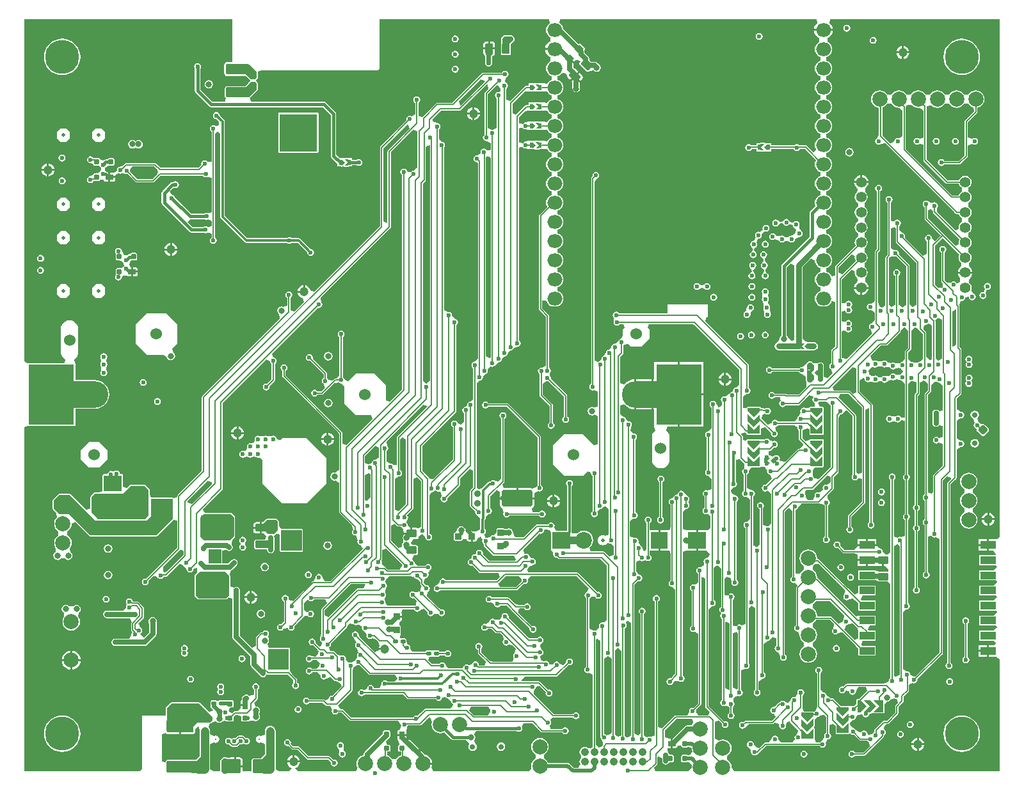
<source format=gbl>
G04*
G04 #@! TF.GenerationSoftware,Altium Limited,Altium Designer,20.0.9 (164)*
G04*
G04 Layer_Physical_Order=4*
G04 Layer_Color=16711680*
%FSLAX25Y25*%
%MOIN*%
G70*
G01*
G75*
%ADD10C,0.00787*%
%ADD11C,0.01181*%
%ADD20C,0.00500*%
%ADD21C,0.01968*%
%ADD24C,0.02756*%
%ADD31C,0.03937*%
%ADD160C,0.02362*%
G04:AMPARAMS|DCode=165|XSize=39.37mil|YSize=27.56mil|CornerRadius=2.76mil|HoleSize=0mil|Usage=FLASHONLY|Rotation=270.000|XOffset=0mil|YOffset=0mil|HoleType=Round|Shape=RoundedRectangle|*
%AMROUNDEDRECTD165*
21,1,0.03937,0.02205,0,0,270.0*
21,1,0.03386,0.02756,0,0,270.0*
1,1,0.00551,-0.01102,-0.01693*
1,1,0.00551,-0.01102,0.01693*
1,1,0.00551,0.01102,0.01693*
1,1,0.00551,0.01102,-0.01693*
%
%ADD165ROUNDEDRECTD165*%
G04:AMPARAMS|DCode=166|XSize=23.62mil|YSize=27.56mil|CornerRadius=2.36mil|HoleSize=0mil|Usage=FLASHONLY|Rotation=270.000|XOffset=0mil|YOffset=0mil|HoleType=Round|Shape=RoundedRectangle|*
%AMROUNDEDRECTD166*
21,1,0.02362,0.02284,0,0,270.0*
21,1,0.01890,0.02756,0,0,270.0*
1,1,0.00472,-0.01142,-0.00945*
1,1,0.00472,-0.01142,0.00945*
1,1,0.00472,0.01142,0.00945*
1,1,0.00472,0.01142,-0.00945*
%
%ADD166ROUNDEDRECTD166*%
G04:AMPARAMS|DCode=176|XSize=39.37mil|YSize=39.37mil|CornerRadius=3.94mil|HoleSize=0mil|Usage=FLASHONLY|Rotation=225.000|XOffset=0mil|YOffset=0mil|HoleType=Round|Shape=RoundedRectangle|*
%AMROUNDEDRECTD176*
21,1,0.03937,0.03150,0,0,225.0*
21,1,0.03150,0.03937,0,0,225.0*
1,1,0.00787,-0.02227,0.00000*
1,1,0.00787,0.00000,0.02227*
1,1,0.00787,0.02227,0.00000*
1,1,0.00787,0.00000,-0.02227*
%
%ADD176ROUNDEDRECTD176*%
G04:AMPARAMS|DCode=178|XSize=31.5mil|YSize=35.43mil|CornerRadius=3.15mil|HoleSize=0mil|Usage=FLASHONLY|Rotation=270.000|XOffset=0mil|YOffset=0mil|HoleType=Round|Shape=RoundedRectangle|*
%AMROUNDEDRECTD178*
21,1,0.03150,0.02913,0,0,270.0*
21,1,0.02520,0.03543,0,0,270.0*
1,1,0.00630,-0.01457,-0.01260*
1,1,0.00630,-0.01457,0.01260*
1,1,0.00630,0.01457,0.01260*
1,1,0.00630,0.01457,-0.01260*
%
%ADD178ROUNDEDRECTD178*%
%ADD197R,0.01181X0.01181*%
%ADD199R,0.01181X0.01181*%
G04:AMPARAMS|DCode=216|XSize=52.76mil|YSize=118.9mil|CornerRadius=5.28mil|HoleSize=0mil|Usage=FLASHONLY|Rotation=270.000|XOffset=0mil|YOffset=0mil|HoleType=Round|Shape=RoundedRectangle|*
%AMROUNDEDRECTD216*
21,1,0.05276,0.10835,0,0,270.0*
21,1,0.04221,0.11890,0,0,270.0*
1,1,0.01055,-0.05417,-0.02110*
1,1,0.01055,-0.05417,0.02110*
1,1,0.01055,0.05417,0.02110*
1,1,0.01055,0.05417,-0.02110*
%
%ADD216ROUNDEDRECTD216*%
G04:AMPARAMS|DCode=217|XSize=55.12mil|YSize=39.37mil|CornerRadius=3.94mil|HoleSize=0mil|Usage=FLASHONLY|Rotation=270.000|XOffset=0mil|YOffset=0mil|HoleType=Round|Shape=RoundedRectangle|*
%AMROUNDEDRECTD217*
21,1,0.05512,0.03150,0,0,270.0*
21,1,0.04724,0.03937,0,0,270.0*
1,1,0.00787,-0.01575,-0.02362*
1,1,0.00787,-0.01575,0.02362*
1,1,0.00787,0.01575,0.02362*
1,1,0.00787,0.01575,-0.02362*
%
%ADD217ROUNDEDRECTD217*%
G04:AMPARAMS|DCode=218|XSize=55.12mil|YSize=39.37mil|CornerRadius=3.94mil|HoleSize=0mil|Usage=FLASHONLY|Rotation=180.000|XOffset=0mil|YOffset=0mil|HoleType=Round|Shape=RoundedRectangle|*
%AMROUNDEDRECTD218*
21,1,0.05512,0.03150,0,0,180.0*
21,1,0.04724,0.03937,0,0,180.0*
1,1,0.00787,-0.02362,0.01575*
1,1,0.00787,0.02362,0.01575*
1,1,0.00787,0.02362,-0.01575*
1,1,0.00787,-0.02362,-0.01575*
%
%ADD218ROUNDEDRECTD218*%
G04:AMPARAMS|DCode=219|XSize=31.5mil|YSize=35.43mil|CornerRadius=3.15mil|HoleSize=0mil|Usage=FLASHONLY|Rotation=0.000|XOffset=0mil|YOffset=0mil|HoleType=Round|Shape=RoundedRectangle|*
%AMROUNDEDRECTD219*
21,1,0.03150,0.02913,0,0,0.0*
21,1,0.02520,0.03543,0,0,0.0*
1,1,0.00630,0.01260,-0.01457*
1,1,0.00630,-0.01260,-0.01457*
1,1,0.00630,-0.01260,0.01457*
1,1,0.00630,0.01260,0.01457*
%
%ADD219ROUNDEDRECTD219*%
G04:AMPARAMS|DCode=220|XSize=19.68mil|YSize=23.62mil|CornerRadius=1.97mil|HoleSize=0mil|Usage=FLASHONLY|Rotation=90.000|XOffset=0mil|YOffset=0mil|HoleType=Round|Shape=RoundedRectangle|*
%AMROUNDEDRECTD220*
21,1,0.01968,0.01968,0,0,90.0*
21,1,0.01575,0.02362,0,0,90.0*
1,1,0.00394,0.00984,0.00787*
1,1,0.00394,0.00984,-0.00787*
1,1,0.00394,-0.00984,-0.00787*
1,1,0.00394,-0.00984,0.00787*
%
%ADD220ROUNDEDRECTD220*%
%ADD232R,0.01575X0.03150*%
%ADD242C,0.01575*%
%ADD243C,0.02559*%
%ADD244C,0.04331*%
%ADD245C,0.03150*%
%ADD249C,0.06299*%
%ADD251C,0.07874*%
%ADD252O,0.03937X0.08268*%
%ADD253O,0.03937X0.06299*%
%ADD254C,0.00787*%
%ADD255C,0.06000*%
%ADD256C,0.13780*%
%ADD257C,0.01968*%
%ADD258C,0.04724*%
%ADD259C,0.04134*%
%ADD260C,0.03543*%
%ADD261C,0.02756*%
%ADD262O,0.07874X0.07087*%
%ADD263C,0.17717*%
%ADD264R,0.08661X0.08661*%
%ADD265C,0.08661*%
%ADD266R,0.07874X0.03937*%
%ADD267C,0.05512*%
%ADD268C,0.02362*%
%ADD269C,0.03150*%
G04:AMPARAMS|DCode=288|XSize=23.62mil|YSize=27.56mil|CornerRadius=2.36mil|HoleSize=0mil|Usage=FLASHONLY|Rotation=180.000|XOffset=0mil|YOffset=0mil|HoleType=Round|Shape=RoundedRectangle|*
%AMROUNDEDRECTD288*
21,1,0.02362,0.02284,0,0,180.0*
21,1,0.01890,0.02756,0,0,180.0*
1,1,0.00472,-0.00945,0.01142*
1,1,0.00472,0.00945,0.01142*
1,1,0.00472,0.00945,-0.01142*
1,1,0.00472,-0.00945,-0.01142*
%
%ADD288ROUNDEDRECTD288*%
G04:AMPARAMS|DCode=289|XSize=39.37mil|YSize=27.56mil|CornerRadius=2.76mil|HoleSize=0mil|Usage=FLASHONLY|Rotation=180.000|XOffset=0mil|YOffset=0mil|HoleType=Round|Shape=RoundedRectangle|*
%AMROUNDEDRECTD289*
21,1,0.03937,0.02205,0,0,180.0*
21,1,0.03386,0.02756,0,0,180.0*
1,1,0.00551,-0.01693,0.01102*
1,1,0.00551,0.01693,0.01102*
1,1,0.00551,0.01693,-0.01102*
1,1,0.00551,-0.01693,-0.01102*
%
%ADD289ROUNDEDRECTD289*%
G04:AMPARAMS|DCode=290|XSize=137.8mil|YSize=314.96mil|CornerRadius=68.9mil|HoleSize=0mil|Usage=FLASHONLY|Rotation=270.000|XOffset=0mil|YOffset=0mil|HoleType=Round|Shape=RoundedRectangle|*
%AMROUNDEDRECTD290*
21,1,0.13780,0.17717,0,0,270.0*
21,1,0.00000,0.31496,0,0,270.0*
1,1,0.13780,-0.08858,0.00000*
1,1,0.13780,-0.08858,0.00000*
1,1,0.13780,0.08858,0.00000*
1,1,0.13780,0.08858,0.00000*
%
%ADD290ROUNDEDRECTD290*%
%ADD291R,0.23622X0.31496*%
G04:AMPARAMS|DCode=292|XSize=55.12mil|YSize=39.37mil|CornerRadius=3.94mil|HoleSize=0mil|Usage=FLASHONLY|Rotation=135.000|XOffset=0mil|YOffset=0mil|HoleType=Round|Shape=RoundedRectangle|*
%AMROUNDEDRECTD292*
21,1,0.05512,0.03150,0,0,135.0*
21,1,0.04724,0.03937,0,0,135.0*
1,1,0.00787,-0.00557,0.02784*
1,1,0.00787,0.02784,-0.00557*
1,1,0.00787,0.00557,-0.02784*
1,1,0.00787,-0.02784,0.00557*
%
%ADD292ROUNDEDRECTD292*%
G04:AMPARAMS|DCode=293|XSize=31.5mil|YSize=35.43mil|CornerRadius=3.15mil|HoleSize=0mil|Usage=FLASHONLY|Rotation=135.000|XOffset=0mil|YOffset=0mil|HoleType=Round|Shape=RoundedRectangle|*
%AMROUNDEDRECTD293*
21,1,0.03150,0.02913,0,0,135.0*
21,1,0.02520,0.03543,0,0,135.0*
1,1,0.00630,0.00139,0.01921*
1,1,0.00630,0.01921,0.00139*
1,1,0.00630,-0.00139,-0.01921*
1,1,0.00630,-0.01921,-0.00139*
%
%ADD293ROUNDEDRECTD293*%
G04:AMPARAMS|DCode=294|XSize=157.48mil|YSize=86.61mil|CornerRadius=8.66mil|HoleSize=0mil|Usage=FLASHONLY|Rotation=180.000|XOffset=0mil|YOffset=0mil|HoleType=Round|Shape=RoundedRectangle|*
%AMROUNDEDRECTD294*
21,1,0.15748,0.06929,0,0,180.0*
21,1,0.14016,0.08661,0,0,180.0*
1,1,0.01732,-0.07008,0.03465*
1,1,0.01732,0.07008,0.03465*
1,1,0.01732,0.07008,-0.03465*
1,1,0.01732,-0.07008,-0.03465*
%
%ADD294ROUNDEDRECTD294*%
G04:AMPARAMS|DCode=295|XSize=70.87mil|YSize=55.12mil|CornerRadius=5.51mil|HoleSize=0mil|Usage=FLASHONLY|Rotation=90.000|XOffset=0mil|YOffset=0mil|HoleType=Round|Shape=RoundedRectangle|*
%AMROUNDEDRECTD295*
21,1,0.07087,0.04409,0,0,90.0*
21,1,0.05984,0.05512,0,0,90.0*
1,1,0.01102,0.02205,0.02992*
1,1,0.01102,0.02205,-0.02992*
1,1,0.01102,-0.02205,-0.02992*
1,1,0.01102,-0.02205,0.02992*
%
%ADD295ROUNDEDRECTD295*%
G04:AMPARAMS|DCode=296|XSize=137.8mil|YSize=62.99mil|CornerRadius=6.3mil|HoleSize=0mil|Usage=FLASHONLY|Rotation=0.000|XOffset=0mil|YOffset=0mil|HoleType=Round|Shape=RoundedRectangle|*
%AMROUNDEDRECTD296*
21,1,0.13780,0.05039,0,0,0.0*
21,1,0.12520,0.06299,0,0,0.0*
1,1,0.01260,0.06260,-0.02520*
1,1,0.01260,-0.06260,-0.02520*
1,1,0.01260,-0.06260,0.02520*
1,1,0.01260,0.06260,0.02520*
%
%ADD296ROUNDEDRECTD296*%
%ADD297R,0.09449X0.08661*%
%ADD298R,0.19784X0.19784*%
%ADD299R,0.11024X0.11024*%
%ADD300R,0.06594X0.07677*%
%ADD301R,0.09449X0.08169*%
%ADD302R,0.13386X0.11417*%
%ADD303R,0.06201X0.06693*%
%ADD304R,0.09843X0.10236*%
G36*
X124803Y368701D02*
Y365354D01*
X124016Y364567D01*
X122047D01*
X118898Y367717D01*
Y370669D01*
X120866Y372638D01*
X124803Y368701D01*
D02*
G37*
G36*
X112205Y396063D02*
X112205Y373707D01*
X109543D01*
X108947Y373588D01*
X108442Y373251D01*
X108104Y372746D01*
X107986Y372150D01*
Y367929D01*
X108104Y367333D01*
X108442Y366828D01*
X108947Y366490D01*
X109543Y366372D01*
X119339D01*
X120448Y365262D01*
X121458Y363945D01*
X120448Y362690D01*
X118921Y361164D01*
X109543D01*
X109107Y361077D01*
X108737Y360830D01*
X108490Y360460D01*
X108403Y360024D01*
Y355803D01*
X108490Y355367D01*
X108737Y354997D01*
X108810Y354948D01*
X108729Y353677D01*
X108483Y352980D01*
X101763D01*
X95499Y359243D01*
Y370174D01*
X95763Y370569D01*
X95901Y371260D01*
X95763Y371951D01*
X95372Y372537D01*
X94786Y372929D01*
X94095Y373066D01*
X93403Y372929D01*
X92817Y372537D01*
X92426Y371951D01*
X92288Y371260D01*
X92426Y370569D01*
X92690Y370174D01*
Y358661D01*
X92796Y358124D01*
X93101Y357668D01*
X100188Y350581D01*
X100643Y350277D01*
X101181Y350170D01*
X159359D01*
X163556Y345973D01*
Y324823D01*
X163663Y324285D01*
X163967Y323829D01*
X167028Y320769D01*
Y319213D01*
X168977Y319213D01*
X169095Y319164D01*
X169095Y319164D01*
X169193Y319164D01*
X169193Y319164D01*
X169265Y319176D01*
X169783Y319213D01*
X170768Y319164D01*
X170768Y319164D01*
X172638Y319164D01*
X172755Y319213D01*
X174705D01*
Y319973D01*
X177004D01*
X177399Y319709D01*
X178091Y319571D01*
X178782Y319709D01*
X179368Y320101D01*
X179759Y320687D01*
X179897Y321378D01*
X179759Y322069D01*
X179368Y322655D01*
X178782Y323047D01*
X178091Y323184D01*
X177399Y323047D01*
X177004Y322783D01*
X174705D01*
Y323543D01*
X172755D01*
X172638Y323592D01*
X170768Y323592D01*
X170768Y323592D01*
X169783Y323543D01*
X169265Y323580D01*
X169193Y323592D01*
X169193Y323592D01*
X169095Y323592D01*
X169095Y323592D01*
X168977Y323543D01*
X168227Y323543D01*
X166366Y325405D01*
Y346555D01*
X166259Y347093D01*
X165954Y347549D01*
X160934Y352568D01*
X160479Y352873D01*
X159941Y352980D01*
X121959D01*
X121451Y354381D01*
X121403Y354948D01*
X125224Y358769D01*
X125411Y359221D01*
Y362567D01*
X125224Y363019D01*
X124563Y363976D01*
X125255Y364902D01*
X125442Y365354D01*
Y368701D01*
X127261Y369291D01*
X187795D01*
X188976Y370472D01*
Y396063D01*
X277322Y396063D01*
X277713Y394095D01*
X277620Y394056D01*
X276756Y393393D01*
X276094Y392530D01*
X275677Y391524D01*
X275535Y390445D01*
X275677Y389366D01*
X276094Y388360D01*
X276756Y387497D01*
X277620Y386834D01*
X277968Y386690D01*
X277867Y384601D01*
X277414Y384414D01*
X276464Y383685D01*
X275736Y382736D01*
X275278Y381631D01*
X275188Y380945D01*
X280098D01*
Y379945D01*
X275188D01*
X275278Y379259D01*
X275736Y378154D01*
X276464Y377205D01*
X277414Y376476D01*
X277867Y376289D01*
X277968Y374200D01*
X277620Y374056D01*
X276756Y373393D01*
X276094Y372530D01*
X275677Y371524D01*
X275535Y370445D01*
X275677Y369366D01*
X276094Y368360D01*
X276756Y367497D01*
X277620Y366834D01*
X278625Y366418D01*
Y364472D01*
X277620Y364056D01*
X276756Y363393D01*
X276094Y362530D01*
X276083Y362503D01*
X274114Y362610D01*
Y362610D01*
X272165D01*
X272047Y362659D01*
X270177Y362659D01*
X270177Y362659D01*
X269193Y362610D01*
X268623Y362650D01*
X268602Y362659D01*
X268602Y362659D01*
X268504Y362659D01*
X268504Y362659D01*
X268387Y362610D01*
X267719Y362610D01*
X266437D01*
Y361448D01*
X265169D01*
X264785Y361372D01*
X264460Y361155D01*
X256763Y353457D01*
X255250Y353876D01*
X254794Y354201D01*
Y359859D01*
X255214Y360140D01*
X255606Y360726D01*
X255743Y361417D01*
X255606Y362109D01*
X255606Y362109D01*
X255214Y362695D01*
X255209Y362698D01*
X254628Y363086D01*
X254628Y363086D01*
X254390Y363746D01*
X255022Y365654D01*
X255608Y366045D01*
X256000Y366632D01*
X256137Y367323D01*
X256000Y368014D01*
X255608Y368600D01*
X255022Y368992D01*
X254331Y369129D01*
X253639Y368992D01*
X253053Y368600D01*
X252906Y368379D01*
X252773Y368180D01*
X248103D01*
X246135D01*
X242913D01*
X242585Y368115D01*
X242307Y367929D01*
X241978Y367599D01*
X226810Y352432D01*
X218898D01*
X218570Y352367D01*
X218292Y352181D01*
X211205Y345094D01*
X211093Y344927D01*
X210948Y344904D01*
X209140Y345824D01*
X209125Y345832D01*
Y352379D01*
X209545Y352660D01*
X209937Y353246D01*
X210074Y353937D01*
X209937Y354628D01*
X209545Y355214D01*
X208959Y355606D01*
X208268Y355743D01*
X207576Y355606D01*
X206990Y355214D01*
X206599Y354628D01*
X206461Y353937D01*
X206599Y353246D01*
X206990Y352660D01*
X207211Y352512D01*
X207411Y352379D01*
Y346403D01*
X207191Y346215D01*
X205442Y345531D01*
X205390Y345566D01*
X204699Y345703D01*
X204008Y345566D01*
X203422Y345174D01*
X203030Y344588D01*
X202893Y343897D01*
X202991Y343401D01*
X189691Y330101D01*
X189355Y329764D01*
X189169Y329486D01*
X189104Y329158D01*
Y328681D01*
Y288150D01*
X189014Y288061D01*
X154882Y253929D01*
X154862Y253929D01*
X152894Y254724D01*
X152882Y254815D01*
X152543Y255633D01*
X152004Y256335D01*
X151302Y256874D01*
X150484Y257213D01*
X150106Y257262D01*
Y253937D01*
X149606D01*
Y253437D01*
X146281D01*
X146331Y253059D01*
X146669Y252241D01*
X147208Y251539D01*
X147911Y251000D01*
X148729Y250661D01*
X148819Y250649D01*
X149614Y248681D01*
X149614Y248661D01*
X144558Y243604D01*
X142589Y244420D01*
X142589Y246256D01*
Y250804D01*
X143010Y251085D01*
X143401Y251671D01*
X143539Y252362D01*
X143401Y253053D01*
X143010Y253640D01*
X142423Y254031D01*
X141732Y254169D01*
X141041Y254031D01*
X140455Y253640D01*
X140063Y253053D01*
X139926Y252362D01*
X140063Y251671D01*
X140455Y251085D01*
X140676Y250937D01*
X140875Y250804D01*
Y246894D01*
X140684Y246727D01*
X138907Y246022D01*
X138739Y246134D01*
X137894Y246302D01*
X137049Y246134D01*
X136332Y245656D01*
X135854Y244939D01*
X135686Y244094D01*
X135854Y243250D01*
X136332Y242533D01*
X136592Y242360D01*
X137058Y240654D01*
X137062Y240045D01*
X96979Y199963D01*
X96638Y199622D01*
X96452Y199344D01*
X96387Y199016D01*
Y198539D01*
Y160591D01*
X84070Y148274D01*
X83744Y147949D01*
X83559Y147670D01*
X83493Y147343D01*
Y146977D01*
X81554Y146515D01*
X81102Y146702D01*
X76181Y146702D01*
X76181Y146702D01*
X69980D01*
X69340Y148521D01*
Y150591D01*
X69153Y151042D01*
X66987Y153208D01*
X66535Y153395D01*
X59350D01*
X58898Y153208D01*
X57332Y151642D01*
X55364Y152457D01*
Y158268D01*
X55176Y158720D01*
X54724Y158907D01*
X53717D01*
X53676Y158957D01*
X53539Y159648D01*
X53147Y160234D01*
X52561Y160626D01*
X51870Y160763D01*
X51179Y160626D01*
X50593Y160234D01*
X49707Y160429D01*
X49016Y160566D01*
X48324Y160429D01*
X47739Y160037D01*
X47347Y159451D01*
X47239Y158907D01*
X45276D01*
X44824Y158720D01*
X44636Y158268D01*
Y151427D01*
X44636Y150098D01*
X42818Y149458D01*
X40650D01*
X40198Y149271D01*
X38426Y147499D01*
X38239Y147047D01*
Y141040D01*
X36270Y140224D01*
X28011Y148484D01*
X27559Y148671D01*
X22047Y148671D01*
X21595Y148484D01*
X18839Y145728D01*
X18652Y145276D01*
X18652Y140945D01*
X18839Y140493D01*
X20700Y138632D01*
X20785Y136354D01*
X20645Y136115D01*
X20061Y135354D01*
X19605Y134253D01*
X19449Y133071D01*
X19605Y131889D01*
X20061Y130788D01*
X20787Y129842D01*
X21732Y129116D01*
Y127026D01*
X20787Y126300D01*
X20061Y125354D01*
X19605Y124253D01*
X19449Y123071D01*
X19605Y121889D01*
X20061Y120788D01*
X20349Y120412D01*
X20368Y119848D01*
X20112Y118518D01*
X19877Y118058D01*
X19699Y117939D01*
X19220Y117223D01*
X19052Y116378D01*
X19220Y115533D01*
X19699Y114817D01*
X20415Y114338D01*
X21260Y114170D01*
X22105Y114338D01*
X22821Y114817D01*
X22922Y114968D01*
X23173Y115047D01*
X24859D01*
X25109Y114968D01*
X25210Y114817D01*
X25927Y114338D01*
X26772Y114170D01*
X27617Y114338D01*
X28333Y114817D01*
X28811Y115533D01*
X28979Y116378D01*
X28811Y117223D01*
X28333Y117939D01*
X28154Y118058D01*
X27920Y118518D01*
X27664Y119848D01*
X27682Y120412D01*
X27971Y120788D01*
X28427Y121889D01*
X28582Y123071D01*
X28427Y124253D01*
X27971Y125354D01*
X27245Y126300D01*
X26299Y127026D01*
Y129116D01*
X27245Y129842D01*
X27971Y130788D01*
X28427Y131889D01*
X28582Y133071D01*
X28580Y133086D01*
X30445Y134005D01*
X37737Y126713D01*
X38189Y126526D01*
X72638Y126526D01*
X73090Y126713D01*
X81525Y135149D01*
X81693Y135145D01*
X83493Y134715D01*
Y120532D01*
X70334Y107373D01*
X70334D01*
Y107373D01*
X70334Y107373D01*
Y107373D01*
X67425Y104464D01*
X67190Y104510D01*
X66929Y104562D01*
X66238Y104425D01*
X65652Y104033D01*
X65260Y103447D01*
X65123Y102756D01*
X65260Y102065D01*
X65652Y101479D01*
X66238Y101087D01*
X66929Y100950D01*
X67620Y101087D01*
X68206Y101479D01*
X68598Y102065D01*
X68735Y102756D01*
X68637Y103252D01*
X71072Y105687D01*
X71390Y105645D01*
X72186Y105538D01*
X73313Y105144D01*
X73526Y104825D01*
X74112Y104434D01*
X74803Y104296D01*
X75494Y104434D01*
X76081Y104825D01*
X76274Y105115D01*
X76443Y105367D01*
X77484D01*
X77812Y105433D01*
X78090Y105618D01*
X84491Y112019D01*
X85193Y111980D01*
X85906Y111774D01*
X87066Y111145D01*
X87941Y110140D01*
X88587Y108758D01*
X88979Y108172D01*
X88979Y108171D01*
X89565Y107780D01*
X90256Y107642D01*
X90947Y107780D01*
X91533Y108171D01*
X91925Y108758D01*
X92037Y109320D01*
X92067Y109348D01*
X92538Y109636D01*
X93924Y110181D01*
X94010Y110097D01*
X93951Y107650D01*
X92658Y106358D01*
X92471Y105905D01*
Y95866D01*
X92658Y95414D01*
X94332Y93741D01*
X94784Y93554D01*
X108851D01*
X109302Y93741D01*
X110396Y94835D01*
X112365Y94019D01*
Y73917D01*
X112510Y73188D01*
X112923Y72569D01*
X121715Y63777D01*
Y59842D01*
X121861Y59113D01*
X122274Y58494D01*
X125325Y55443D01*
X126341Y54427D01*
X126388Y54192D01*
X126801Y53573D01*
X127420Y53160D01*
X128150Y53014D01*
X128879Y53160D01*
X129498Y53573D01*
X129986Y54204D01*
X130906Y54360D01*
X141164Y54360D01*
X141279Y54360D01*
X143723Y51916D01*
X143757Y51521D01*
X143900Y49899D01*
X143508Y49313D01*
X143371Y48622D01*
X143508Y47931D01*
X143900Y47345D01*
X144486Y46953D01*
X145177Y46816D01*
X145868Y46953D01*
X146455Y47345D01*
X146846Y47931D01*
X146984Y48622D01*
X146846Y49313D01*
X146455Y49899D01*
X146233Y50047D01*
X146034Y50180D01*
Y51673D01*
X145969Y52001D01*
X145783Y52279D01*
X145598Y52465D01*
X145369Y52693D01*
X143240Y54823D01*
X142562Y55796D01*
X142562Y55796D01*
X142184Y56339D01*
X142371Y56791D01*
Y67815D01*
X142184Y68267D01*
X141732Y68454D01*
X131197D01*
X130423Y70304D01*
X130695Y70486D01*
X131174Y71202D01*
X131342Y72047D01*
X131174Y72892D01*
X130804Y74313D01*
X131196Y74899D01*
X131333Y75590D01*
X131196Y76281D01*
X130804Y76868D01*
X130218Y77259D01*
X129527Y77397D01*
X128836Y77259D01*
X128250Y76868D01*
X128102Y76647D01*
X127969Y76447D01*
X127362D01*
X127034Y76382D01*
X126756Y76196D01*
X124689Y74130D01*
X124504Y73852D01*
X124438Y73524D01*
Y69231D01*
X122470Y68416D01*
X116178Y74707D01*
Y98228D01*
X116033Y98958D01*
X115620Y99577D01*
X115001Y99990D01*
X114272Y100135D01*
X113542Y99990D01*
X113131Y99716D01*
X112192Y99954D01*
X111163Y100485D01*
Y102022D01*
X111202Y102219D01*
X111163Y102416D01*
Y105195D01*
X111169Y105227D01*
X111163Y105258D01*
Y105905D01*
X110976Y106358D01*
X110775Y106558D01*
X110790Y107103D01*
X111464Y108653D01*
X111556Y108671D01*
X112175Y109085D01*
X114439Y111349D01*
X114852Y111967D01*
X114997Y112697D01*
X114852Y113426D01*
X114439Y114045D01*
X113820Y114458D01*
X113091Y114604D01*
X112361Y114458D01*
X111742Y114045D01*
X110037Y112340D01*
X107037D01*
Y118870D01*
X109005Y119499D01*
X109183Y119321D01*
X109802Y118908D01*
X110531Y118763D01*
X111261Y118908D01*
X111880Y119321D01*
X112293Y119940D01*
X112438Y120669D01*
X112293Y121399D01*
X111880Y122018D01*
X111805Y122370D01*
X112092Y124590D01*
X113535Y126033D01*
X113722Y126485D01*
Y136524D01*
X113535Y136976D01*
X111862Y138649D01*
X111410Y138836D01*
X97852D01*
X96965Y140343D01*
X96887Y140655D01*
X106580Y150348D01*
X106905Y150673D01*
X107091Y150952D01*
X107156Y151279D01*
Y151758D01*
Y195778D01*
Y195905D01*
X129895Y218643D01*
X131180Y218140D01*
X131789Y217753D01*
X131894Y217222D01*
X132286Y216636D01*
X132507Y216489D01*
X132706Y216355D01*
X132706Y208327D01*
X130417Y206038D01*
X130182Y206085D01*
X129921Y206137D01*
X129230Y206000D01*
X128644Y205608D01*
X128252Y205022D01*
X128115Y204331D01*
X128252Y203640D01*
X128644Y203053D01*
X129230Y202662D01*
X129921Y202524D01*
X130613Y202662D01*
X131199Y203053D01*
X131590Y203640D01*
X131728Y204331D01*
X131629Y204826D01*
X134169Y207366D01*
X134355Y207644D01*
X134420Y207972D01*
Y216355D01*
X134840Y216636D01*
X135232Y217222D01*
X135369Y217913D01*
X135232Y218605D01*
X134840Y219191D01*
X134254Y219582D01*
X133723Y219688D01*
X133337Y220297D01*
X132833Y221582D01*
X156788Y245536D01*
X157023Y245490D01*
X157283Y245438D01*
X157975Y245575D01*
X158561Y245967D01*
X158952Y246553D01*
X159090Y247244D01*
X158952Y247935D01*
X158584Y248486D01*
X158561Y248521D01*
X158140Y250409D01*
X158191Y250877D01*
X194159Y286845D01*
X194504Y287189D01*
X194689Y287467D01*
X194755Y287795D01*
Y288272D01*
Y326810D01*
X206230Y338286D01*
X206671Y338227D01*
X208592Y337795D01*
Y337328D01*
Y318584D01*
X208309Y318219D01*
X206693Y317161D01*
X206002Y317023D01*
X205416Y316632D01*
X205162Y316252D01*
X204202Y316316D01*
X203231Y316636D01*
X203145Y317069D01*
X202754Y317655D01*
X202168Y318047D01*
X201476Y318184D01*
X200785Y318047D01*
X200199Y317655D01*
X199808Y317069D01*
X199670Y316378D01*
X199808Y315687D01*
X200199Y315101D01*
X200476Y314916D01*
X200718Y314754D01*
Y203237D01*
Y203111D01*
X194193Y196586D01*
X192224Y197401D01*
X192225Y205413D01*
X186319Y211318D01*
X176475Y211320D01*
X172631Y207472D01*
X171737Y207659D01*
X170629Y208253D01*
X170566Y208565D01*
X170175Y209151D01*
X169954Y209299D01*
X169755Y209432D01*
Y209795D01*
X169755D01*
Y210890D01*
Y230332D01*
X170175Y230612D01*
X170566Y231199D01*
X170704Y231890D01*
X170566Y232581D01*
X170175Y233167D01*
X169589Y233559D01*
X168898Y233696D01*
X168206Y233559D01*
X167620Y233167D01*
X167229Y232581D01*
X167091Y231890D01*
X167229Y231199D01*
X167620Y230612D01*
X167841Y230465D01*
X168041Y230332D01*
Y210409D01*
X166486Y208855D01*
X166193Y208731D01*
X165748D01*
X165420Y208666D01*
X165142Y208480D01*
X164810Y208148D01*
X164810Y208148D01*
X164810Y208148D01*
X164810Y208148D01*
Y208148D01*
X164327Y207665D01*
X164039Y207737D01*
X162446Y208135D01*
X162199Y208321D01*
X161907Y208758D01*
X161686Y208905D01*
X161487Y209038D01*
X161487Y211417D01*
X161422Y211745D01*
X161236Y212023D01*
X154070Y219189D01*
X154117Y219424D01*
X154169Y219685D01*
X154031Y220376D01*
X153639Y220962D01*
X153053Y221354D01*
X152362Y221491D01*
X151671Y221354D01*
X151085Y220962D01*
X150693Y220376D01*
X150556Y219685D01*
X150693Y218994D01*
X151085Y218408D01*
X151671Y218016D01*
X152362Y217879D01*
X152858Y217977D01*
X159773Y211062D01*
X159773Y209038D01*
X159353Y208758D01*
X158961Y208172D01*
X158824Y207480D01*
X158961Y206789D01*
X159353Y206203D01*
X159789Y205911D01*
X159975Y205665D01*
X160445Y203783D01*
X158700Y202038D01*
X156676Y202038D01*
X156395Y202458D01*
X155809Y202850D01*
X155118Y202988D01*
X154427Y202850D01*
X153841Y202458D01*
X153449Y201872D01*
X153312Y201181D01*
X153449Y200490D01*
X153841Y199904D01*
X154427Y199512D01*
X155118Y199375D01*
X155809Y199512D01*
X156395Y199904D01*
X156543Y200125D01*
X156676Y200324D01*
X159055Y200324D01*
X159383Y200389D01*
X159661Y200575D01*
X162181Y203095D01*
D01*
X162181Y203095D01*
X162181D01*
X162181Y203095D01*
X165015Y205929D01*
X165015D01*
X165015D01*
X165015Y205929D01*
X165015Y205929D01*
X165588Y206502D01*
X165965Y206519D01*
X167620Y206597D01*
X168206Y206205D01*
X168876Y206072D01*
X168907Y206060D01*
X170421Y204797D01*
X170570Y204546D01*
X170573Y195569D01*
X176474Y189667D01*
X184488Y189665D01*
X185303Y187696D01*
X171526Y173919D01*
X169812Y174629D01*
X169558Y174735D01*
X169558Y180512D01*
X169493Y180840D01*
X169307Y181118D01*
X168700Y181725D01*
X140252Y210172D01*
X139932Y210493D01*
X139932Y212812D01*
X140352Y213093D01*
X140744Y213679D01*
X140881Y214370D01*
X140744Y215061D01*
X140352Y215647D01*
X139766Y216039D01*
X139075Y216176D01*
X138383Y216039D01*
X137797Y215647D01*
X137406Y215061D01*
X137268Y214370D01*
X137406Y213679D01*
X137797Y213093D01*
X138019Y212945D01*
X138218Y212812D01*
X138218Y210138D01*
X138283Y209810D01*
X138469Y209532D01*
X139076Y208925D01*
X167523Y180477D01*
X167844Y180157D01*
X167844Y173877D01*
X167844Y171908D01*
Y161117D01*
X167393Y160681D01*
X165875Y159820D01*
X165551Y159885D01*
X164706Y159717D01*
X163990Y159238D01*
X163512Y158522D01*
X163343Y157677D01*
X163512Y156832D01*
X163990Y156116D01*
X164706Y155638D01*
X165551Y155469D01*
X165875Y155534D01*
X167393Y154673D01*
X167844Y154237D01*
Y139651D01*
Y139173D01*
X167909Y138845D01*
X168095Y138567D01*
X174677Y131985D01*
X175101Y130017D01*
X174709Y129431D01*
X174572Y128740D01*
X174709Y128049D01*
X175101Y127463D01*
X175687Y127071D01*
X176308Y126948D01*
X176378Y126934D01*
X176873Y126610D01*
X177057Y126290D01*
X177465Y124313D01*
X177328Y123622D01*
X177465Y122931D01*
X177857Y122345D01*
X178443Y121953D01*
X179134Y121816D01*
X179184Y121826D01*
X180154Y120011D01*
X163263Y103121D01*
X160546D01*
X160166Y103452D01*
X159183Y105089D01*
X159188Y105118D01*
X159051Y105809D01*
X158659Y106395D01*
X158073Y106787D01*
X157382Y106924D01*
X156691Y106787D01*
X156105Y106395D01*
X155713Y105809D01*
X155576Y105118D01*
X155581Y105089D01*
X154411Y103141D01*
X154390Y103121D01*
X154062Y103056D01*
X153784Y102870D01*
X153425Y102511D01*
X143760Y92845D01*
X143183Y92977D01*
X141433Y93502D01*
X141570Y94193D01*
X141433Y94884D01*
X141041Y95470D01*
X140455Y95862D01*
X139764Y95999D01*
X139073Y95862D01*
X138487Y95470D01*
X138095Y94884D01*
X137957Y94193D01*
X138095Y93502D01*
X138487Y92916D01*
X138849Y92673D01*
X139073Y92524D01*
X139104Y92514D01*
Y82377D01*
X138906Y82060D01*
X137469Y80848D01*
X137383Y80865D01*
X136691Y80727D01*
X136105Y80336D01*
X135714Y79750D01*
X135576Y79059D01*
X135714Y78367D01*
X136105Y77781D01*
X136691Y77390D01*
X137383Y77252D01*
X138074Y77390D01*
X138660Y77781D01*
X139051Y78367D01*
X141105Y78602D01*
X141211Y78553D01*
X141237Y78423D01*
X141628Y77837D01*
X142214Y77445D01*
X142905Y77308D01*
X143597Y77445D01*
X144183Y77837D01*
X144574Y78423D01*
X144712Y79114D01*
X144613Y79610D01*
X148902Y83899D01*
X150380Y85085D01*
X150380D01*
D01*
X151546Y85087D01*
X151774Y84746D01*
X152360Y84355D01*
X153051Y84217D01*
X153742Y84355D01*
X154329Y84746D01*
X154720Y85332D01*
X154858Y86024D01*
X154720Y86715D01*
X154329Y87301D01*
X153742Y87692D01*
X153051Y87830D01*
X152360Y87692D01*
X151774Y87301D01*
X151546Y86960D01*
X150604Y86962D01*
X149577Y88505D01*
Y91731D01*
X151527Y93293D01*
X152069Y93211D01*
X152655Y92819D01*
X153347Y92682D01*
X154038Y92819D01*
X154624Y93211D01*
X154771Y93432D01*
X154905Y93631D01*
X160698D01*
X161514Y91663D01*
X158941Y89090D01*
X158756Y88812D01*
X158690Y88484D01*
Y78271D01*
X158690Y76302D01*
X158363Y74469D01*
X158270Y74407D01*
X157878Y73821D01*
X157741Y73130D01*
X157878Y72439D01*
X158270Y71853D01*
X158754Y71529D01*
X158938Y71331D01*
X158802Y70283D01*
X158191Y69186D01*
X157377Y69032D01*
X155448Y70961D01*
X155495Y71196D01*
X155546Y71457D01*
X155409Y72148D01*
X155017Y72734D01*
X154431Y73125D01*
X153740Y73263D01*
X153049Y73125D01*
X152463Y72734D01*
X152071Y72148D01*
X151934Y71457D01*
X152071Y70765D01*
X152463Y70179D01*
X153049Y69788D01*
X153740Y69650D01*
X154236Y69749D01*
X156448Y67536D01*
X156655Y67325D01*
Y67325D01*
X157188Y66778D01*
X156992Y65520D01*
X155862Y64019D01*
X155558Y63815D01*
X153880Y63868D01*
Y63868D01*
X153639Y63876D01*
X153053Y64267D01*
X152362Y64405D01*
X151671Y64267D01*
X151085Y63876D01*
X150693Y63290D01*
X150556Y62598D01*
X150693Y61907D01*
X151085Y61321D01*
X151671Y60930D01*
X152362Y60792D01*
X153053Y60930D01*
X153639Y61321D01*
X153957Y61796D01*
X154031Y61907D01*
X154269Y61925D01*
X156184Y62050D01*
X156184D01*
X157563Y60653D01*
X157742Y60082D01*
X157583Y59845D01*
X157446Y59153D01*
X156277Y57706D01*
X156209Y57622D01*
X155930Y57451D01*
X153723D01*
X153639Y57577D01*
X153053Y57968D01*
X152362Y58106D01*
X151671Y57968D01*
X151085Y57577D01*
X150693Y56990D01*
X150556Y56299D01*
X150693Y55608D01*
X151085Y55022D01*
X151671Y54630D01*
X152362Y54493D01*
X153053Y54630D01*
X153639Y55022D01*
X153948Y55483D01*
X154031Y55608D01*
Y55608D01*
X154031Y55608D01*
X154066Y55738D01*
X156737D01*
X157990Y54288D01*
X158278Y53769D01*
X158233Y53543D01*
X158370Y52852D01*
X158762Y52266D01*
X159348Y51875D01*
X160039Y51737D01*
X160731Y51875D01*
X161317Y52266D01*
X161451Y52467D01*
X163036Y52925D01*
X163737Y52964D01*
X165339Y51363D01*
X165617Y51177D01*
X165945Y51112D01*
X166552D01*
X166833Y50691D01*
X167419Y50300D01*
X168110Y50162D01*
X168866Y49376D01*
X169242Y48407D01*
X164341Y43505D01*
X164173Y43539D01*
X163482Y43401D01*
X162896Y43010D01*
X162504Y42423D01*
X162415Y41974D01*
X161589Y41482D01*
X160481Y41125D01*
X160350Y41256D01*
X160072Y41441D01*
X159744Y41507D01*
X152346D01*
X152065Y41927D01*
X151479Y42318D01*
X150787Y42456D01*
X150096Y42318D01*
X149510Y41927D01*
X149118Y41341D01*
X148981Y40650D01*
X149118Y39958D01*
X149510Y39372D01*
X150096Y38981D01*
X150787Y38843D01*
X151479Y38981D01*
X152065Y39372D01*
X152212Y39593D01*
X152346Y39793D01*
X159389Y39793D01*
X160374Y38808D01*
X160811Y38370D01*
X161089Y38185D01*
X161417Y38119D01*
X163225D01*
X163373Y37951D01*
X164097Y36151D01*
X164079Y36124D01*
X163942Y35433D01*
X164079Y34742D01*
X164471Y34156D01*
X165057Y33764D01*
X165748Y33627D01*
X166439Y33764D01*
X167025Y34156D01*
X167173Y34377D01*
X167306Y34576D01*
X169330D01*
X173410Y30496D01*
X173688Y30310D01*
X174016Y30245D01*
X174482D01*
X198574D01*
X198932Y30001D01*
X200064Y28445D01*
X200201Y27754D01*
X200238Y27698D01*
X199555Y25945D01*
X199369Y25726D01*
X198892Y25631D01*
X198470Y25349D01*
X198188Y24927D01*
X198089Y24429D01*
Y23236D01*
X200492D01*
X202895D01*
Y24429D01*
X202817Y24820D01*
X202796Y24927D01*
X202782Y25034D01*
X203082Y26979D01*
X203147Y27167D01*
X203147Y27168D01*
X203205Y27254D01*
X203539Y27754D01*
X203565Y27883D01*
X207673D01*
X207673Y27883D01*
X207673Y27883D01*
X209842D01*
X210171Y27948D01*
X210449Y28134D01*
X214436Y32122D01*
X215177Y31962D01*
X215439Y31723D01*
X216257Y29716D01*
X216179Y29528D01*
X216024Y28346D01*
X216179Y27165D01*
X216636Y26063D01*
X217361Y25117D01*
X218307Y24392D01*
X219409Y23935D01*
X220590Y23780D01*
X221773Y23935D01*
X222651Y24299D01*
X226290Y20660D01*
X226746Y20356D01*
X227284Y20249D01*
X234011D01*
X235502Y18506D01*
X235501Y18267D01*
X235410Y17777D01*
X235342Y17676D01*
X235174Y16831D01*
X235342Y15986D01*
X235821Y15270D01*
X236537Y14791D01*
X237382Y14623D01*
X238227Y14791D01*
X238943Y15270D01*
X239422Y15986D01*
X239590Y16831D01*
X239422Y17676D01*
X238969Y18353D01*
X238943Y18392D01*
X238382Y19706D01*
X238586Y20806D01*
X238654Y20907D01*
X238822Y21752D01*
X238654Y22597D01*
X238382Y23005D01*
X238731Y24184D01*
X239234Y24973D01*
X260331D01*
X260726Y24709D01*
X261417Y24572D01*
X262109Y24709D01*
X262695Y25101D01*
X263086Y25687D01*
X263224Y26378D01*
X263086Y27069D01*
X263069Y27096D01*
X263792Y28896D01*
X263940Y29064D01*
X268543D01*
X273114Y24492D01*
X273393Y24307D01*
X273721Y24241D01*
X275269D01*
X277237Y24241D01*
X284072D01*
X284353Y23821D01*
X284939Y23430D01*
X285630Y23292D01*
X286321Y23430D01*
X286907Y23821D01*
X287299Y24407D01*
X287436Y25098D01*
X287299Y25790D01*
X286907Y26376D01*
X286321Y26767D01*
X285630Y26905D01*
X284939Y26767D01*
X284353Y26376D01*
X284205Y26155D01*
X284072Y25956D01*
X277911D01*
X277866Y26210D01*
X277560Y27924D01*
X277754Y28053D01*
X278145Y28639D01*
X278283Y29331D01*
X278145Y30022D01*
X277754Y30608D01*
X278884Y32094D01*
X278918Y32139D01*
X279003Y32082D01*
X279331Y32017D01*
X289584D01*
X289864Y31597D01*
X290451Y31205D01*
X291142Y31068D01*
X291833Y31205D01*
X292419Y31597D01*
X292811Y32183D01*
X292948Y32874D01*
X292811Y33565D01*
X292419Y34151D01*
X291833Y34543D01*
X291142Y34680D01*
X290451Y34543D01*
X289864Y34151D01*
X289717Y33930D01*
X289584Y33731D01*
X279686Y33731D01*
X279408Y34009D01*
X269083Y44333D01*
X269122Y45035D01*
X269581Y46620D01*
X269781Y46754D01*
X270173Y47340D01*
X270246Y47707D01*
X271251Y48270D01*
X272221Y48516D01*
X275458Y45279D01*
X275411Y45044D01*
X275359Y44783D01*
X275497Y44092D01*
X275888Y43506D01*
X276474Y43115D01*
X277165Y42977D01*
X277857Y43115D01*
X278443Y43506D01*
X278834Y44092D01*
X278972Y44783D01*
X278834Y45475D01*
X278443Y46061D01*
X277857Y46452D01*
X277165Y46590D01*
X276670Y46491D01*
X272907Y50254D01*
X272681Y50480D01*
X272502Y50659D01*
X272224Y50845D01*
X271896Y50910D01*
X269242D01*
Y50910D01*
X269242Y50910D01*
X263445D01*
X263062Y51136D01*
X263017Y51533D01*
X264739Y53420D01*
X280593D01*
X281049D01*
X281377Y53486D01*
X281655Y53671D01*
X284160Y56176D01*
X285552Y57568D01*
X287299Y59316D01*
X287496Y59277D01*
X287795Y59217D01*
X288487Y59355D01*
X289073Y59746D01*
X289464Y60332D01*
X289602Y61024D01*
X289464Y61715D01*
X289073Y62301D01*
X288487Y62692D01*
X287795Y62830D01*
X287104Y62692D01*
X286518Y62301D01*
X286126Y61715D01*
X285989Y61024D01*
X286068Y60625D01*
X284754Y59249D01*
X284382Y59290D01*
X282795Y60019D01*
X282771Y60140D01*
X282380Y60726D01*
X281794Y61118D01*
X281102Y61255D01*
X280411Y61118D01*
X279825Y60726D01*
X279433Y60140D01*
X279313Y59533D01*
X277397Y59842D01*
X277259Y60534D01*
X276868Y61120D01*
X276282Y61511D01*
X275590Y61649D01*
X274899Y61511D01*
X274472Y61226D01*
X273248Y61553D01*
X272745Y62741D01*
X272569Y63579D01*
X272901Y64207D01*
X272919Y64228D01*
X273718Y64864D01*
X274110Y65450D01*
X274110Y65451D01*
X274247Y66142D01*
X274110Y66833D01*
X273718Y67419D01*
X273132Y67811D01*
X272898Y68295D01*
X272566Y69291D01*
X272898Y70288D01*
X273132Y70772D01*
X273718Y71164D01*
X274110Y71750D01*
X274247Y72441D01*
X274110Y73132D01*
X273718Y73718D01*
X273132Y74110D01*
X272441Y74247D01*
X271750Y74110D01*
X271164Y73718D01*
X271016Y73497D01*
X270883Y73298D01*
X266890D01*
X256038Y84150D01*
X256085Y84385D01*
X256137Y84646D01*
X256000Y85337D01*
X255608Y85923D01*
X255022Y86314D01*
X254331Y86452D01*
X253639Y86314D01*
X253053Y85923D01*
X252662Y85337D01*
X252548Y84766D01*
X252148Y84036D01*
X251606Y83156D01*
X251392Y82995D01*
X250934Y82867D01*
X249781Y83030D01*
X249037Y83184D01*
X248613Y83468D01*
X247922Y83606D01*
X247922Y83606D01*
X247231Y83468D01*
X246644Y83077D01*
X246253Y82490D01*
X246144Y81941D01*
X245200Y81270D01*
X244392Y80803D01*
X243701Y80940D01*
X243009Y80803D01*
X242424Y80411D01*
X242032Y79825D01*
X241894Y79134D01*
X242032Y78443D01*
X242424Y77857D01*
X243009Y77465D01*
X243701Y77328D01*
X244392Y77465D01*
X244978Y77857D01*
X245126Y78078D01*
X245259Y78277D01*
X247283D01*
X249394Y76166D01*
X249672Y75980D01*
X250000Y75915D01*
X251810D01*
X253141Y74584D01*
X253543Y72535D01*
X253152Y71949D01*
X253014Y71258D01*
X253152Y70566D01*
X253543Y69980D01*
X254129Y69589D01*
X254820Y69451D01*
X255512Y69589D01*
X256098Y69980D01*
X258147Y69578D01*
X259821Y67904D01*
X259672Y66791D01*
X259278Y65663D01*
X258959Y65451D01*
X258567Y64864D01*
X258430Y64173D01*
X258567Y63482D01*
X258848Y63062D01*
X258657Y62252D01*
X258114Y61093D01*
X247924D01*
X246206Y61699D01*
X246206D01*
X246206Y61699D01*
X246206D01*
X241945Y65960D01*
X241882Y67817D01*
X241906Y67854D01*
X242273Y68403D01*
X242411Y69095D01*
X242273Y69786D01*
X241882Y70372D01*
X241296Y70763D01*
X240604Y70901D01*
X239913Y70763D01*
X239327Y70372D01*
X238935Y69786D01*
X238798Y69095D01*
X238935Y68403D01*
X239327Y67817D01*
X239913Y67426D01*
X240134Y67382D01*
X240134Y65702D01*
X240188Y65431D01*
X240188Y65431D01*
X240199Y65374D01*
X240245Y65306D01*
X240245Y65306D01*
X240385Y65096D01*
X240837Y64644D01*
X244388Y61093D01*
X244282Y60839D01*
X243572Y59125D01*
X241034D01*
X240701Y59531D01*
X240563Y60222D01*
X240172Y60808D01*
X239585Y61200D01*
X238894Y61337D01*
X238203Y61200D01*
X237617Y60808D01*
X237225Y60222D01*
X237215Y60171D01*
X236488Y59731D01*
X235495Y59395D01*
X235202Y59370D01*
X234943Y59543D01*
X234252Y59680D01*
X233561Y59543D01*
X232975Y59151D01*
X232583Y58565D01*
Y58565D01*
X232104Y57864D01*
X230266Y57550D01*
Y57550D01*
Y57550D01*
X226923D01*
X226923Y57550D01*
X226923Y57550D01*
X225015D01*
X224920Y57595D01*
X223460Y59055D01*
X223322Y59746D01*
X222931Y60332D01*
X222345Y60724D01*
X221654Y60861D01*
X220962Y60724D01*
X220376Y60332D01*
X220229Y60111D01*
X220095Y59912D01*
X216103D01*
X214220Y61796D01*
X215035Y63764D01*
X215514Y63764D01*
X217520D01*
X218149Y63764D01*
X219488D01*
X219795Y63825D01*
X220056Y63999D01*
X220230Y64260D01*
X220277Y64497D01*
X222851D01*
X223132Y64077D01*
X223718Y63686D01*
X224410Y63548D01*
X225101Y63686D01*
X225687Y64077D01*
X226078Y64663D01*
X226216Y65354D01*
X226078Y66046D01*
X225687Y66632D01*
X225101Y67023D01*
X224410Y67161D01*
X223718Y67023D01*
X223132Y66632D01*
X222985Y66411D01*
X222851Y66211D01*
X220277D01*
X220230Y66449D01*
X220056Y66709D01*
X219795Y66883D01*
X219488Y66945D01*
X217557Y66945D01*
X215551D01*
X214922Y66945D01*
X213583D01*
X213276Y66883D01*
X213015Y66709D01*
X212841Y66449D01*
X212794Y66211D01*
X206116D01*
X205594Y66856D01*
X204891Y68180D01*
X204956Y68504D01*
X204819Y69195D01*
X204427Y69781D01*
X203841Y70173D01*
X203841D01*
X203135Y70465D01*
X202968Y72201D01*
Y72441D01*
X202907Y72748D01*
X202733Y73009D01*
X202473Y73183D01*
X202165Y73244D01*
X199650Y73244D01*
X199619Y73276D01*
X199561Y73939D01*
X199747Y75450D01*
X199948Y75749D01*
X200018Y76102D01*
Y79016D01*
X199948Y79369D01*
X199747Y79669D01*
X199448Y79869D01*
X199094Y79939D01*
Y81848D01*
X199608Y81950D01*
X200043Y82241D01*
X200333Y82676D01*
X200435Y83189D01*
Y84146D01*
X197835D01*
Y85146D01*
X200435D01*
Y86102D01*
X200347Y86545D01*
X200338Y86626D01*
X200999Y88206D01*
X201253Y88513D01*
X206947D01*
X206993Y88285D01*
X207384Y87699D01*
X207970Y87308D01*
X208661Y87170D01*
X209353Y87308D01*
X209939Y87699D01*
X210187Y88070D01*
X210769Y88364D01*
X212386Y88655D01*
X213931Y87110D01*
X213884Y86875D01*
X213833Y86614D01*
X213970Y85923D01*
X214362Y85337D01*
X214948Y84945D01*
X215639Y84808D01*
X216330Y84945D01*
X216916Y85337D01*
X217308Y85923D01*
X219334Y86018D01*
X219542Y85951D01*
X219591Y85923D01*
X219983Y85337D01*
X220569Y84945D01*
X221260Y84808D01*
X221951Y84945D01*
X222537Y85337D01*
X222929Y85923D01*
X223066Y86614D01*
X222929Y87305D01*
X222537Y87892D01*
X221951Y88283D01*
X221260Y88420D01*
X220764Y88322D01*
X219917Y89169D01*
Y89169D01*
X219917Y89169D01*
X213571Y95515D01*
X214040Y97397D01*
X214226Y97644D01*
X214663Y97935D01*
X215055Y98521D01*
X215192Y99213D01*
X215055Y99904D01*
X214663Y100490D01*
X214077Y100882D01*
X213386Y101019D01*
X211881Y102433D01*
Y102845D01*
X212526Y104303D01*
X213388Y104827D01*
X213974Y105219D01*
X214366Y105805D01*
X214503Y106496D01*
X214475Y106636D01*
X214377Y107219D01*
X214827Y108462D01*
X215394Y108921D01*
X215451Y108959D01*
X215842Y109545D01*
X215980Y110236D01*
X215842Y110927D01*
X215451Y111513D01*
X214864Y111905D01*
X214173Y112043D01*
X213482Y111905D01*
X212896Y111513D01*
X212748Y111293D01*
X212615Y111093D01*
X208794D01*
X208789Y111095D01*
X207220Y112500D01*
X207082Y113191D01*
X206691Y113777D01*
X206105Y114169D01*
X205747Y114744D01*
X206829Y116690D01*
X206875Y116713D01*
X207874D01*
X208258Y116789D01*
X208584Y117007D01*
X208801Y117332D01*
X208877Y117717D01*
Y120866D01*
X208801Y121250D01*
X208584Y121576D01*
X208258Y121793D01*
X207874Y121870D01*
X206043D01*
X205378Y123056D01*
X206436Y124957D01*
X207874D01*
X208418Y125065D01*
X208879Y125373D01*
X209187Y125834D01*
X209295Y126378D01*
X209488Y126578D01*
X211223Y127610D01*
X211415Y127520D01*
X212611Y126236D01*
X212692Y126029D01*
X212800Y125490D01*
X213191Y124904D01*
X213777Y124512D01*
X214469Y124375D01*
X215160Y124512D01*
X215746Y124904D01*
X216137Y125490D01*
X216275Y126181D01*
X216137Y126872D01*
X215746Y127458D01*
X215160Y127850D01*
X214886Y127904D01*
Y147685D01*
X216051Y149418D01*
X216742Y149556D01*
X218013Y150297D01*
X218599Y149905D01*
X219291Y149768D01*
X219780Y149865D01*
X220493Y149550D01*
X220920Y149253D01*
X221164Y147242D01*
X220772Y146656D01*
X220635Y145964D01*
X220772Y145273D01*
X221164Y144687D01*
X221750Y144295D01*
X222441Y144158D01*
X223132Y144295D01*
X223718Y144687D01*
X224110Y145273D01*
X224247Y145964D01*
X224149Y146460D01*
X230527Y152839D01*
X230713Y153117D01*
X230778Y153445D01*
Y156570D01*
X235757Y161549D01*
X237726Y160733D01*
Y152041D01*
X236296Y150610D01*
X236110Y150332D01*
X236045Y150004D01*
Y142515D01*
X236110Y142187D01*
X236296Y141909D01*
X238798Y139407D01*
X238718Y139003D01*
X238856Y138312D01*
X239247Y137726D01*
X239833Y137334D01*
X239982Y137305D01*
X240393Y136898D01*
X241194Y135705D01*
X241303Y135462D01*
X241316Y135347D01*
Y130460D01*
X241242Y130411D01*
X240851Y129825D01*
X240848Y129814D01*
X240665Y129656D01*
X239128Y128946D01*
X238814Y128909D01*
X238465Y128979D01*
X237367D01*
X235978Y130368D01*
X235610Y130613D01*
X235457Y130716D01*
X235457Y130716D01*
X234842Y130838D01*
X234228Y130716D01*
X233573Y130519D01*
X232971Y131198D01*
X232255Y131677D01*
X231410Y131845D01*
X230565Y131677D01*
X229849Y131198D01*
X229370Y130482D01*
X229202Y129637D01*
X228476Y128578D01*
X228111Y128491D01*
X227812Y128291D01*
X227612Y127991D01*
X227541Y127638D01*
Y125118D01*
X227612Y124765D01*
X227812Y124465D01*
X228111Y124265D01*
X228465Y124195D01*
X231378D01*
X231731Y124265D01*
X232031Y124465D01*
X232231Y124765D01*
X232301Y125118D01*
X234210D01*
X234313Y124605D01*
X234603Y124170D01*
X235038Y123879D01*
X235551Y123777D01*
X236508D01*
Y126378D01*
X237508D01*
Y123777D01*
X238465D01*
X238978Y123879D01*
X239413Y124170D01*
X239703Y124605D01*
X239805Y125118D01*
Y125422D01*
X241667Y126518D01*
X242426Y124707D01*
X242288Y124016D01*
X242426Y123325D01*
X242817Y122739D01*
X243038Y122591D01*
X243237Y122458D01*
Y121653D01*
X243303Y121326D01*
X243489Y121048D01*
X247819Y116717D01*
X248097Y116531D01*
X248425Y116466D01*
X258863D01*
X259889Y114497D01*
X259436Y113849D01*
X246024D01*
X242653Y117221D01*
X242751Y117717D01*
X242614Y118408D01*
X242222Y118994D01*
X241636Y119385D01*
X240945Y119523D01*
X240254Y119385D01*
X239668Y118994D01*
X239276Y118408D01*
X239139Y117717D01*
X238583Y117161D01*
X237891Y117023D01*
X237305Y116632D01*
X236914Y116046D01*
X236776Y115354D01*
X236614Y114708D01*
X235923Y114570D01*
X235923Y114570D01*
X235337Y114179D01*
X234945Y113593D01*
X234808Y112902D01*
X234945Y112210D01*
X235337Y111624D01*
X235923Y111233D01*
X236614Y111095D01*
X237185Y111209D01*
X240733Y107662D01*
X241011Y107476D01*
X241339Y107411D01*
X250899D01*
X251714Y105442D01*
X249885Y103613D01*
X223605D01*
X223324Y104033D01*
X222739Y104425D01*
X222047Y104562D01*
X221356Y104425D01*
X220770Y104033D01*
X220378Y103447D01*
X220241Y102756D01*
X220269Y102614D01*
X219042Y101187D01*
X218738Y100987D01*
X218206Y100882D01*
X217620Y100490D01*
X217229Y99904D01*
X217091Y99213D01*
X217229Y98521D01*
X217620Y97935D01*
X218206Y97544D01*
X218898Y97406D01*
X219589Y97544D01*
X220175Y97935D01*
X220323Y98156D01*
X220456Y98356D01*
X259752D01*
X260236D01*
X260564Y98421D01*
X260842Y98607D01*
X264008Y101773D01*
X264278Y101719D01*
X264583Y101659D01*
X265274Y101796D01*
X265860Y102188D01*
X266252Y102774D01*
X266389Y103465D01*
X266309Y103867D01*
X266658Y104704D01*
X267497Y105836D01*
X291468D01*
X297810Y99494D01*
X297650Y98657D01*
X297035Y97485D01*
X296750Y97429D01*
X296164Y97037D01*
X295772Y96451D01*
X295635Y95760D01*
X295772Y95069D01*
X296164Y94483D01*
X296329Y94372D01*
X296485Y94267D01*
Y94092D01*
Y58529D01*
X295967Y58183D01*
X295575Y57597D01*
X295438Y56906D01*
X295575Y56214D01*
X295967Y55628D01*
X296553Y55237D01*
X297244Y55099D01*
X297935Y55237D01*
X297942Y55241D01*
X299780Y54488D01*
X299911Y54369D01*
Y16640D01*
X299408Y16432D01*
X298827Y16005D01*
X297669D01*
X297088Y16432D01*
X296442Y16699D01*
X295748Y16791D01*
X295054Y16699D01*
X294408Y16432D01*
X293853Y16005D01*
X293427Y15450D01*
X293159Y14804D01*
X293068Y14110D01*
X293159Y13416D01*
X293427Y12770D01*
X293853Y12189D01*
Y11032D01*
X293427Y10450D01*
X293159Y9804D01*
X293068Y9110D01*
X293159Y8416D01*
X293427Y7770D01*
X292643Y5939D01*
X292548Y5838D01*
X290134D01*
X288025Y7946D01*
X287504Y8294D01*
X286890Y8417D01*
X286890Y8417D01*
X276677D01*
X276396Y9094D01*
X275670Y10040D01*
X274724Y10766D01*
Y12856D01*
X275670Y13582D01*
X276396Y14528D01*
X276852Y15629D01*
X277008Y16811D01*
X276852Y17993D01*
X276396Y19094D01*
X275670Y20040D01*
X274724Y20766D01*
X273623Y21222D01*
X272441Y21378D01*
X271259Y21222D01*
X270158Y20766D01*
X269212Y20040D01*
X268486Y19094D01*
X268030Y17993D01*
X267874Y16811D01*
X268030Y15629D01*
X268486Y14528D01*
X269212Y13582D01*
X270158Y12856D01*
Y10766D01*
X269212Y10040D01*
X268486Y9094D01*
X268030Y7993D01*
X267874Y6811D01*
X267993Y5905D01*
X267809Y5368D01*
X266600Y3937D01*
X217064D01*
X216509Y4600D01*
X215944Y5905D01*
X216267Y6684D01*
X216371Y7473D01*
X211457D01*
Y8472D01*
X216371D01*
X216267Y9261D01*
X215769Y10462D01*
X214978Y11494D01*
X213947Y12285D01*
X212745Y12783D01*
X212111Y12866D01*
X211788Y13350D01*
X202901Y22236D01*
X200492D01*
X198089D01*
Y21043D01*
X198188Y20546D01*
X198470Y20124D01*
X198892Y19842D01*
X199201Y17851D01*
X199166Y17795D01*
X199028Y17767D01*
X198754Y17584D01*
X198572Y17311D01*
X198507Y16988D01*
Y15098D01*
X198572Y14776D01*
X198754Y14502D01*
X199028Y14320D01*
X199350Y14255D01*
X200117D01*
Y12318D01*
X199173Y11927D01*
X198228Y11202D01*
X197502Y10256D01*
X195412D01*
X194686Y11202D01*
X193740Y11927D01*
X193032Y12221D01*
X192894Y12278D01*
Y14255D01*
X193760D01*
X194082Y14320D01*
X194356Y14502D01*
X194539Y14776D01*
X194603Y15098D01*
Y16988D01*
X194539Y17311D01*
X194356Y17584D01*
X194082Y17767D01*
X193760Y17831D01*
X192997D01*
X192181Y19800D01*
X193868Y21486D01*
X194077Y21799D01*
X194082Y21800D01*
X194356Y21983D01*
X194539Y22256D01*
X194603Y22579D01*
Y24468D01*
X194539Y24791D01*
X194356Y25065D01*
X194082Y25247D01*
X193760Y25311D01*
X192622D01*
X192520Y25332D01*
X192417Y25311D01*
X191476D01*
X191154Y25247D01*
X190880Y25065D01*
X190698Y24791D01*
X190633Y24468D01*
Y23645D01*
X181125Y14137D01*
X180712Y13518D01*
X180567Y12789D01*
Y12422D01*
X180275Y12384D01*
X179173Y11927D01*
X178228Y11202D01*
X177502Y10256D01*
X177046Y9155D01*
X176890Y7972D01*
X177046Y6791D01*
X177412Y5905D01*
X177105Y5078D01*
X176365Y3937D01*
X146543D01*
X145107Y5222D01*
Y5222D01*
X145107D01*
X144972Y5779D01*
X145052Y5813D01*
X145790Y6118D01*
X146492Y6657D01*
X147031Y7360D01*
X147370Y8177D01*
X147420Y8555D01*
X140769D01*
X140819Y8177D01*
X141158Y7360D01*
X141697Y6657D01*
X142399Y6118D01*
X143137Y5813D01*
X143217Y5779D01*
X143082Y5222D01*
X143082D01*
Y5222D01*
X141646Y3937D01*
X136544D01*
X134748Y5020D01*
Y25000D01*
X134653Y25719D01*
X134376Y26390D01*
X133934Y26965D01*
X133358Y27407D01*
X132688Y27685D01*
X131969Y27780D01*
X131249Y27685D01*
X130579Y27407D01*
X130003Y26965D01*
X129561Y26390D01*
X129284Y25719D01*
X129189Y25000D01*
Y23211D01*
X128817Y22918D01*
X127220Y22339D01*
X127068Y22441D01*
X126339Y22586D01*
X125609Y22441D01*
X124990Y22027D01*
X124577Y21409D01*
X124432Y20679D01*
X124577Y19949D01*
X124990Y19331D01*
X125609Y18917D01*
X126339Y18772D01*
X127068Y18917D01*
X127220Y19019D01*
X128817Y18440D01*
X129189Y18147D01*
Y12967D01*
X127071Y10849D01*
X123386D01*
X122940Y10761D01*
X122563Y10508D01*
X122310Y10131D01*
X122222Y9685D01*
Y3937D01*
X117566D01*
Y6193D01*
X113779D01*
Y6693D01*
X113681D01*
Y3150D01*
X109449D01*
X109055Y2756D01*
X107776D01*
X106693Y3839D01*
X106693Y9547D01*
X107776Y10630D01*
X109055Y10630D01*
X109449Y10236D01*
X113279D01*
Y11267D01*
X111575D01*
X110970Y11146D01*
X110564Y10875D01*
X109714D01*
X109507Y11082D01*
X109055Y11269D01*
X107776Y11269D01*
X107324Y11082D01*
X106241Y9999D01*
X106054Y9547D01*
X106054Y3937D01*
X102528D01*
X100733Y5020D01*
Y18147D01*
X101104Y18440D01*
X102701Y19019D01*
X102853Y18917D01*
X103583Y18772D01*
X104312Y18917D01*
X104931Y19331D01*
X105344Y19949D01*
X105489Y20679D01*
X105344Y21409D01*
X104931Y22027D01*
X104312Y22441D01*
X103583Y22586D01*
X102853Y22441D01*
X102701Y22339D01*
X101104Y22918D01*
X100733Y23211D01*
Y25000D01*
X100638Y25719D01*
X100360Y26390D01*
X99953Y26920D01*
X99984Y27138D01*
X100646Y28888D01*
X100787D01*
X101239Y29076D01*
X101816Y29653D01*
X103637Y29893D01*
X104317Y29690D01*
X104667Y29456D01*
X105512Y29288D01*
X106357Y29456D01*
X106554Y29588D01*
X108225Y30350D01*
X108954Y30024D01*
X109646Y29886D01*
X109810Y29919D01*
X109882Y29905D01*
X112165D01*
X112488Y29969D01*
X112761Y30152D01*
X112944Y30425D01*
X113008Y30748D01*
Y32258D01*
X114097Y33347D01*
X115048D01*
X116913Y32638D01*
Y30748D01*
X116977Y30425D01*
X117160Y30152D01*
X117433Y29969D01*
X117756Y29905D01*
X120039D01*
X120111Y29919D01*
X120276Y29886D01*
X120967Y30024D01*
X121553Y30416D01*
X123568Y30340D01*
X124412Y30172D01*
X125257Y30340D01*
X125974Y30818D01*
X126452Y31535D01*
X126620Y32380D01*
X126452Y33224D01*
X126374Y33341D01*
Y34489D01*
X126562Y34770D01*
X126730Y35615D01*
X126562Y36460D01*
X126084Y37176D01*
X125367Y37655D01*
X124522Y37823D01*
X124281Y38001D01*
X123452Y39650D01*
X125119Y41318D01*
X125337Y41644D01*
X125413Y42028D01*
Y46670D01*
X125687Y46853D01*
X126078Y47439D01*
X126216Y48130D01*
X126078Y48821D01*
X125687Y49407D01*
X125101Y49799D01*
X124409Y49936D01*
X123718Y49799D01*
X123132Y49407D01*
X122741Y48821D01*
X122603Y48130D01*
X122741Y47439D01*
X123132Y46853D01*
X123406Y46670D01*
Y43996D01*
X122960Y43631D01*
X120935Y43474D01*
X120316Y43888D01*
X119587Y44033D01*
X118857Y43888D01*
X118238Y43474D01*
X117648Y42884D01*
X117235Y42265D01*
X117089Y41535D01*
Y41141D01*
X116876Y40998D01*
X116594Y40576D01*
X116495Y40079D01*
Y38886D01*
X118898D01*
Y37886D01*
X116495D01*
Y36693D01*
X115050Y35425D01*
X114907Y35354D01*
X113681D01*
X113297Y35278D01*
X112971Y35060D01*
X112361Y34450D01*
X111959Y34491D01*
X110353Y35225D01*
X110330Y35337D01*
X110277Y35417D01*
X110917Y37106D01*
X111149Y37385D01*
X112165D01*
X112488Y37449D01*
X112761Y37632D01*
X112944Y37906D01*
X113008Y38228D01*
Y40118D01*
X112944Y40441D01*
X112761Y40714D01*
X112488Y40897D01*
X112165Y40961D01*
X110900D01*
X110827Y40976D01*
X110827Y40976D01*
X107480D01*
X107403Y40960D01*
X105610D01*
X105303Y40899D01*
X104935Y40725D01*
X104317D01*
X103949Y40899D01*
X103642Y40960D01*
X102754D01*
X102657Y40980D01*
X102657Y40980D01*
X102630Y40974D01*
X102630Y40974D01*
X102560Y40960D01*
X101673Y40960D01*
X101673Y40960D01*
X101366Y40899D01*
X101366Y40899D01*
X101105Y40725D01*
X101105Y40725D01*
X100932Y40465D01*
X100931Y40465D01*
X100918Y40400D01*
X100918D01*
X100918Y40400D01*
X100870Y40157D01*
X100870Y40157D01*
X100870Y39524D01*
X100851Y39173D01*
X100851Y38054D01*
X100989Y37362D01*
X101380Y36776D01*
X102138Y36018D01*
X102179Y35761D01*
X100506Y34909D01*
X100236Y34920D01*
X95334Y39822D01*
X94882Y40009D01*
X80709D01*
X80257Y39822D01*
X77698Y37263D01*
X77510Y36811D01*
Y33188D01*
X75590Y33071D01*
X75542Y33071D01*
X65354D01*
Y5905D01*
X65354Y5118D01*
X63875Y3937D01*
X3937D01*
Y183441D01*
X5610Y184153D01*
X5905Y184153D01*
X30413D01*
Y192976D01*
X40650D01*
X42116Y193120D01*
X43526Y193548D01*
X44826Y194242D01*
X45965Y195177D01*
X46899Y196316D01*
X47594Y197616D01*
X48022Y199026D01*
X48166Y200492D01*
X48022Y201958D01*
X47594Y203369D01*
X46899Y204668D01*
X45965Y205807D01*
X44826Y206742D01*
X43526Y207436D01*
X42116Y207864D01*
X40650Y208009D01*
X30413D01*
Y216831D01*
X30178D01*
X29757Y218724D01*
X29767Y218799D01*
X30690Y219507D01*
X31415Y220453D01*
X31872Y221554D01*
X32027Y222736D01*
Y234547D01*
X31872Y235729D01*
X31415Y236831D01*
X30690Y237776D01*
X29744Y238502D01*
X28643Y238958D01*
X27461Y239114D01*
X26279Y238958D01*
X25177Y238502D01*
X24231Y237776D01*
X23506Y236831D01*
X23050Y235729D01*
X22894Y234547D01*
Y222736D01*
X23050Y221554D01*
X23506Y220453D01*
X24231Y219507D01*
X25154Y218799D01*
X25165Y218724D01*
X24743Y216831D01*
X5905D01*
X5610Y216831D01*
X3937Y217543D01*
Y396063D01*
X112205Y396063D01*
D02*
G37*
G36*
X272047Y358870D02*
X270177D01*
X271752Y360445D01*
X270177Y362020D01*
X272047D01*
Y358870D01*
D02*
G37*
G36*
X270177Y360445D02*
X268602Y358870D01*
X268504D01*
Y362020D01*
X268602D01*
X270177Y360445D01*
D02*
G37*
G36*
X276094Y358360D02*
X276756Y357497D01*
X277620Y356834D01*
X278625Y356417D01*
Y354472D01*
X277620Y354056D01*
X276756Y353393D01*
X276094Y352530D01*
X276083Y352503D01*
X274114Y352610D01*
Y352610D01*
X272165D01*
X272047Y352659D01*
X270177Y352659D01*
X270177Y352659D01*
X269193Y352610D01*
X268623Y352650D01*
X268602Y352659D01*
X268602Y352659D01*
X268504Y352659D01*
X268504Y352659D01*
X268387Y352610D01*
X267719Y352610D01*
X266437D01*
Y351448D01*
X265598D01*
X265214Y351372D01*
X264888Y351154D01*
X260059Y346325D01*
X259473Y346383D01*
X258090Y346991D01*
Y351946D01*
X264469Y358325D01*
X266437Y358279D01*
Y358279D01*
X268387Y358279D01*
X268504Y358231D01*
X268504Y358231D01*
X268602Y358231D01*
X268602Y358231D01*
X268623Y358239D01*
X269193Y358279D01*
X270177Y358231D01*
X270177Y358231D01*
X272047Y358231D01*
X272165Y358279D01*
X274114D01*
Y358279D01*
X276083Y358387D01*
X276094Y358360D01*
D02*
G37*
G36*
X250586Y361525D02*
X250875Y361388D01*
X252030Y359785D01*
X252058Y359599D01*
X251922Y358849D01*
X251916Y358822D01*
X251689Y358421D01*
X251112Y358117D01*
X250772Y358184D01*
X250080Y358047D01*
X249494Y357655D01*
X249103Y357069D01*
X248965Y356378D01*
X249103Y355687D01*
X249494Y355101D01*
X249724Y354947D01*
X249930Y354809D01*
Y339581D01*
X249286Y339059D01*
X247962Y338356D01*
X247638Y338421D01*
X247314Y338356D01*
X245989Y339059D01*
X245345Y339580D01*
Y357125D01*
X249878Y361658D01*
X250586Y361525D01*
D02*
G37*
G36*
X124772Y362567D02*
Y359221D01*
X120835Y355284D01*
X118867Y357253D01*
Y360205D01*
X122016Y363355D01*
X123985D01*
X124772Y362567D01*
D02*
G37*
G36*
X243715Y364129D02*
X243838Y363554D01*
X231367Y351083D01*
X230785Y351199D01*
X230137Y353335D01*
X241567Y364764D01*
X243715Y364129D01*
D02*
G37*
G36*
X272047Y348870D02*
X270177D01*
X271752Y350445D01*
X270177Y352020D01*
X272047D01*
Y348870D01*
D02*
G37*
G36*
X270177Y350445D02*
X268602Y348870D01*
X268504D01*
Y352020D01*
X268602D01*
X270177Y350445D01*
D02*
G37*
G36*
X276094Y348360D02*
X276756Y347497D01*
X277620Y346834D01*
X278625Y346417D01*
Y344472D01*
X277620Y344056D01*
X276756Y343393D01*
X276094Y342530D01*
X276083Y342503D01*
X274114Y342610D01*
Y342610D01*
X272165D01*
X272047Y342659D01*
X270177Y342659D01*
X270177Y342659D01*
X269193Y342610D01*
X268623Y342651D01*
X268602Y342659D01*
X268602Y342659D01*
X268504Y342659D01*
X268504Y342659D01*
X268387Y342610D01*
X267719Y342610D01*
X266437D01*
X266437Y342610D01*
X265059Y342251D01*
X264368Y342114D01*
X263782Y341722D01*
X263602Y341453D01*
X262186Y341578D01*
X261633Y341780D01*
Y345061D01*
X264581Y348009D01*
X266437Y348280D01*
Y348280D01*
X268387Y348280D01*
X268504Y348231D01*
X268504Y348231D01*
X268602Y348231D01*
X268602Y348231D01*
X268623Y348239D01*
X269193Y348280D01*
X270177Y348231D01*
X270177Y348231D01*
X272047Y348231D01*
X272165Y348280D01*
X274114D01*
Y348280D01*
X276083Y348387D01*
X276094Y348360D01*
D02*
G37*
G36*
X272047Y338870D02*
X270177D01*
X271752Y340445D01*
X270177Y342020D01*
X272047D01*
Y338870D01*
D02*
G37*
G36*
X270177Y340445D02*
X268602Y338870D01*
X268504D01*
Y342020D01*
X268602D01*
X270177Y340445D01*
D02*
G37*
G36*
X456180Y351102D02*
X457126Y350376D01*
X458227Y349920D01*
X459409Y349764D01*
X461253Y348330D01*
X461348Y348102D01*
Y335119D01*
X459668Y334121D01*
X459379Y334085D01*
X458858Y334188D01*
X458167Y334051D01*
X457581Y333659D01*
X457189Y333073D01*
X457052Y332382D01*
X455257Y331445D01*
X454876Y331376D01*
X450759Y335493D01*
Y349989D01*
X450913Y350053D01*
X451693Y350376D01*
X452639Y351102D01*
X453364Y352047D01*
X455455D01*
X456180Y351102D01*
D02*
G37*
G36*
X466041Y351284D02*
X466180Y351102D01*
X467126Y350376D01*
X468227Y349920D01*
X469410Y349764D01*
X470108Y349856D01*
X471429Y349064D01*
X472076Y348404D01*
Y334210D01*
X470108Y333613D01*
X470077Y333659D01*
X469490Y334051D01*
X468799Y334188D01*
X468108Y334051D01*
X467522Y333659D01*
X467130Y333073D01*
X466993Y332382D01*
X467130Y331691D01*
X467522Y331105D01*
X468108Y330713D01*
X468799Y330576D01*
X469490Y330713D01*
X470077Y331105D01*
X470108Y331151D01*
X472076Y330554D01*
Y322736D01*
X472141Y322408D01*
X472327Y322130D01*
X472675Y321782D01*
X483593Y310864D01*
X483941Y310516D01*
X484219Y310330D01*
X484547Y310265D01*
X490629D01*
X490637Y310248D01*
X490721Y310046D01*
X490975Y309434D01*
X491511Y308735D01*
X492123Y308266D01*
X492210Y307682D01*
Y306688D01*
X492123Y306104D01*
X491511Y305635D01*
X490975Y304936D01*
X490721Y304324D01*
X490637Y304122D01*
X490629Y304105D01*
X487264D01*
X463062Y328308D01*
Y349894D01*
Y350308D01*
X463761Y351340D01*
X464680Y351467D01*
X466041Y351284D01*
D02*
G37*
G36*
X263782Y339168D02*
X264368Y338776D01*
X264651Y338720D01*
X266437Y338280D01*
Y338280D01*
X266437Y338280D01*
X268387Y338280D01*
X268504Y338231D01*
X268504Y338231D01*
X268602Y338231D01*
X268602Y338231D01*
X268623Y338239D01*
X269193Y338280D01*
X270177Y338231D01*
X270177Y338231D01*
X272047Y338231D01*
X272165Y338280D01*
X274114D01*
Y338280D01*
X276083Y338387D01*
X276094Y338360D01*
X276756Y337497D01*
X277620Y336834D01*
X278625Y336418D01*
Y334472D01*
X277620Y334056D01*
X276756Y333393D01*
X276094Y332530D01*
X276083Y332503D01*
X274114Y332579D01*
Y332579D01*
X272165D01*
X272047Y332627D01*
X270177Y332627D01*
X270177Y332627D01*
X269193Y332579D01*
X268623Y332619D01*
X268602Y332627D01*
X268602Y332627D01*
X268504Y332627D01*
X268504Y332627D01*
X268387Y332579D01*
X267719Y332579D01*
X266437D01*
X266437Y332579D01*
X265059Y332220D01*
X264368Y332082D01*
X263782Y331691D01*
X263602Y331422D01*
X262186Y331546D01*
X261633Y331749D01*
Y339109D01*
X262186Y339312D01*
X263602Y339437D01*
X263782Y339168D01*
D02*
G37*
G36*
X416491Y396063D02*
X416579Y395905D01*
X416998Y394094D01*
X416464Y393685D01*
X415736Y392736D01*
X415278Y391631D01*
X415188Y390945D01*
X420098D01*
X425009D01*
X424919Y391631D01*
X424461Y392736D01*
X423732Y393685D01*
X423199Y394094D01*
X423617Y395905D01*
X423706Y396063D01*
X511811Y396063D01*
X511811Y126380D01*
X510685Y124878D01*
X509842Y124878D01*
X506248D01*
Y121909D01*
Y118941D01*
X508510D01*
X508598Y118906D01*
X509885Y117144D01*
X509852Y116812D01*
X509672Y116595D01*
X501220D01*
Y111476D01*
X509842D01*
X510394Y111183D01*
X510425Y110627D01*
X510343Y110357D01*
X508583Y108721D01*
X502617D01*
X501220Y108721D01*
X501159Y107630D01*
X501220Y107320D01*
X501220Y106752D01*
Y103602D01*
X509842D01*
X510394Y103309D01*
X510425Y102753D01*
X510343Y102483D01*
X508583Y100847D01*
X501220D01*
Y95728D01*
X509842D01*
X510394Y95435D01*
X510425Y94879D01*
X510343Y94609D01*
X508583Y92972D01*
X501220D01*
Y87854D01*
X509842D01*
X510394Y87561D01*
X510425Y87005D01*
X510343Y86735D01*
X508583Y85098D01*
X501220D01*
Y79980D01*
X509842D01*
X510394Y79687D01*
X510425Y79131D01*
X510343Y78861D01*
X508583Y77224D01*
X501220D01*
Y72106D01*
X508743D01*
X509895Y70659D01*
X509381Y69760D01*
X506248D01*
Y66791D01*
Y63823D01*
X509842D01*
X511811Y62321D01*
Y3937D01*
X373705D01*
X372268Y5905D01*
X372283Y6024D01*
X372128Y7205D01*
X371671Y8307D01*
X370946Y9253D01*
X370000Y9978D01*
Y12069D01*
X370946Y12795D01*
X371671Y13740D01*
X372128Y14842D01*
X372283Y16024D01*
X372128Y17206D01*
X371671Y18307D01*
X370946Y19253D01*
X370000Y19978D01*
X368899Y20435D01*
X367717Y20590D01*
X366535Y20435D01*
X365433Y19978D01*
X365424Y19971D01*
X363456Y20942D01*
Y29793D01*
X365170Y30503D01*
X365424Y30608D01*
X367190Y28842D01*
X367143Y28607D01*
X367091Y28346D01*
X367229Y27655D01*
X367620Y27069D01*
X368206Y26678D01*
X368898Y26540D01*
X369589Y26678D01*
X370175Y27069D01*
X370567Y27655D01*
X370704Y28346D01*
X370567Y29038D01*
X370175Y29624D01*
X369589Y30015D01*
X368898Y30153D01*
X368402Y30054D01*
X366394Y32062D01*
X364637Y33819D01*
X360369Y38087D01*
Y38214D01*
Y88461D01*
X360626Y88821D01*
X362205Y89926D01*
X362337Y89952D01*
X362896Y90064D01*
X363482Y90455D01*
X363874Y91041D01*
X364011Y91732D01*
X363874Y92424D01*
X363482Y93010D01*
X363261Y93157D01*
X363062Y93290D01*
Y110026D01*
X363706Y110548D01*
X365030Y111250D01*
X365354Y111186D01*
X366814Y109724D01*
X366859Y109631D01*
Y89747D01*
X366438Y89466D01*
X366047Y88880D01*
X365909Y88189D01*
X366047Y87497D01*
X366438Y86911D01*
X366833Y86317D01*
X366441Y85731D01*
X366441Y85731D01*
X366304Y85039D01*
X366441Y84348D01*
X366833Y83762D01*
X367054Y83614D01*
X367253Y83481D01*
Y41322D01*
X366833Y41041D01*
X366441Y40455D01*
X366304Y39764D01*
X366441Y39072D01*
X366833Y38486D01*
X367419Y38095D01*
X368110Y37957D01*
X368571Y38049D01*
X368871Y38088D01*
X369808Y37999D01*
X370678Y37728D01*
X370988Y37545D01*
X371087Y37487D01*
X371087D01*
X371190Y37418D01*
Y34629D01*
X370770Y34348D01*
X370378Y33762D01*
X370241Y33071D01*
X370378Y32380D01*
X370770Y31794D01*
X371356Y31402D01*
X372047Y31264D01*
X372739Y31402D01*
X373324Y31794D01*
X373716Y32380D01*
X373854Y33071D01*
X373716Y33762D01*
X373324Y34348D01*
X373104Y34496D01*
X372904Y34629D01*
Y37418D01*
X373324Y37699D01*
X373716Y38285D01*
X373854Y38976D01*
X373716Y39668D01*
X373533Y39942D01*
X373324Y40387D01*
Y41897D01*
X373533Y42342D01*
X373590Y42427D01*
X373906Y42673D01*
X373940Y42684D01*
X375673Y43208D01*
X375728Y43205D01*
X376378Y43075D01*
X377069Y43213D01*
X377069D01*
X377655Y43605D01*
X378047Y44191D01*
X378184Y44882D01*
X378047Y45573D01*
X377655Y46159D01*
X377434Y46307D01*
X377235Y46440D01*
Y56654D01*
X377403Y56803D01*
X379204Y57526D01*
X379230Y57508D01*
X379921Y57371D01*
X380612Y57508D01*
X381199Y57900D01*
X381590Y58486D01*
X381728Y59177D01*
X381590Y59868D01*
X381227Y60411D01*
X381199Y60454D01*
X381199Y60454D01*
X381172Y60472D01*
Y60719D01*
Y88765D01*
X381217Y88859D01*
X382677Y90320D01*
X382711Y90326D01*
X384345Y89347D01*
X384680Y88966D01*
Y54495D01*
X384680Y54495D01*
X384680Y54495D01*
Y53301D01*
X384680Y51332D01*
X384680Y51332D01*
Y51332D01*
X384680D01*
Y46522D01*
X384273Y46250D01*
X383881Y45664D01*
X383744Y44972D01*
X383881Y44281D01*
X384273Y43695D01*
X384859Y43304D01*
X385550Y43166D01*
X386241Y43304D01*
X386827Y43695D01*
X387219Y44281D01*
X387357Y44972D01*
X387219Y45664D01*
X386827Y46250D01*
X386599Y46402D01*
X386394Y46539D01*
Y50638D01*
X386636Y50995D01*
X388189Y52131D01*
X388880Y52268D01*
X389466Y52660D01*
X389858Y53246D01*
X389995Y53937D01*
X389858Y54628D01*
X389466Y55214D01*
X389046Y55495D01*
Y70393D01*
X389329Y70758D01*
X390945Y71816D01*
X391636Y71953D01*
X391636Y71953D01*
X392222Y72345D01*
X392310Y72477D01*
X392614Y72931D01*
X392620Y72940D01*
X393465Y73887D01*
X395415Y73387D01*
X395600Y73149D01*
Y69487D01*
X395179Y69206D01*
X394788Y68620D01*
X394650Y67929D01*
X394788Y67238D01*
X395179Y66652D01*
X395765Y66260D01*
X396387Y66137D01*
X396457Y66123D01*
X396708Y65966D01*
X397544Y64077D01*
X397406Y63386D01*
X397544Y62695D01*
X397935Y62108D01*
X398521Y61717D01*
X399213Y61580D01*
X399904Y61717D01*
X400490Y62108D01*
X400881Y62695D01*
X401019Y63386D01*
X400881Y64077D01*
X400490Y64663D01*
X400269Y64811D01*
X400070Y64944D01*
Y65041D01*
Y139282D01*
Y139409D01*
X401703Y141042D01*
X402172Y141081D01*
X403613Y140002D01*
X403867Y139811D01*
Y107856D01*
Y106800D01*
X403867Y106800D01*
Y105495D01*
X403447Y105214D01*
X403055Y104628D01*
X402918Y103937D01*
X403055Y103246D01*
X403447Y102660D01*
X404033Y102268D01*
X404724Y102131D01*
X405345Y102254D01*
X405485Y102165D01*
X406505Y100631D01*
X406087Y100212D01*
X405901Y99934D01*
X405836Y99606D01*
Y99130D01*
Y80298D01*
X405416Y80017D01*
X405024Y79431D01*
X404886Y78740D01*
X405024Y78049D01*
X405416Y77463D01*
X406002Y77071D01*
X406800Y76728D01*
X407638Y75118D01*
X407794Y73936D01*
X408250Y72835D01*
X408976Y71889D01*
X409921Y71163D01*
Y69073D01*
X408976Y68347D01*
X408250Y67401D01*
X407794Y66300D01*
X407638Y65118D01*
X407794Y63936D01*
X408250Y62835D01*
X408976Y61889D01*
X409921Y61163D01*
X411023Y60707D01*
X412205Y60552D01*
X413387Y60707D01*
X414488Y61163D01*
X415434Y61889D01*
X416159Y62835D01*
X416616Y63936D01*
X416771Y65118D01*
X416616Y66300D01*
X416159Y67401D01*
X415434Y68347D01*
X414488Y69073D01*
Y71163D01*
X415434Y71889D01*
X416159Y72835D01*
X416616Y73936D01*
X416771Y75118D01*
X416616Y76300D01*
X416159Y77401D01*
X415434Y78347D01*
X414488Y79073D01*
Y81163D01*
X415434Y81889D01*
X416159Y82835D01*
X416210Y82957D01*
X416228Y83001D01*
X423409D01*
X425588Y80822D01*
X425614Y80296D01*
X425150Y78476D01*
X425101Y78443D01*
X424709Y77857D01*
X424572Y77165D01*
X424709Y76474D01*
X425101Y75888D01*
X425687Y75497D01*
X426378Y75359D01*
X427069Y75497D01*
X427655Y75888D01*
X427688Y75938D01*
X429509Y76402D01*
X430034Y76376D01*
X431106Y75304D01*
X431193Y75174D01*
X435442Y70924D01*
X436834Y69532D01*
X438228Y68138D01*
X438228Y67884D01*
Y64232D01*
X447283D01*
Y69350D01*
X440438D01*
X439782Y70138D01*
X440704Y72106D01*
X447283D01*
Y77224D01*
X444148D01*
X443879Y77351D01*
X443373Y78012D01*
X444344Y79980D01*
X447283D01*
Y85098D01*
X438228D01*
Y85098D01*
X437067Y84617D01*
X417141Y104543D01*
X416863Y104729D01*
X416724Y104757D01*
X416728Y104788D01*
X416771Y105118D01*
X416616Y106300D01*
X416159Y107401D01*
X415434Y108347D01*
X414488Y109073D01*
Y111163D01*
X415434Y111889D01*
X417778Y112053D01*
X417894Y111997D01*
X418433Y111458D01*
X430644Y99246D01*
X431376Y98515D01*
X431427Y98047D01*
X431006Y96159D01*
X430983Y96124D01*
X430615Y95573D01*
X430477Y94882D01*
X430615Y94191D01*
X431006Y93605D01*
X431592Y93213D01*
X432283Y93076D01*
X432975Y93213D01*
X433526Y93581D01*
X433561Y93605D01*
X435096Y93947D01*
X436736Y93155D01*
X436736D01*
X438228Y91662D01*
X438228Y91465D01*
Y87854D01*
X447283D01*
Y92972D01*
X440339D01*
X439666Y93760D01*
X440441Y95588D01*
X440593Y95728D01*
X447283D01*
Y100847D01*
X438228D01*
X438228Y97224D01*
Y97159D01*
Y97159D01*
X438228Y96870D01*
X437735Y96666D01*
X436260Y96055D01*
X434417Y97897D01*
X433025Y99289D01*
X432219Y100095D01*
X419361Y112953D01*
X418179Y114135D01*
X417929Y114385D01*
X417651Y114571D01*
X417348Y114632D01*
X416957Y114907D01*
X416771Y115118D01*
X416616Y116300D01*
X416159Y117401D01*
X415434Y118347D01*
X414488Y119073D01*
X413387Y119529D01*
X412205Y119685D01*
X411023Y119529D01*
X409921Y119073D01*
X408976Y118347D01*
X408250Y117401D01*
X407794Y116300D01*
X407638Y115118D01*
X407794Y113936D01*
X408250Y112835D01*
X408976Y111889D01*
X409921Y111163D01*
Y109073D01*
X408976Y108347D01*
X408250Y107401D01*
X407226Y106957D01*
X405975Y106940D01*
X405581Y107415D01*
Y139769D01*
Y140138D01*
X405691Y140160D01*
X406038Y140229D01*
X406624Y140620D01*
X407015Y141206D01*
X407153Y141898D01*
X408457Y143413D01*
X408680Y143541D01*
X417626D01*
X417938Y143603D01*
X417955Y143606D01*
X418934Y143508D01*
X419009Y143492D01*
X420242Y143018D01*
X420376Y142817D01*
X420597Y142670D01*
X420796Y142536D01*
Y126361D01*
X420376Y126080D01*
X419985Y125494D01*
X419847Y124803D01*
X419985Y124112D01*
X420376Y123526D01*
X420962Y123134D01*
X421654Y122997D01*
X422345Y123134D01*
X422931Y123526D01*
X423322Y124112D01*
X423460Y124803D01*
X423322Y125494D01*
X422931Y126080D01*
X422710Y126228D01*
X422511Y126361D01*
Y142536D01*
X422931Y142817D01*
X423322Y143403D01*
X423460Y144095D01*
X423322Y144786D01*
X422931Y145372D01*
X422730Y145506D01*
X422272Y147091D01*
X422233Y147793D01*
X425311Y150870D01*
X425496Y151148D01*
X425562Y151476D01*
Y157421D01*
X427771Y159630D01*
X427957Y159908D01*
X428022Y160236D01*
Y160708D01*
Y188130D01*
X428740Y189926D01*
X429431Y190063D01*
X430018Y190455D01*
X430409Y191041D01*
X430433Y191162D01*
X432020Y191891D01*
X432442Y191937D01*
X435363Y189015D01*
Y159027D01*
Y158775D01*
X435337Y158758D01*
X435337Y158758D01*
X435308Y158714D01*
X434945Y158172D01*
X434808Y157480D01*
X434945Y156789D01*
X435337Y156203D01*
X435923Y155811D01*
X436614Y155674D01*
X437305Y155811D01*
X437891Y156203D01*
X438119Y156544D01*
X439061Y156542D01*
X440088Y156217D01*
X440088Y144449D01*
X433252Y137614D01*
X433067Y137336D01*
X433001Y137008D01*
Y131479D01*
X432581Y131199D01*
X432189Y130613D01*
X432052Y129921D01*
X432189Y129230D01*
X432581Y128644D01*
X433167Y128252D01*
X433858Y128115D01*
X434550Y128252D01*
X435136Y128644D01*
X435527Y129230D01*
X435665Y129921D01*
X435527Y130613D01*
X435136Y131199D01*
X434915Y131346D01*
X434715Y131479D01*
X434715Y136653D01*
X441551Y143488D01*
X441737Y143766D01*
X441802Y144095D01*
Y156443D01*
Y157151D01*
X441802Y159119D01*
Y192206D01*
X443770Y193249D01*
X444025Y193076D01*
Y133842D01*
X443605Y133561D01*
X443213Y132975D01*
X443076Y132283D01*
X443213Y131592D01*
X443605Y131006D01*
X444191Y130615D01*
X444882Y130477D01*
X445573Y130615D01*
X446159Y131006D01*
X446551Y131592D01*
X446688Y132283D01*
X446551Y132975D01*
X446159Y133561D01*
X445938Y133708D01*
X445739Y133842D01*
Y192901D01*
Y193780D01*
X445739D01*
X445739Y194882D01*
X445674Y195210D01*
X445488Y195488D01*
X444043Y196932D01*
X444043Y196932D01*
X444043D01*
X439046Y201930D01*
Y207802D01*
X441014Y209006D01*
X441431Y208793D01*
X441502Y208657D01*
X441532Y208504D01*
X441638Y207970D01*
X442030Y207384D01*
X442616Y206993D01*
X442616D01*
X443307Y206855D01*
X444393Y207007D01*
X445149Y206969D01*
X446454Y206796D01*
X447146Y206658D01*
X447146Y206658D01*
X447150Y206659D01*
X447837Y206796D01*
X448423Y207187D01*
X448882Y207283D01*
X450436Y207202D01*
X450585Y207150D01*
X450691Y206990D01*
X451277Y206599D01*
X451968Y206461D01*
X452660Y206599D01*
X453246Y206990D01*
X453427Y207261D01*
X454060Y207638D01*
X455705Y207880D01*
X455706Y207878D01*
X456398Y207741D01*
X457089Y207878D01*
X457521Y208167D01*
X457917Y208248D01*
X459766Y208080D01*
X459837Y207975D01*
X460423Y207583D01*
X461114Y207446D01*
X462524Y205885D01*
X462529Y205873D01*
Y188395D01*
X460605Y188209D01*
X460527Y188290D01*
X460136Y188876D01*
X459550Y189267D01*
X458858Y189405D01*
X458167Y189267D01*
X457893Y189084D01*
X457448Y188876D01*
X455938D01*
X455493Y189084D01*
X455219Y189267D01*
X454528Y189405D01*
X453836Y189267D01*
X453250Y188876D01*
X452859Y188290D01*
X452721Y187598D01*
X452859Y186907D01*
X453250Y186321D01*
X453836Y185930D01*
X454528Y185792D01*
X455219Y185930D01*
X455493Y186113D01*
X455938Y186321D01*
X457448D01*
X457893Y186113D01*
X458167Y185930D01*
X458858Y185792D01*
X459550Y185930D01*
X460136Y186321D01*
X460527Y186907D01*
X460605Y186988D01*
X462529Y186802D01*
Y158842D01*
X462109Y158561D01*
X461717Y157975D01*
X461580Y157283D01*
X461717Y156592D01*
X462109Y156006D01*
X462329Y155859D01*
X462529Y155725D01*
Y154232D01*
X462529Y154232D01*
Y138172D01*
X462109Y137891D01*
X461717Y137305D01*
X461580Y136614D01*
X461717Y135923D01*
X462109Y135337D01*
X462329Y135189D01*
X462529Y135056D01*
Y126933D01*
X462361Y126784D01*
X460560Y126061D01*
X460534Y126078D01*
X459842Y126216D01*
X459151Y126078D01*
X458731Y125797D01*
X457921Y125989D01*
X457017Y126413D01*
X456763Y126532D01*
Y155922D01*
X457183Y156203D01*
X457574Y156789D01*
X457712Y157480D01*
X457574Y158172D01*
X457183Y158758D01*
X456597Y159149D01*
X455905Y159287D01*
X455214Y159149D01*
X454628Y158758D01*
X454237Y158172D01*
X454099Y157480D01*
X454237Y156789D01*
X454628Y156203D01*
X454849Y156055D01*
X455049Y155922D01*
Y126479D01*
Y125712D01*
X455049Y123744D01*
Y118724D01*
X454896Y118460D01*
X453543Y117169D01*
X452639Y117169D01*
X451019Y118504D01*
X450881Y119195D01*
X450490Y119781D01*
X449904Y120173D01*
X449213Y120310D01*
X448096Y121409D01*
X437819D01*
Y121052D01*
X435850Y119361D01*
X431064Y119361D01*
X428873Y121552D01*
X428920Y121787D01*
X428972Y122047D01*
X428834Y122739D01*
X428443Y123325D01*
X427857Y123716D01*
X427165Y123854D01*
X426474Y123716D01*
X425888Y123325D01*
X425496Y122739D01*
X425359Y122047D01*
X425496Y121356D01*
X425888Y120770D01*
X426474Y120378D01*
X427165Y120241D01*
X427661Y120340D01*
X430103Y117898D01*
X430381Y117712D01*
X430709Y117647D01*
X436117D01*
X436790Y117393D01*
X436790D01*
X437819Y117004D01*
Y114535D01*
X442756D01*
Y114035D01*
X443256D01*
Y111067D01*
X447693D01*
X447693Y111067D01*
X448819Y111177D01*
X450681D01*
Y114173D01*
X451681D01*
Y111177D01*
X452104D01*
X453726Y109683D01*
X453873Y109345D01*
X453829Y108349D01*
X453543Y108090D01*
X453080Y108090D01*
X448819D01*
X447283Y108721D01*
Y108721D01*
X438228D01*
Y103602D01*
X447283D01*
X448435Y103010D01*
X448819Y102934D01*
X453080D01*
X453543Y102934D01*
X454714Y101874D01*
X455049Y101391D01*
Y52649D01*
X454628Y52368D01*
X454237Y51782D01*
X454121Y51199D01*
X453993Y50957D01*
X453967Y50924D01*
X453225Y50200D01*
X451511Y49585D01*
D01*
X444756D01*
X442788Y49585D01*
X437721D01*
X435671Y49585D01*
X432193D01*
X431865Y49520D01*
X431587Y49334D01*
X430417Y48164D01*
X430182Y48211D01*
X429921Y48263D01*
X429230Y48125D01*
X428644Y47734D01*
X428252Y47148D01*
X428115Y46457D01*
X428252Y45765D01*
X428644Y45179D01*
X429230Y44788D01*
X429921Y44650D01*
X430613Y44788D01*
X431199Y45179D01*
X431590Y45765D01*
X431613Y45879D01*
X433528Y45571D01*
X433666Y44880D01*
X434057Y44294D01*
X434643Y43902D01*
X435335Y43764D01*
X436026Y43902D01*
X436612Y44294D01*
X437004Y44880D01*
X437141Y45571D01*
X437075Y45903D01*
X437769Y47215D01*
X438092Y47617D01*
X438296Y47871D01*
X442130D01*
X442201Y47782D01*
X442257Y47617D01*
X442843Y45903D01*
X438722Y41781D01*
X437894D01*
X437442Y41594D01*
X437254Y41142D01*
Y39412D01*
X435827Y38027D01*
X435637Y37989D01*
X434743Y37971D01*
X433366Y38139D01*
X432611Y38139D01*
X429323D01*
X425709Y41753D01*
X425384Y41970D01*
X425000Y42047D01*
X423901D01*
X423718Y42321D01*
X423132Y42712D01*
X421840Y43353D01*
X421702Y44044D01*
X421311Y44630D01*
X420724Y45022D01*
X420033Y45159D01*
X418828Y46428D01*
X418597Y46670D01*
X418574Y46723D01*
Y47583D01*
Y55135D01*
X418994Y55416D01*
X419385Y56002D01*
X419523Y56693D01*
X419385Y57384D01*
X418994Y57970D01*
X418408Y58362D01*
X417717Y58499D01*
X417025Y58362D01*
X416439Y57970D01*
X416048Y57384D01*
X415910Y56693D01*
X416048Y56002D01*
X416439Y55416D01*
X416660Y55268D01*
X416859Y55135D01*
Y47297D01*
Y46005D01*
X416859Y41774D01*
Y37795D01*
X416870Y37743D01*
X416862Y37630D01*
X416534Y36696D01*
X416175Y35987D01*
X415892Y35624D01*
X415455Y35332D01*
X415250Y35026D01*
X414862Y35186D01*
X410256D01*
X409722Y35815D01*
X409232Y36932D01*
X409222Y37155D01*
X409271Y37402D01*
Y43512D01*
X409545Y43695D01*
X409937Y44281D01*
X410074Y44972D01*
X409937Y45664D01*
X409545Y46250D01*
X408959Y46641D01*
X408268Y46779D01*
X407577Y46641D01*
X406990Y46250D01*
X406599Y45664D01*
X406461Y44972D01*
X406588Y44338D01*
X405914Y43323D01*
X405255Y42749D01*
X404810Y42837D01*
X404119Y42700D01*
X403533Y42308D01*
X403142Y41722D01*
X403004Y41031D01*
X402278Y40408D01*
X401427Y39802D01*
X400192Y40110D01*
X400096Y40254D01*
X399510Y40645D01*
X398819Y40783D01*
X398128Y40645D01*
X397542Y40254D01*
X396789Y39630D01*
X396717Y39582D01*
X396650Y39516D01*
X396650Y39516D01*
X394669Y37534D01*
X394434Y37581D01*
X394173Y37633D01*
X393482Y37496D01*
X392896Y37104D01*
X392504Y36518D01*
X392367Y35827D01*
X392504Y35135D01*
X392896Y34549D01*
X393482Y34158D01*
X394173Y34020D01*
X394204Y34027D01*
X395163Y32232D01*
X395173Y32212D01*
X393346Y30385D01*
X381862Y30385D01*
X380597D01*
X379528Y30385D01*
X379200Y30319D01*
X378922Y30134D01*
X378449Y29660D01*
X378213Y29707D01*
X377953Y29759D01*
X377261Y29622D01*
X376676Y29230D01*
X376284Y28644D01*
X376146Y27953D01*
X376284Y27261D01*
X376676Y26676D01*
X377261Y26284D01*
X377953Y26146D01*
X378644Y26284D01*
X379230Y26676D01*
X379529Y27123D01*
X380962Y28416D01*
X381623Y28670D01*
X393127D01*
X393701Y28670D01*
X394029Y28736D01*
X394307Y28921D01*
X394787Y29402D01*
X394793Y29404D01*
X396992Y28823D01*
X397150Y28250D01*
X397012Y27559D01*
X397150Y26868D01*
X397542Y26282D01*
X398128Y25890D01*
X398819Y25753D01*
X399510Y25890D01*
X400096Y26282D01*
X400488Y26868D01*
X400625Y27559D01*
X400488Y28250D01*
X401286Y29647D01*
X402518Y29931D01*
X402735Y29605D01*
X407069Y25271D01*
X406982Y24671D01*
X406294Y23263D01*
X406100Y23224D01*
X405514Y22832D01*
X405123Y22246D01*
X404985Y21555D01*
X405108Y20936D01*
X405118Y20854D01*
X404325Y19222D01*
X404202Y18967D01*
X398101D01*
X397743Y19213D01*
X396616Y20774D01*
X396479Y21465D01*
X396087Y22051D01*
X395501Y22443D01*
X394810Y22580D01*
X394119Y22443D01*
X393532Y22051D01*
X393141Y21465D01*
X393004Y20774D01*
X391876Y19213D01*
X391519Y18967D01*
X389764Y18967D01*
X389436Y18902D01*
X389158Y18716D01*
X386623Y16182D01*
X386593Y16174D01*
X386301Y16219D01*
X385092Y16406D01*
X383877Y18012D01*
X383740Y18703D01*
X383348Y19289D01*
X382762Y19681D01*
X382071Y19818D01*
X381380Y19681D01*
X380794Y19289D01*
X380402Y18703D01*
X380264Y18012D01*
X380402Y17321D01*
X380794Y16735D01*
X381235Y16439D01*
X381380Y16343D01*
X381380Y16343D01*
X382256Y15093D01*
X382389Y14288D01*
X382347Y14075D01*
X382485Y13384D01*
X382876Y12798D01*
X383462Y12406D01*
X384154Y12268D01*
X384845Y12406D01*
X385431Y12798D01*
X386274Y13428D01*
X386334Y13469D01*
X386343Y13478D01*
X386354Y13488D01*
X387252Y14387D01*
D01*
X390119Y17253D01*
X394170Y17253D01*
X395268D01*
X397418Y17253D01*
X398522D01*
X405011D01*
X406979Y17253D01*
X418127D01*
X418408Y16833D01*
X418994Y16441D01*
X419685Y16304D01*
X420376Y16441D01*
X420962Y16833D01*
X421354Y17419D01*
X421491Y18110D01*
X421354Y18801D01*
X421336Y18828D01*
X422342Y20635D01*
X423034Y20772D01*
X423620Y21164D01*
X424011Y21750D01*
X424149Y22441D01*
X424011Y23132D01*
X423620Y23718D01*
X423399Y23866D01*
X423200Y23999D01*
Y28109D01*
X424942Y28831D01*
X426428Y27612D01*
Y24114D01*
X426615Y23662D01*
X427067Y23475D01*
X433366D01*
X433818Y23662D01*
X434742Y23134D01*
X435433Y22997D01*
X435929Y23095D01*
X438764Y20260D01*
X439042Y20074D01*
X439370Y20009D01*
X442930D01*
X443211Y19589D01*
X443648Y19297D01*
X443834Y19050D01*
X444303Y17169D01*
X440984Y13849D01*
X436597Y13849D01*
X436317Y14269D01*
X435731Y14661D01*
X435039Y14798D01*
X434348Y14661D01*
X433762Y14269D01*
X433370Y13683D01*
X433233Y12992D01*
X433370Y12301D01*
X433762Y11715D01*
X434348Y11323D01*
X435039Y11186D01*
X435731Y11323D01*
X436317Y11715D01*
X436464Y11936D01*
X436597Y12135D01*
X441339Y12135D01*
X441667Y12200D01*
X441945Y12386D01*
X446039Y16481D01*
D01*
X446039Y16481D01*
X446039D01*
X446039Y16481D01*
X449205Y19647D01*
X451392Y21834D01*
X451578Y22112D01*
X451643Y22440D01*
Y22851D01*
X452064Y23132D01*
X452455Y23718D01*
X452593Y24409D01*
X452455Y25100D01*
X452064Y25686D01*
X451863Y25820D01*
X451565Y26851D01*
X452377Y28124D01*
X453114Y28669D01*
X453542D01*
X453870Y28734D01*
X454148Y28920D01*
X458874Y33646D01*
X459059Y33924D01*
X459125Y34252D01*
Y37440D01*
X461630Y39945D01*
X461815Y40223D01*
X461881Y40551D01*
Y42952D01*
X464386Y45457D01*
X464571Y45735D01*
X464637Y46063D01*
Y49052D01*
X464805Y49200D01*
X466605Y49924D01*
X466632Y49906D01*
X467323Y49768D01*
X468014Y49906D01*
X468600Y50297D01*
X468992Y50884D01*
X469129Y51575D01*
X469031Y52071D01*
X481766Y64806D01*
X482102Y65142D01*
X482288Y65420D01*
X482353Y65748D01*
Y66233D01*
Y155424D01*
Y155551D01*
X484461Y157658D01*
X486597Y157010D01*
X486712Y156428D01*
X484827Y154543D01*
X484641Y154265D01*
X484576Y153937D01*
Y153012D01*
Y60987D01*
Y60613D01*
X484156Y60332D01*
X483764Y59746D01*
X483627Y59055D01*
X483764Y58364D01*
X484156Y57778D01*
X484742Y57386D01*
X485433Y57249D01*
X486124Y57386D01*
X486710Y57778D01*
X487102Y58364D01*
X487239Y59055D01*
X487102Y59746D01*
X486710Y60332D01*
X486489Y60480D01*
X486290Y60613D01*
Y60919D01*
Y153023D01*
X486290Y153582D01*
X488425Y155717D01*
Y155717D01*
X489189Y156481D01*
X489374Y156759D01*
X489440Y157087D01*
X489440Y158997D01*
X489440Y160966D01*
Y171673D01*
X489950Y172135D01*
X491408Y172943D01*
X491634Y172898D01*
X492325Y173036D01*
X492911Y173427D01*
X493303Y174013D01*
X493440Y174705D01*
X493303Y175396D01*
X492911Y175982D01*
X492325Y176374D01*
X491634Y176511D01*
X491408Y176466D01*
X489950Y177274D01*
X489440Y177737D01*
Y186797D01*
X490084Y187319D01*
X491408Y188022D01*
X491732Y187957D01*
X492423Y188095D01*
X493010Y188487D01*
X493401Y189073D01*
X493539Y189764D01*
X493401Y190455D01*
X493010Y191041D01*
X492423Y191433D01*
X491732Y191570D01*
X491408Y191506D01*
X490084Y192208D01*
X489440Y192730D01*
Y198267D01*
X491748Y200575D01*
X491933Y200853D01*
X491999Y201181D01*
Y201673D01*
Y223327D01*
Y223819D01*
X491933Y224147D01*
X491748Y224425D01*
X491014Y225158D01*
Y245992D01*
Y246457D01*
X490949Y246785D01*
X490764Y247063D01*
X491724Y248886D01*
X492126Y249178D01*
X492817Y249315D01*
X493403Y249707D01*
X493795Y250293D01*
X493932Y250984D01*
X495765Y251234D01*
X495873Y251069D01*
X495969Y250588D01*
X496360Y250002D01*
X496947Y249611D01*
X497638Y249473D01*
X498329Y249611D01*
X498915Y250002D01*
X499307Y250588D01*
X499444Y251280D01*
X499307Y251971D01*
X498915Y252557D01*
X498329Y252948D01*
X498263Y252962D01*
X497902Y253300D01*
X497259Y254419D01*
X497098Y254986D01*
X497158Y255130D01*
X497273Y256004D01*
X497158Y256877D01*
X496821Y257692D01*
X496284Y258391D01*
X496047Y258572D01*
X495896Y259769D01*
X495915Y260129D01*
X496109Y260841D01*
X496576Y261199D01*
X497178Y261984D01*
X497557Y262897D01*
X497620Y263378D01*
X490175D01*
X490238Y262897D01*
X490617Y261984D01*
X491219Y261199D01*
X491369Y261084D01*
X491082Y259120D01*
X489909Y258403D01*
X489419Y258484D01*
X489271Y258560D01*
X489073Y258856D01*
X488487Y259248D01*
X487795Y259385D01*
X487104Y259248D01*
X486518Y258856D01*
X484614Y258708D01*
X483689Y259542D01*
X483689D01*
X483141Y260036D01*
X483141Y274426D01*
X483561Y274707D01*
X483952Y275293D01*
X484090Y275984D01*
X483952Y276676D01*
X483561Y277261D01*
X482975Y277653D01*
X482283Y277791D01*
X481592Y277653D01*
X481006Y277261D01*
X480615Y276676D01*
X480477Y275984D01*
X480615Y275293D01*
X481006Y274707D01*
X481227Y274559D01*
X481426Y274426D01*
Y260175D01*
X481426Y259547D01*
X481475Y259303D01*
D01*
X481492Y259219D01*
X481540Y259146D01*
X481540Y259146D01*
X481677Y258941D01*
X482175Y258443D01*
X482244Y258189D01*
X482231Y258028D01*
X482089Y256199D01*
X480060Y256117D01*
X479883Y256171D01*
X478219Y257835D01*
Y278090D01*
X482283Y282154D01*
X490981Y273457D01*
X490975Y273440D01*
X490891Y273237D01*
X490637Y272626D01*
X490522Y271752D01*
X490637Y270878D01*
X490975Y270064D01*
X491511Y269365D01*
X491748Y269183D01*
X491899Y267987D01*
X491881Y267627D01*
X491686Y266915D01*
X491219Y266557D01*
X490617Y265772D01*
X490238Y264858D01*
X490175Y264378D01*
X497620D01*
X497557Y264858D01*
X497178Y265772D01*
X496576Y266557D01*
X496109Y266915D01*
X495915Y267627D01*
X495896Y267987D01*
X496047Y269183D01*
X496284Y269365D01*
X496821Y270064D01*
X497158Y270878D01*
X497273Y271752D01*
X497158Y272626D01*
X496821Y273440D01*
X496284Y274139D01*
X495672Y274608D01*
X495585Y275192D01*
Y276186D01*
X495672Y276770D01*
X496284Y277239D01*
X496821Y277938D01*
X497158Y278752D01*
X497273Y279626D01*
X497158Y280500D01*
X496821Y281314D01*
X496284Y282013D01*
X495672Y282482D01*
X495585Y283066D01*
Y284060D01*
X495672Y284644D01*
X496284Y285113D01*
X496821Y285812D01*
X497158Y286626D01*
X497273Y287500D01*
X497158Y288374D01*
X496821Y289188D01*
X496284Y289887D01*
X495672Y290356D01*
X495585Y290940D01*
Y291934D01*
X495672Y292518D01*
X496284Y292987D01*
X496821Y293686D01*
X497158Y294500D01*
X497273Y295374D01*
X497158Y296248D01*
X496821Y297062D01*
X496284Y297761D01*
X495672Y298230D01*
X495585Y298814D01*
Y299808D01*
X495672Y300392D01*
X496284Y300861D01*
X496821Y301560D01*
X497158Y302374D01*
X497273Y303248D01*
X497158Y304122D01*
X496821Y304936D01*
X496284Y305635D01*
X495672Y306104D01*
X495585Y306688D01*
Y307682D01*
X495672Y308266D01*
X496284Y308735D01*
X496821Y309434D01*
X497158Y310248D01*
X497273Y311122D01*
X497158Y311996D01*
X496821Y312810D01*
X496284Y313509D01*
X495585Y314045D01*
X494771Y314382D01*
X493898Y314497D01*
X493024Y314382D01*
X492210Y314045D01*
X491511Y313509D01*
X490975Y312810D01*
X490721Y312198D01*
X490637Y311996D01*
X490629Y311979D01*
X484902D01*
X473790Y323091D01*
Y350079D01*
X474064Y350626D01*
X476070Y351077D01*
X476214Y351076D01*
X477126Y350376D01*
X478228Y349920D01*
X479410Y349764D01*
X480591Y349920D01*
X481693Y350376D01*
X482639Y351102D01*
X483364Y352047D01*
X485455D01*
X486180Y351102D01*
X487126Y350376D01*
X488228Y349920D01*
X489409Y349764D01*
X490591Y349920D01*
X491693Y350376D01*
X492639Y351102D01*
X493364Y352047D01*
X495455D01*
X496180Y351102D01*
X497126Y350376D01*
X498228Y349920D01*
X498311Y349909D01*
X498375Y349900D01*
X498537Y347990D01*
X493882Y343335D01*
X493696Y343057D01*
X493631Y342729D01*
Y334859D01*
Y332619D01*
Y330862D01*
D01*
X493631Y325158D01*
X490590Y322117D01*
X483054Y322117D01*
X482773Y322537D01*
X482187Y322929D01*
X481496Y323066D01*
X480805Y322929D01*
X480219Y322537D01*
X479827Y321951D01*
X479690Y321260D01*
X479827Y320569D01*
X480219Y319983D01*
X480805Y319591D01*
X481496Y319454D01*
X482187Y319591D01*
X482773Y319983D01*
X482921Y320203D01*
X483054Y320403D01*
X490945Y320403D01*
X491273Y320468D01*
X491551Y320654D01*
X495094Y324197D01*
X495280Y324475D01*
X495345Y324803D01*
Y330180D01*
X495675Y330421D01*
X497581Y331105D01*
X498167Y330713D01*
X498858Y330575D01*
X499549Y330713D01*
X500136Y331105D01*
X500527Y331691D01*
X500665Y332382D01*
X500527Y333073D01*
X500136Y333659D01*
X499549Y334051D01*
X498858Y334188D01*
X498167Y334051D01*
X497581Y333659D01*
X495675Y334343D01*
X495345Y334584D01*
X495345Y342374D01*
X500015Y347044D01*
X500201Y347322D01*
X500267Y347650D01*
Y349877D01*
X500351Y349888D01*
X500591Y349920D01*
X501693Y350376D01*
X502639Y351102D01*
X503364Y352047D01*
X503821Y353149D01*
X503976Y354331D01*
X503821Y355513D01*
X503364Y356614D01*
X502639Y357560D01*
X501693Y358285D01*
X500591Y358742D01*
X499409Y358897D01*
X498228Y358742D01*
X497126Y358285D01*
X496180Y357560D01*
X495455Y356614D01*
X493364D01*
X492639Y357560D01*
X491693Y358285D01*
X490591Y358742D01*
X489409Y358897D01*
X488228Y358742D01*
X487126Y358285D01*
X486180Y357560D01*
X485455Y356614D01*
X483364D01*
X482639Y357560D01*
X481693Y358285D01*
X480591Y358742D01*
X479410Y358897D01*
X478228Y358742D01*
X477126Y358285D01*
X476180Y357560D01*
X475455Y356614D01*
X473364D01*
X472639Y357560D01*
X471693Y358285D01*
X470591Y358742D01*
X469410Y358897D01*
X468227Y358742D01*
X467126Y358285D01*
X466180Y357560D01*
X465455Y356614D01*
X463364D01*
X462639Y357560D01*
X461693Y358285D01*
X460591Y358742D01*
X459410Y358897D01*
X458227Y358742D01*
X457126Y358285D01*
X456180Y357560D01*
X455455Y356614D01*
X453364D01*
X452639Y357560D01*
X451693Y358285D01*
X450591Y358742D01*
X449409Y358897D01*
X448228Y358742D01*
X447126Y358285D01*
X446180Y357560D01*
X445455Y356614D01*
X444998Y355513D01*
X444843Y354331D01*
X444998Y353149D01*
X445455Y352047D01*
X446180Y351102D01*
X447126Y350376D01*
X448228Y349920D01*
X448790Y349846D01*
X449045Y349812D01*
Y336080D01*
X448993Y335558D01*
X448391Y334460D01*
X447720Y333764D01*
X447581Y333659D01*
X447189Y333073D01*
X447052Y332382D01*
X447189Y331691D01*
X447581Y331105D01*
X448167Y330713D01*
X448858Y330575D01*
X449549Y330713D01*
X450018Y331026D01*
X450136Y331105D01*
X452034Y331433D01*
X452468Y331359D01*
X488711Y295116D01*
X489059Y294768D01*
X489337Y294582D01*
X489665Y294517D01*
X490631D01*
X490637Y294500D01*
X490721Y294298D01*
X490975Y293686D01*
X491511Y292987D01*
X492123Y292518D01*
X492210Y291934D01*
Y290940D01*
X492123Y290356D01*
X491511Y289887D01*
X490975Y289188D01*
X490637Y288374D01*
X490522Y287500D01*
X490598Y286921D01*
X489973Y286367D01*
X488819Y285917D01*
X479243Y295493D01*
X479230Y297542D01*
X479622Y298128D01*
X479759Y298819D01*
X479622Y299510D01*
X479230Y300096D01*
X478644Y300488D01*
X477953Y300625D01*
X477261Y300488D01*
X477260Y300487D01*
X476055Y300371D01*
X474899Y300884D01*
X474854Y300914D01*
X474313Y301275D01*
X473622Y301413D01*
X472931Y301275D01*
X472345Y300884D01*
X471953Y300298D01*
X471816Y299606D01*
X471953Y298915D01*
X472345Y298329D01*
X472566Y298181D01*
X472765Y298048D01*
Y292028D01*
X472830Y291700D01*
X473016Y291422D01*
X481071Y283366D01*
X478183Y280478D01*
X478094Y280515D01*
X476559Y281638D01*
X476610Y281890D01*
X476472Y282581D01*
X476080Y283167D01*
X475494Y283559D01*
X474803Y283696D01*
X474112Y283559D01*
X473526Y283167D01*
X473134Y282581D01*
X472997Y281890D01*
X473134Y281199D01*
X473526Y280612D01*
X473747Y280465D01*
X473946Y280332D01*
Y273554D01*
X471978Y272738D01*
X462540Y282176D01*
X462545Y282183D01*
X462682Y282874D01*
X462545Y283565D01*
X462153Y284151D01*
X461567Y284543D01*
X460876Y284680D01*
X459467Y286241D01*
X459461Y286253D01*
Y288168D01*
X459939Y288487D01*
X460330Y289072D01*
X460468Y289764D01*
X460330Y290455D01*
X459939Y291041D01*
X459353Y291433D01*
X458661Y291570D01*
X457970Y291433D01*
X457384Y291041D01*
X457156Y290700D01*
X456215Y290702D01*
X455188Y291027D01*
Y300410D01*
X455608Y300691D01*
X456000Y301277D01*
X456137Y301969D01*
X456000Y302660D01*
X455608Y303246D01*
X455022Y303637D01*
X454331Y303775D01*
X453640Y303637D01*
X453053Y303246D01*
X452662Y302660D01*
X452524Y301969D01*
X452662Y301277D01*
X453053Y300691D01*
X453274Y300544D01*
X453474Y300410D01*
Y290849D01*
Y290093D01*
X453474Y288125D01*
Y273277D01*
X452634Y272437D01*
X452448Y272159D01*
X452383Y271831D01*
Y271331D01*
Y246990D01*
X451170Y246111D01*
X450415Y245818D01*
X450000Y245901D01*
X449349Y246622D01*
X448585Y248274D01*
Y249501D01*
Y273948D01*
X448585Y274429D01*
X449425Y275269D01*
X449611Y275547D01*
X449676Y275875D01*
Y276743D01*
Y306316D01*
X450096Y306597D01*
X450488Y307183D01*
X450625Y307874D01*
X450488Y308565D01*
X450096Y309151D01*
X449510Y309543D01*
X448819Y309680D01*
X448128Y309543D01*
X447542Y309151D01*
X447150Y308565D01*
X447013Y307874D01*
X447150Y307183D01*
X447542Y306597D01*
X447763Y306449D01*
X447962Y306316D01*
Y276688D01*
X447962Y276230D01*
X447122Y275390D01*
X446937Y275112D01*
X446871Y274784D01*
Y273864D01*
Y249645D01*
Y248959D01*
X445658Y248079D01*
X444903Y247787D01*
X444488Y247869D01*
X443797Y247732D01*
X443211Y247340D01*
X442819Y246754D01*
X442682Y246063D01*
X442819Y245372D01*
X443211Y244786D01*
X443797Y244394D01*
X444488Y244257D01*
X444903Y244339D01*
X445658Y244047D01*
X446871Y243167D01*
Y239342D01*
X445669Y237633D01*
X444978Y237496D01*
X444392Y237104D01*
X444000Y236518D01*
X443863Y235827D01*
X444000Y235136D01*
X444392Y234549D01*
X444829Y234258D01*
X445015Y234011D01*
X445484Y232129D01*
X432373Y219018D01*
X431905Y218967D01*
X430018Y219388D01*
X429982Y219411D01*
X429597Y219668D01*
Y225373D01*
X429597D01*
X429597Y225373D01*
Y233284D01*
X430624Y233609D01*
X431566Y233611D01*
X431794Y233270D01*
X432380Y232878D01*
X433071Y232741D01*
X433762Y232878D01*
X434348Y233270D01*
X434740Y233856D01*
X434877Y234547D01*
X434740Y235239D01*
X434348Y235824D01*
Y236124D01*
X434740Y236710D01*
X434877Y237402D01*
X434740Y238093D01*
X434348Y238679D01*
X433762Y239070D01*
X433071Y239208D01*
X432380Y239070D01*
X431794Y238679D01*
X431566Y238338D01*
X430624Y238340D01*
X429597Y238665D01*
Y243770D01*
X431566Y243964D01*
X431599Y243797D01*
X431990Y243211D01*
X432577Y242819D01*
X433268Y242682D01*
X433959Y242819D01*
X434545Y243211D01*
X434937Y243797D01*
X435074Y244488D01*
X434937Y245179D01*
X434545Y245765D01*
Y246164D01*
X434937Y246750D01*
X435074Y247441D01*
X434937Y248132D01*
X434545Y248718D01*
X433959Y249110D01*
X433268Y249247D01*
X432577Y249110D01*
X431990Y248718D01*
X431599Y248132D01*
X431566Y247965D01*
X429597Y248159D01*
Y260014D01*
X429597Y260373D01*
X434685Y265461D01*
X435840Y265010D01*
X436465Y264457D01*
X436388Y263878D01*
X436504Y263004D01*
X436841Y262190D01*
X437377Y261491D01*
X437614Y261310D01*
X437765Y260113D01*
X437747Y259752D01*
X437552Y259041D01*
X437085Y258683D01*
X436483Y257898D01*
X436105Y256984D01*
X436041Y256504D01*
X443486D01*
X443423Y256984D01*
X443045Y257898D01*
X442443Y258683D01*
X441975Y259041D01*
X441781Y259752D01*
X441762Y260113D01*
X441914Y261310D01*
X442150Y261491D01*
X442687Y262190D01*
X443024Y263004D01*
X443139Y263878D01*
X443024Y264752D01*
X442687Y265566D01*
X442150Y266265D01*
X441539Y266734D01*
X441452Y267318D01*
Y268312D01*
X441539Y268896D01*
X442150Y269365D01*
X442687Y270064D01*
X443024Y270878D01*
X443139Y271752D01*
X443024Y272626D01*
X442687Y273440D01*
X442150Y274139D01*
X441539Y274608D01*
X441452Y275192D01*
Y276186D01*
X441539Y276770D01*
X442150Y277239D01*
X442687Y277938D01*
X443024Y278752D01*
X443139Y279626D01*
X443024Y280500D01*
X442687Y281314D01*
X442150Y282013D01*
X441539Y282482D01*
X441452Y283066D01*
Y284060D01*
X441539Y284644D01*
X442150Y285113D01*
X442687Y285812D01*
X443024Y286626D01*
X443139Y287500D01*
X443024Y288374D01*
X442687Y289188D01*
X442150Y289887D01*
X441539Y290356D01*
X441452Y290940D01*
Y291934D01*
X441539Y292518D01*
X442150Y292987D01*
X442687Y293686D01*
X443024Y294500D01*
X443139Y295374D01*
X443024Y296248D01*
X442687Y297062D01*
X442150Y297761D01*
X441539Y298230D01*
X441452Y298814D01*
Y299808D01*
X441539Y300392D01*
X442150Y300861D01*
X442687Y301560D01*
X443024Y302374D01*
X443139Y303248D01*
X443024Y304122D01*
X442687Y304936D01*
X442150Y305635D01*
X441914Y305817D01*
X441762Y307013D01*
X441781Y307373D01*
X441975Y308085D01*
X442443Y308443D01*
X443045Y309228D01*
X443423Y310142D01*
X443486Y310622D01*
X436041D01*
X436105Y310142D01*
X436483Y309228D01*
X437085Y308443D01*
X437552Y308085D01*
X437747Y307373D01*
X437765Y307013D01*
X437614Y305817D01*
X437377Y305635D01*
X436841Y304936D01*
X436504Y304122D01*
X436388Y303248D01*
X436504Y302374D01*
X436841Y301560D01*
X437377Y300861D01*
X437989Y300392D01*
X438076Y299808D01*
Y298814D01*
X437989Y298230D01*
X437377Y297761D01*
X436841Y297062D01*
X436504Y296248D01*
X436388Y295374D01*
X436504Y294500D01*
X436841Y293686D01*
X437377Y292987D01*
X437989Y292518D01*
X438076Y291934D01*
Y290940D01*
X437989Y290356D01*
X437377Y289887D01*
X436841Y289188D01*
X436504Y288374D01*
X436388Y287500D01*
X436504Y286626D01*
X436841Y285812D01*
X437377Y285113D01*
X437989Y284644D01*
X438076Y284060D01*
Y283066D01*
X437989Y282482D01*
X437377Y282013D01*
X436841Y281314D01*
X436504Y280500D01*
X436388Y279626D01*
X436504Y278752D01*
X436757Y278141D01*
X436841Y277938D01*
X436847Y277921D01*
X426893Y267967D01*
X426559Y267634D01*
X426374Y267355D01*
X426308Y267027D01*
Y262350D01*
X424340Y261958D01*
X424103Y262530D01*
X423440Y263393D01*
X422577Y264056D01*
X421571Y264472D01*
Y266418D01*
X422577Y266834D01*
X423440Y267497D01*
X424103Y268360D01*
X424520Y269366D01*
X424662Y270445D01*
X424520Y271524D01*
X424103Y272530D01*
X423440Y273393D01*
X422577Y274056D01*
X421571Y274472D01*
Y276417D01*
X422577Y276834D01*
X423440Y277497D01*
X424103Y278360D01*
X424520Y279366D01*
X424662Y280445D01*
X424520Y281524D01*
X424103Y282530D01*
X423440Y283393D01*
X422577Y284056D01*
X421571Y284472D01*
Y286418D01*
X422577Y286834D01*
X423440Y287497D01*
X424103Y288360D01*
X424520Y289366D01*
X424662Y290445D01*
X424520Y291524D01*
X424103Y292530D01*
X423440Y293393D01*
X422577Y294056D01*
X421571Y294472D01*
Y296417D01*
X422577Y296834D01*
X423440Y297497D01*
X424103Y298360D01*
X424520Y299366D01*
X424662Y300445D01*
X424520Y301524D01*
X424103Y302530D01*
X423440Y303393D01*
X422577Y304056D01*
X421571Y304472D01*
Y306417D01*
X422577Y306834D01*
X423440Y307497D01*
X424103Y308360D01*
X424520Y309366D01*
X424662Y310445D01*
X424520Y311524D01*
X424103Y312530D01*
X423440Y313393D01*
X422577Y314056D01*
X421571Y314472D01*
Y316418D01*
X422577Y316834D01*
X423440Y317497D01*
X424103Y318360D01*
X424520Y319366D01*
X424662Y320445D01*
X424520Y321524D01*
X424103Y322530D01*
X423440Y323393D01*
X422577Y324056D01*
X421571Y324472D01*
Y326417D01*
X422577Y326834D01*
X423440Y327497D01*
X424103Y328360D01*
X424520Y329366D01*
X424662Y330445D01*
X424520Y331524D01*
X424103Y332530D01*
X423440Y333393D01*
X422577Y334056D01*
X421571Y334472D01*
Y336418D01*
X422577Y336834D01*
X423440Y337497D01*
X424103Y338360D01*
X424520Y339366D01*
X424662Y340445D01*
X424520Y341524D01*
X424103Y342530D01*
X423440Y343393D01*
X422577Y344056D01*
X421571Y344472D01*
Y346417D01*
X422577Y346834D01*
X423440Y347497D01*
X424103Y348360D01*
X424520Y349366D01*
X424662Y350445D01*
X424520Y351524D01*
X424103Y352530D01*
X423440Y353393D01*
X422577Y354056D01*
X421571Y354472D01*
Y356417D01*
X422577Y356834D01*
X423440Y357497D01*
X424103Y358360D01*
X424520Y359366D01*
X424662Y360445D01*
X424520Y361524D01*
X424103Y362530D01*
X423440Y363393D01*
X422577Y364056D01*
X421571Y364472D01*
Y366418D01*
X422577Y366834D01*
X423440Y367497D01*
X424103Y368360D01*
X424520Y369366D01*
X424662Y370445D01*
X424520Y371524D01*
X424103Y372530D01*
X423440Y373393D01*
X422577Y374056D01*
X421571Y374472D01*
Y376417D01*
X422577Y376834D01*
X423440Y377497D01*
X424103Y378360D01*
X424520Y379366D01*
X424662Y380445D01*
X424520Y381524D01*
X424103Y382530D01*
X423440Y383393D01*
X422577Y384056D01*
X422229Y384200D01*
X422330Y386289D01*
X422783Y386476D01*
X423732Y387205D01*
X424461Y388154D01*
X424919Y389259D01*
X425009Y389945D01*
X420098D01*
X415188D01*
X415278Y389259D01*
X415736Y388154D01*
X416464Y387205D01*
X417414Y386476D01*
X417867Y386289D01*
X417968Y384200D01*
X417620Y384056D01*
X416756Y383393D01*
X416094Y382530D01*
X415677Y381524D01*
X415535Y380445D01*
X415677Y379366D01*
X416094Y378360D01*
X416756Y377497D01*
X417620Y376834D01*
X418625Y376417D01*
Y374472D01*
X417620Y374056D01*
X416756Y373393D01*
X416094Y372530D01*
X415677Y371524D01*
X415535Y370445D01*
X415677Y369366D01*
X416094Y368360D01*
X416756Y367497D01*
X417620Y366834D01*
X418625Y366418D01*
Y364472D01*
X417620Y364056D01*
X416756Y363393D01*
X416094Y362530D01*
X415677Y361524D01*
X415535Y360445D01*
X415677Y359366D01*
X416094Y358360D01*
X416756Y357497D01*
X417620Y356834D01*
X418625Y356417D01*
Y354472D01*
X417620Y354056D01*
X416756Y353393D01*
X416094Y352530D01*
X415677Y351524D01*
X415535Y350445D01*
X415677Y349366D01*
X416094Y348360D01*
X416756Y347497D01*
X417620Y346834D01*
X418625Y346417D01*
Y344472D01*
X417620Y344056D01*
X416756Y343393D01*
X416094Y342530D01*
X415677Y341524D01*
X415535Y340445D01*
X415677Y339366D01*
X416094Y338360D01*
X416756Y337497D01*
X417620Y336834D01*
X418625Y336418D01*
Y334472D01*
X417620Y334056D01*
X416756Y333393D01*
X416094Y332530D01*
X415677Y331524D01*
X415535Y330445D01*
X415677Y329366D01*
X416094Y328360D01*
X416428Y327925D01*
X414945Y326624D01*
X411528Y330040D01*
X411203Y330258D01*
X410819Y330334D01*
X407628D01*
X407577Y330411D01*
X406990Y330803D01*
X406299Y330940D01*
X405608Y330803D01*
X405022Y330411D01*
X404971Y330334D01*
X393012D01*
Y331496D01*
X391062Y331496D01*
X390945Y331545D01*
X390945Y331545D01*
X390846Y331545D01*
X390846Y331545D01*
X390826Y331536D01*
X390256Y331496D01*
X389272Y331545D01*
X389272Y331545D01*
X387402Y331545D01*
X387284Y331496D01*
X385335D01*
Y330334D01*
X382514D01*
X382463Y330411D01*
X381877Y330803D01*
X381186Y330940D01*
X380494Y330803D01*
X379908Y330411D01*
X379517Y329825D01*
X379379Y329134D01*
X379517Y328443D01*
X379908Y327857D01*
X380494Y327465D01*
X381186Y327327D01*
X381877Y327465D01*
X382463Y327857D01*
X382777Y328327D01*
X385335D01*
Y327165D01*
X387284D01*
X387402Y327117D01*
X389272Y327117D01*
X389272Y327117D01*
X390256Y327165D01*
X390826Y327125D01*
X390846Y327117D01*
X390846Y327117D01*
X390945Y327117D01*
X390945Y327117D01*
X391062Y327165D01*
X391729Y327165D01*
X393012D01*
Y328327D01*
X404707D01*
X405022Y327857D01*
X405608Y327465D01*
X406299Y327327D01*
X406990Y327465D01*
X407577Y327857D01*
X407891Y328327D01*
X410403D01*
X416140Y322590D01*
X416094Y322530D01*
X415677Y321524D01*
X415535Y320445D01*
X415677Y319366D01*
X416094Y318360D01*
X416756Y317497D01*
X417620Y316834D01*
X418625Y316418D01*
Y314472D01*
X417620Y314056D01*
X416756Y313393D01*
X416094Y312530D01*
X415677Y311524D01*
X415535Y310445D01*
X415677Y309366D01*
X416094Y308360D01*
X416756Y307497D01*
X417620Y306834D01*
X418625Y306417D01*
Y304472D01*
X417620Y304056D01*
X416756Y303393D01*
X416094Y302530D01*
X415677Y301524D01*
X415535Y300445D01*
X415677Y299366D01*
X415959Y298686D01*
X413298Y296025D01*
X412993Y295569D01*
X412886Y295031D01*
Y282590D01*
X398613Y268316D01*
X398308Y267861D01*
X398201Y267323D01*
Y231193D01*
X398045Y231089D01*
X397567Y230372D01*
X397398Y229528D01*
X397012Y228309D01*
X396006Y227630D01*
X395289Y227152D01*
X394811Y226435D01*
X394643Y225590D01*
X394811Y224746D01*
X395289Y224029D01*
X396006Y223551D01*
X396850Y223383D01*
X404724D01*
X404724Y223383D01*
X407087D01*
X407300Y223425D01*
X408347D01*
X408465Y223376D01*
X410335Y223376D01*
X410335Y223376D01*
X411319Y223425D01*
X411889Y223385D01*
X411909Y223377D01*
X411909Y223376D01*
X412008Y223376D01*
X412008Y223376D01*
X412125Y223425D01*
X412385Y223425D01*
X412598Y223383D01*
X412598Y223383D01*
X412792Y223383D01*
X415059D01*
X415904Y223551D01*
X416620Y224029D01*
X417099Y224746D01*
X417267Y225590D01*
X417099Y226435D01*
X416620Y227152D01*
X415904Y227630D01*
X415059Y227798D01*
X412792D01*
X412598Y227798D01*
X412598Y227798D01*
X412385Y227756D01*
X412125Y227756D01*
X412008Y227805D01*
X412008Y227805D01*
X411909Y227805D01*
X410072Y228288D01*
X409294Y229715D01*
Y266912D01*
X413659Y271277D01*
X415339Y270532D01*
X415544Y270378D01*
X415677Y269366D01*
X416094Y268360D01*
X416756Y267497D01*
X417620Y266834D01*
X418625Y266418D01*
Y264472D01*
X417620Y264056D01*
X416756Y263393D01*
X416094Y262530D01*
X415677Y261524D01*
X415535Y260445D01*
X415677Y259366D01*
X416094Y258360D01*
X416756Y257497D01*
X417620Y256834D01*
X418625Y256417D01*
Y254472D01*
X417620Y254056D01*
X416756Y253393D01*
X416094Y252530D01*
X415677Y251524D01*
X415535Y250445D01*
X415677Y249366D01*
X416094Y248360D01*
X416756Y247497D01*
X417620Y246834D01*
X418626Y246417D01*
X419705Y246275D01*
X420492D01*
X421571Y246417D01*
X422577Y246834D01*
X423440Y247497D01*
X424103Y248360D01*
X424340Y248932D01*
X426308Y248540D01*
Y225912D01*
X426308Y225552D01*
X424368Y223611D01*
X424182Y223333D01*
X424117Y223005D01*
Y216689D01*
X423696Y216408D01*
X423305Y215822D01*
X423167Y215131D01*
X423305Y214440D01*
X423696Y213854D01*
X424133Y213562D01*
X424319Y213315D01*
X424789Y211434D01*
X422281Y208926D01*
X420312Y209741D01*
Y215202D01*
X420167Y215932D01*
X419754Y216550D01*
X419135Y216964D01*
X418405Y217109D01*
X417676Y216964D01*
X417403Y216781D01*
X416967Y216556D01*
X414937Y216675D01*
X414231Y217381D01*
X413780Y217568D01*
X412500Y217568D01*
X412048Y217381D01*
X410965Y216298D01*
X410938Y216232D01*
X410532Y215697D01*
X409055Y214798D01*
X408364Y214661D01*
X407778Y214269D01*
X407628Y214046D01*
X393586D01*
X393305Y214466D01*
X392719Y214858D01*
X392028Y214995D01*
X391336Y214858D01*
X390750Y214466D01*
X390359Y213880D01*
X390221Y213189D01*
X390359Y212498D01*
X390750Y211912D01*
X391336Y211520D01*
X392028Y211383D01*
X392719Y211520D01*
X393305Y211912D01*
X393453Y212133D01*
X393586Y212332D01*
X407376D01*
X407386Y212301D01*
X407778Y211715D01*
X408364Y211323D01*
X409055Y211186D01*
X410591Y209973D01*
X410778Y209674D01*
Y207776D01*
X410965Y207324D01*
X411084Y207205D01*
X411290Y204768D01*
X411190Y204527D01*
X407125Y200463D01*
X401085D01*
X401032Y200516D01*
X400754Y200701D01*
X400426Y200766D01*
X398279Y200766D01*
X394865D01*
X394584Y201187D01*
X393998Y201578D01*
X393307Y201716D01*
X392616Y201578D01*
X392030Y201187D01*
X391638Y200601D01*
X391501Y199909D01*
X391638Y199218D01*
X392030Y198632D01*
X392616Y198241D01*
X393307Y198103D01*
X393998Y198241D01*
X394584Y198632D01*
X394732Y198853D01*
X394865Y199052D01*
X397419D01*
X397426Y199036D01*
X397426Y199036D01*
X397466Y198798D01*
X397747Y197084D01*
X397542Y196947D01*
X397150Y196361D01*
X397012Y195669D01*
X397150Y194978D01*
X397542Y194392D01*
X398128Y194000D01*
X398819Y193863D01*
X399510Y194000D01*
X400096Y194392D01*
X400244Y194613D01*
X400377Y194812D01*
X407087D01*
X407415Y194878D01*
X407693Y195063D01*
X412553Y199923D01*
X414774Y199361D01*
X414880Y199007D01*
X414865Y198919D01*
X414504Y198376D01*
X414473Y198330D01*
X414473Y198329D01*
X414335Y197638D01*
X414335Y197638D01*
X414473Y196947D01*
X414864Y196361D01*
X415450Y195969D01*
X415723Y195915D01*
X415529Y193946D01*
X413386D01*
X412934Y193759D01*
X412259Y193480D01*
X411402Y193260D01*
X410778Y193238D01*
X410534Y193401D01*
X409842Y193539D01*
X409151Y193401D01*
X408565Y193010D01*
X408174Y192423D01*
X408036Y191732D01*
X408098Y191422D01*
X408141Y190956D01*
X407628Y189602D01*
X407206Y189216D01*
X406990Y189073D01*
X406599Y188487D01*
X406461Y187795D01*
X404797Y186527D01*
X396282D01*
X396159Y186710D01*
X395573Y187102D01*
X394882Y187239D01*
X394191Y187102D01*
X393605Y186710D01*
X393213Y186124D01*
X393093Y185520D01*
X392724Y185273D01*
X391235Y184593D01*
X388023Y187805D01*
X388366Y189853D01*
X389668Y190430D01*
X390254Y190039D01*
X390945Y189901D01*
X391636Y190039D01*
X392222Y190430D01*
X392614Y191016D01*
X392751Y191708D01*
X392614Y192399D01*
X392222Y192985D01*
X391636Y193377D01*
X390945Y193514D01*
X390254Y193377D01*
X389668Y192985D01*
X388573Y193447D01*
X388189Y193523D01*
X387558D01*
X387460Y193759D01*
X387008Y193946D01*
X380709D01*
X380257Y193759D01*
X380069Y193307D01*
X378169Y193471D01*
Y199298D01*
X378627Y199737D01*
X380137Y200591D01*
X380315Y200556D01*
X381006Y200693D01*
X381592Y201085D01*
X381984Y201671D01*
X382121Y202362D01*
X381984Y203053D01*
X381592Y203640D01*
X381371Y203787D01*
X381172Y203920D01*
Y215282D01*
Y215748D01*
X381107Y216076D01*
X380921Y216354D01*
X380589Y216687D01*
X358542Y238733D01*
X359296Y240551D01*
X360187D01*
X359842Y240896D01*
Y247244D01*
X338976D01*
Y242589D01*
X313763D01*
X313482Y243010D01*
X312896Y243401D01*
X312205Y243539D01*
X311513Y243401D01*
X310927Y243010D01*
X310536Y242424D01*
X310398Y241732D01*
X310536Y241041D01*
X310791Y240389D01*
X310893Y239285D01*
X310872Y238590D01*
X310792Y238189D01*
X310930Y237498D01*
X311321Y236912D01*
X311907Y236520D01*
X312598Y236383D01*
X313290Y236520D01*
X313876Y236912D01*
X314059Y237185D01*
X315914D01*
X316667Y235367D01*
X315648Y234347D01*
X315649Y231236D01*
X315236Y230115D01*
X314269Y229228D01*
X313683Y228836D01*
X313292Y228250D01*
X312530Y227359D01*
X311417Y227003D01*
X310726Y226866D01*
X310140Y226474D01*
X309749Y225888D01*
X309611Y225197D01*
X308825Y224085D01*
X308048Y223732D01*
X307970Y223716D01*
X307384Y223324D01*
X306993Y222739D01*
X306932Y222432D01*
X306731Y221883D01*
X306208Y221194D01*
X305608Y220567D01*
X305022Y220175D01*
X304630Y219589D01*
X304493Y218898D01*
X303979Y218020D01*
X303246Y217811D01*
X302825Y217530D01*
X302016Y217721D01*
X301112Y218145D01*
X300857Y218264D01*
Y310615D01*
Y310896D01*
X301112Y311557D01*
X302404Y312990D01*
X302852Y313290D01*
X303244Y313876D01*
X303381Y314567D01*
X303244Y315258D01*
X302852Y315844D01*
X302266Y316236D01*
X301575Y316373D01*
X300884Y316236D01*
X300297Y315844D01*
X299906Y315258D01*
X299768Y314567D01*
X299867Y314071D01*
X299394Y313598D01*
X299208Y313320D01*
X299143Y312992D01*
X299143Y311923D01*
Y310619D01*
Y218396D01*
Y217650D01*
X299143Y215476D01*
Y205889D01*
X298723Y205608D01*
X298331Y205022D01*
X298194Y204331D01*
X298331Y203640D01*
X298723Y203053D01*
X299309Y202662D01*
X300000Y202524D01*
X300691Y202662D01*
X300718Y202680D01*
X302518Y201956D01*
X302686Y201808D01*
Y194466D01*
X302273Y194147D01*
X300718Y193594D01*
X300451Y193772D01*
X299606Y193940D01*
X298761Y193772D01*
X298045Y193293D01*
X297567Y192577D01*
X297398Y191732D01*
X297567Y190887D01*
X298045Y190171D01*
X298761Y189693D01*
X299606Y189524D01*
X300451Y189693D01*
X300718Y189871D01*
X302273Y189318D01*
X302686Y188999D01*
Y174323D01*
X300718Y174085D01*
X294980Y179823D01*
X285137Y179824D01*
X279231Y173913D01*
X279234Y164073D01*
X285135Y158171D01*
X294985Y158168D01*
X297150Y160336D01*
X298746Y159563D01*
X298992Y159394D01*
X299118Y158758D01*
X299510Y158171D01*
X299731Y158024D01*
X299930Y157891D01*
Y139819D01*
X299467Y139509D01*
X299076Y138923D01*
X298938Y138232D01*
X299076Y137541D01*
X299467Y136955D01*
X300053Y136563D01*
X300744Y136426D01*
X301436Y136563D01*
X302022Y136955D01*
X302413Y137541D01*
X302551Y138232D01*
X302413Y138923D01*
X302373Y138984D01*
X303426Y140655D01*
X303543Y140713D01*
X303613Y140727D01*
X304235Y140851D01*
X304821Y141242D01*
X305212Y141828D01*
X306599Y141994D01*
X308288Y140536D01*
Y127558D01*
X308258Y127529D01*
X306409Y126645D01*
X305786Y126903D01*
X305118Y126991D01*
X304450Y126903D01*
X303828Y126645D01*
X303293Y126235D01*
X302883Y125700D01*
X302625Y125077D01*
X302537Y124409D01*
X302625Y123741D01*
X302883Y123119D01*
X303293Y122584D01*
X303828Y122174D01*
X304450Y121916D01*
X305118Y121828D01*
X305786Y121916D01*
X306409Y122174D01*
X306432Y122192D01*
X307883Y122976D01*
X308758Y122741D01*
X309449Y122603D01*
X310909Y121143D01*
X310954Y121048D01*
Y116811D01*
X310685Y116632D01*
X310648Y116576D01*
X308836Y116112D01*
X308305Y116136D01*
X306118Y118323D01*
X305840Y118508D01*
X305512Y118574D01*
X298988D01*
X298320Y120542D01*
X298785Y120900D01*
X299574Y121928D01*
X300070Y123125D01*
X300239Y124409D01*
X300070Y125694D01*
X299574Y126891D01*
X298785Y127919D01*
X297758Y128708D01*
X296560Y129204D01*
X295276Y129373D01*
X293991Y129204D01*
X292794Y128708D01*
X291766Y127919D01*
X289449Y128032D01*
X289000Y128543D01*
Y152611D01*
X289073Y152660D01*
X289464Y153246D01*
X289602Y153937D01*
X289464Y154628D01*
X289073Y155214D01*
X288487Y155606D01*
X287795Y155743D01*
X287104Y155606D01*
X286518Y155214D01*
X286126Y154628D01*
X285989Y153937D01*
X286126Y153246D01*
X286518Y152660D01*
X286591Y152611D01*
Y129331D01*
X280979D01*
X280030Y131171D01*
X280035Y131299D01*
X280153Y131890D01*
X280015Y132581D01*
X279624Y133167D01*
X279038Y133559D01*
X278346Y133696D01*
X277655Y133559D01*
X277069Y133167D01*
X276911Y132931D01*
X276770Y132719D01*
X274346D01*
X273292D01*
X270839Y132719D01*
X270511Y132654D01*
X270233Y132468D01*
X263818Y126054D01*
X259739D01*
X259303Y126504D01*
X258442Y128022D01*
X258507Y128347D01*
X258339Y129191D01*
X257860Y129908D01*
X257144Y130386D01*
X256299Y130554D01*
X255454Y130386D01*
X253881Y130456D01*
X253582Y130656D01*
X253228Y130726D01*
X250709D01*
X250355Y130656D01*
X250056Y130456D01*
X249856Y130156D01*
X249785Y129803D01*
Y128679D01*
X249754Y128612D01*
X248310Y127119D01*
X248019Y127061D01*
X247619Y126981D01*
X247033Y126590D01*
X246932Y126438D01*
X246247Y125936D01*
X244786Y125685D01*
X244184Y125804D01*
X244020Y126117D01*
X243613Y127733D01*
X243797Y127857D01*
X244188Y128443D01*
X244326Y129134D01*
X244188Y129825D01*
X243797Y130411D01*
X243724Y130460D01*
Y134934D01*
X243765Y134975D01*
X243765Y134975D01*
X244026Y135366D01*
X244118Y135827D01*
X244118Y135827D01*
Y136412D01*
X244188Y136549D01*
X245669Y137957D01*
X246361Y138095D01*
X246947Y138487D01*
X247338Y139073D01*
X247476Y139764D01*
X247338Y140455D01*
X246947Y141041D01*
X246726Y141189D01*
X246526Y141322D01*
Y147283D01*
X249897Y150654D01*
X251649Y149760D01*
X251719Y149692D01*
Y146760D01*
X260130D01*
Y151627D01*
X253655D01*
X253586Y151698D01*
X252755Y153328D01*
X252693Y153449D01*
X253755Y154511D01*
X253941Y154789D01*
X254006Y155117D01*
Y155600D01*
X254006D01*
Y156655D01*
Y187811D01*
X254426Y188092D01*
X254818Y188678D01*
X254955Y189369D01*
X254818Y190061D01*
X254426Y190647D01*
X253840Y191038D01*
X253149Y191176D01*
X252457Y191038D01*
X251871Y190647D01*
X251480Y190061D01*
X251343Y189369D01*
X251480Y188678D01*
X251871Y188092D01*
X252093Y187945D01*
X252292Y187811D01*
Y156247D01*
X250544Y154939D01*
X249309Y155214D01*
X248723Y155606D01*
X248031Y155743D01*
X247340Y155606D01*
X246754Y155214D01*
X246626Y155022D01*
X246337D01*
X246337Y155022D01*
X245877Y154930D01*
X245486Y154669D01*
X245486Y154669D01*
X242062Y151245D01*
X240686Y151044D01*
X240685Y151044D01*
X239710Y151546D01*
X239440Y153146D01*
Y193235D01*
Y194560D01*
Y196528D01*
Y206088D01*
X239485Y206182D01*
X240945Y207643D01*
X241636Y207780D01*
X242222Y208172D01*
X242614Y208758D01*
X242751Y209449D01*
X243384Y210499D01*
X244230Y210893D01*
X244816Y211284D01*
X245207Y211870D01*
X245345Y212562D01*
X245207Y213253D01*
X245351Y213565D01*
X246947Y214867D01*
X247638Y214729D01*
X247638Y214729D01*
X248329Y214867D01*
X248329Y214867D01*
X248915Y215258D01*
X249115Y215557D01*
X250427Y216774D01*
X249505Y215965D01*
X249510Y215970D01*
X250505Y216846D01*
X250637Y216956D01*
X251503Y217229D01*
X252089Y217620D01*
X252089Y217620D01*
X252480Y218206D01*
X252567Y218644D01*
X252699Y218980D01*
X253847Y220149D01*
X254197Y220293D01*
X254628Y220378D01*
X255214Y220770D01*
X255606Y221356D01*
X255696Y221808D01*
X255827Y222131D01*
X257003Y223307D01*
X257326Y223438D01*
X257778Y223528D01*
X257778Y223528D01*
X258364Y223920D01*
X259094Y224680D01*
X259773Y224965D01*
X261134Y225459D01*
X261321Y225497D01*
X261907Y225888D01*
X261907Y225888D01*
X262299Y226474D01*
X262299Y226474D01*
X262436Y227165D01*
X262299Y227857D01*
X261907Y228443D01*
X261633Y228626D01*
Y329078D01*
X262186Y329280D01*
X263602Y329405D01*
X263782Y329136D01*
X264368Y328745D01*
X264651Y328688D01*
X266437Y328248D01*
Y328248D01*
X266437Y328248D01*
X268387Y328248D01*
X268504Y328199D01*
X268504Y328199D01*
X268602Y328199D01*
X268602Y328199D01*
X268623Y328208D01*
X269193Y328248D01*
X270177Y328199D01*
X270177Y328199D01*
X272047Y328199D01*
X272165Y328248D01*
X274114D01*
Y328248D01*
X276083Y328387D01*
X276094Y328360D01*
X276756Y327497D01*
X277620Y326834D01*
X278625Y326417D01*
Y324472D01*
X277620Y324056D01*
X276756Y323393D01*
X276094Y322530D01*
X275677Y321524D01*
X275535Y320445D01*
X275677Y319366D01*
X276094Y318360D01*
X276756Y317497D01*
X277620Y316834D01*
X278625Y316418D01*
Y314472D01*
X277620Y314056D01*
X276756Y313393D01*
X276094Y312530D01*
X275677Y311524D01*
X275535Y310445D01*
X275677Y309366D01*
X276094Y308360D01*
X276756Y307497D01*
X277620Y306834D01*
X278625Y306417D01*
Y304472D01*
X277620Y304056D01*
X276756Y303393D01*
X276094Y302530D01*
X275677Y301524D01*
X275535Y300445D01*
X275677Y299366D01*
X276094Y298360D01*
X276230Y298182D01*
X272229Y294181D01*
X272043Y293903D01*
X271978Y293575D01*
Y293083D01*
Y251949D01*
X271978Y249981D01*
X271978Y249981D01*
Y249981D01*
X271978D01*
X271978Y244882D01*
X272043Y244554D01*
X272229Y244276D01*
X275520Y240984D01*
Y240544D01*
X275520Y216306D01*
Y215504D01*
X274811Y214952D01*
X273552Y214296D01*
X273192Y214368D01*
X272500Y214230D01*
X271914Y213839D01*
X271523Y213253D01*
X271385Y212562D01*
X271523Y211870D01*
X271914Y211284D01*
X272135Y211137D01*
X272335Y211004D01*
Y208747D01*
X272335Y206778D01*
X272335Y206778D01*
Y206778D01*
X272335D01*
X272335Y200037D01*
X272400Y199709D01*
X272586Y199431D01*
X277489Y194527D01*
X277489Y185810D01*
X277069Y185529D01*
X276678Y184943D01*
X276540Y184252D01*
X276678Y183561D01*
X277069Y182975D01*
X277655Y182583D01*
X278346Y182446D01*
X279038Y182583D01*
X279624Y182975D01*
X280015Y183561D01*
X280153Y184252D01*
X280015Y184943D01*
X279624Y185529D01*
X279403Y185677D01*
X279204Y185810D01*
X279204Y194882D01*
X279138Y195210D01*
X278953Y195488D01*
X274049Y200392D01*
X274049Y206113D01*
X274769Y206673D01*
X276017Y207320D01*
X276378Y207249D01*
X276874Y207347D01*
X284970Y199251D01*
X284970Y188960D01*
X284549Y188679D01*
X284158Y188093D01*
X284020Y187402D01*
X284158Y186710D01*
X284549Y186124D01*
X285136Y185733D01*
X285827Y185595D01*
X286518Y185733D01*
X287104Y186124D01*
X287496Y186710D01*
X287633Y187402D01*
X287496Y188093D01*
X287104Y188679D01*
X286883Y188827D01*
X286684Y188960D01*
X286684Y199606D01*
X286619Y199934D01*
X286433Y200212D01*
X278086Y208559D01*
X278133Y208794D01*
X278184Y209055D01*
X278047Y209746D01*
X277655Y210332D01*
X277654Y211320D01*
X278046Y211907D01*
X278184Y212598D01*
X278061Y213213D01*
X278046Y213289D01*
X277682Y213984D01*
X277234Y214839D01*
Y215896D01*
Y240751D01*
X277234Y241339D01*
X277169Y241667D01*
X276983Y241945D01*
X273692Y245237D01*
X273692Y249366D01*
X273946Y249383D01*
X275660Y249496D01*
X275677Y249366D01*
X276094Y248360D01*
X276756Y247497D01*
X277620Y246834D01*
X278626Y246417D01*
X279705Y246275D01*
X280492D01*
X281571Y246417D01*
X282577Y246834D01*
X283440Y247497D01*
X284103Y248360D01*
X284520Y249366D01*
X284662Y250445D01*
X284520Y251524D01*
X284103Y252530D01*
X283440Y253393D01*
X282577Y254056D01*
X281571Y254472D01*
Y256417D01*
X282577Y256834D01*
X283440Y257497D01*
X284103Y258360D01*
X284520Y259366D01*
X284662Y260445D01*
X284520Y261524D01*
X284103Y262530D01*
X283440Y263393D01*
X282577Y264056D01*
X281571Y264472D01*
Y266418D01*
X282577Y266834D01*
X283440Y267497D01*
X284103Y268360D01*
X284520Y269366D01*
X284662Y270445D01*
X284520Y271524D01*
X284103Y272530D01*
X283440Y273393D01*
X282577Y274056D01*
X281571Y274472D01*
Y276417D01*
X282577Y276834D01*
X283440Y277497D01*
X284103Y278360D01*
X284520Y279366D01*
X284662Y280445D01*
X284520Y281524D01*
X284103Y282530D01*
X283440Y283393D01*
X282577Y284056D01*
X281571Y284472D01*
Y286418D01*
X282577Y286834D01*
X283440Y287497D01*
X284103Y288360D01*
X284520Y289366D01*
X284662Y290445D01*
X284520Y291524D01*
X284103Y292530D01*
X283440Y293393D01*
X282577Y294056D01*
X281571Y294472D01*
Y296417D01*
X282577Y296834D01*
X283440Y297497D01*
X284103Y298360D01*
X284520Y299366D01*
X284662Y300445D01*
X284520Y301524D01*
X284103Y302530D01*
X283440Y303393D01*
X282577Y304056D01*
X281571Y304472D01*
Y306417D01*
X282577Y306834D01*
X283440Y307497D01*
X284103Y308360D01*
X284520Y309366D01*
X284662Y310445D01*
X284520Y311524D01*
X284103Y312530D01*
X283440Y313393D01*
X282577Y314056D01*
X281571Y314472D01*
Y316418D01*
X282577Y316834D01*
X283440Y317497D01*
X284103Y318360D01*
X284520Y319366D01*
X284662Y320445D01*
X284520Y321524D01*
X284103Y322530D01*
X283440Y323393D01*
X282577Y324056D01*
X281571Y324472D01*
Y326417D01*
X282577Y326834D01*
X283440Y327497D01*
X284103Y328360D01*
X284520Y329366D01*
X284662Y330445D01*
X284520Y331524D01*
X284103Y332530D01*
X283440Y333393D01*
X282577Y334056D01*
X281571Y334472D01*
Y336418D01*
X282577Y336834D01*
X283440Y337497D01*
X284103Y338360D01*
X284520Y339366D01*
X284662Y340445D01*
X284520Y341524D01*
X284103Y342530D01*
X283440Y343393D01*
X282577Y344056D01*
X281571Y344472D01*
Y346417D01*
X282577Y346834D01*
X283440Y347497D01*
X284103Y348360D01*
X284520Y349366D01*
X284662Y350445D01*
X284520Y351524D01*
X284103Y352530D01*
X283440Y353393D01*
X282577Y354056D01*
X281571Y354472D01*
Y356417D01*
X282577Y356834D01*
X283440Y357497D01*
X284103Y358360D01*
X284520Y359366D01*
X284662Y360445D01*
X284520Y361524D01*
X284103Y362530D01*
X283440Y363393D01*
X282577Y364056D01*
X281571Y364472D01*
Y366418D01*
X282577Y366834D01*
X283440Y367497D01*
X283700Y367834D01*
X284947Y368117D01*
X285051Y368112D01*
X286025Y367857D01*
X286484Y367041D01*
X286434Y366786D01*
X286542Y366242D01*
X286850Y365781D01*
X288167Y364464D01*
X290285Y366583D01*
X292403Y368701D01*
X291087Y370018D01*
X290626Y370326D01*
X290110Y370428D01*
X289813Y370725D01*
Y372973D01*
X287692Y375094D01*
X288399Y375801D01*
X290238Y373962D01*
X290830Y374554D01*
X291017Y374648D01*
X292257Y374759D01*
X293471Y374037D01*
X293531Y373882D01*
X293270Y373620D01*
X293052Y373294D01*
X292976Y372910D01*
X293052Y372526D01*
X293270Y372201D01*
X296610Y368860D01*
X296936Y368643D01*
X297320Y368566D01*
X297704Y368643D01*
X298029Y368860D01*
X298271Y369101D01*
X300407Y369305D01*
X301124Y368826D01*
X301969Y368658D01*
X302813Y368826D01*
X303530Y369305D01*
X304008Y370021D01*
X304176Y370866D01*
X304008Y371711D01*
X303530Y372427D01*
X302813Y372906D01*
X302379Y372992D01*
X302123Y373248D01*
X301505Y373661D01*
X300775Y373807D01*
X298956D01*
X298113Y374650D01*
Y375447D01*
X297968Y376177D01*
X297554Y376796D01*
X295695Y378655D01*
Y379030D01*
X295550Y379760D01*
X295508Y379823D01*
X295630Y379945D01*
X295830Y380244D01*
X295901Y380597D01*
X295830Y380951D01*
X295630Y381250D01*
X293849Y383032D01*
X293549Y383232D01*
X293196Y383302D01*
X292843Y383232D01*
X292543Y383032D01*
X292521Y383010D01*
X284597Y390934D01*
X284520Y391524D01*
X284103Y392530D01*
X283440Y393393D01*
X282577Y394056D01*
X282483Y394095D01*
X282875Y396063D01*
X416491Y396063D01*
D02*
G37*
G36*
X272047Y328839D02*
X270177D01*
X271752Y330413D01*
X270177Y331988D01*
X272047D01*
Y328839D01*
D02*
G37*
G36*
X270177Y330413D02*
X268602Y328839D01*
X268504D01*
Y331988D01*
X268602D01*
X270177Y330413D01*
D02*
G37*
G36*
X390945Y327756D02*
X390846D01*
X389272Y329331D01*
X390846Y330906D01*
X390945D01*
Y327756D01*
D02*
G37*
G36*
X387697Y329331D02*
X389272Y327756D01*
X387402D01*
Y330906D01*
X389272D01*
X387697Y329331D01*
D02*
G37*
G36*
X245200Y361930D02*
X245648Y359853D01*
X243882Y358086D01*
X243696Y357808D01*
X243631Y357480D01*
Y357003D01*
Y335810D01*
X243211Y335529D01*
X242819Y334943D01*
X242682Y334252D01*
X242819Y333561D01*
X243211Y332975D01*
X243797Y332583D01*
X244488Y332446D01*
X244812Y332510D01*
X246137Y331807D01*
X246781Y331286D01*
Y328035D01*
X245754Y327710D01*
X244812Y327708D01*
X244584Y328049D01*
X243998Y328440D01*
X243307Y328578D01*
X242616Y328440D01*
X242030Y328049D01*
X241638Y327463D01*
X241501Y326772D01*
X241565Y326451D01*
X240845Y325534D01*
X240018Y324963D01*
X239655Y325035D01*
X238964Y324897D01*
X238378Y324506D01*
X237986Y323920D01*
X237849Y323228D01*
X237986Y322537D01*
X238378Y321951D01*
X238964Y321560D01*
X239655Y321422D01*
X240088Y321067D01*
Y219109D01*
X240042Y219015D01*
X238583Y217554D01*
X237891Y217417D01*
X237305Y217025D01*
X236914Y216439D01*
X236776Y215748D01*
X236914Y215057D01*
X237305Y214471D01*
X237726Y214190D01*
Y209127D01*
X237726Y209127D01*
X237726D01*
Y198243D01*
X237680Y198149D01*
X236221Y196688D01*
X235529Y196551D01*
X234943Y196159D01*
X234552Y195573D01*
X234414Y194882D01*
X233773Y194029D01*
X233077Y193885D01*
X232491Y193493D01*
X232100Y192907D01*
X231962Y192216D01*
X232100Y191525D01*
X232491Y190939D01*
X232712Y190791D01*
X232911Y190658D01*
Y186076D01*
X231255Y184819D01*
X229762Y185379D01*
X229637Y185653D01*
X229622Y185731D01*
X229230Y186317D01*
X228644Y186708D01*
X227953Y186846D01*
X227261Y186708D01*
X226676Y186317D01*
X226284Y185731D01*
X226146Y185039D01*
X226284Y184348D01*
X226676Y183762D01*
X226896Y183614D01*
X227096Y183481D01*
Y166497D01*
X216854Y156255D01*
X215942Y156343D01*
X214979Y156711D01*
X214728Y156911D01*
X214635Y157050D01*
X211093Y160591D01*
Y173469D01*
X228227Y190603D01*
X228559Y190934D01*
X228745Y191212D01*
X228810Y191540D01*
Y192025D01*
Y236631D01*
X229230Y236912D01*
X229622Y237498D01*
X229759Y238189D01*
X229622Y238880D01*
X229230Y239466D01*
X228644Y239858D01*
X228112Y239964D01*
X227809Y240163D01*
X226581Y241591D01*
X226609Y241732D01*
X226472Y242424D01*
X226080Y243010D01*
X225494Y243401D01*
X224803Y243539D01*
X224479Y243474D01*
X223155Y244177D01*
X222511Y244699D01*
Y329020D01*
X222537Y329038D01*
X222929Y329624D01*
X223066Y330315D01*
X222929Y331006D01*
X222537Y331592D01*
X221951Y331984D01*
X221260Y332121D01*
X219800Y333582D01*
X219755Y333676D01*
Y338599D01*
X220175Y338880D01*
X220567Y339466D01*
X220704Y340158D01*
X220567Y340849D01*
X220175Y341435D01*
X219589Y341826D01*
X218898Y341964D01*
X218758Y341936D01*
X217055Y342805D01*
X216663Y343138D01*
X216539Y344068D01*
X220827Y348356D01*
X230709D01*
X231037Y348421D01*
X231315Y348607D01*
X231652Y348944D01*
X244665Y361957D01*
X245048Y362036D01*
X245200Y361930D01*
D02*
G37*
G36*
X172638Y319803D02*
X170768D01*
X172343Y321378D01*
X170768Y322953D01*
X172638D01*
Y319803D01*
D02*
G37*
G36*
X170768Y321378D02*
X169193Y319803D01*
X169095D01*
Y322953D01*
X169193D01*
X170768Y321378D01*
D02*
G37*
G36*
X203810Y341074D02*
X204526Y339005D01*
X193619Y328099D01*
X193292Y327771D01*
X193106Y327493D01*
X193041Y327165D01*
Y326688D01*
Y289921D01*
X192786Y289751D01*
X190818Y290803D01*
Y328803D01*
X203165Y341151D01*
X203810Y341074D01*
D02*
G37*
G36*
X477096Y295991D02*
Y295571D01*
X477161Y295243D01*
X477347Y294965D01*
X477683Y294628D01*
X490981Y281331D01*
X490975Y281314D01*
X490891Y281111D01*
X490637Y280500D01*
X490522Y279626D01*
X490598Y279047D01*
X489973Y278493D01*
X488819Y278043D01*
X484110Y282752D01*
X482890Y283972D01*
X481669Y285192D01*
X474479Y292383D01*
Y296334D01*
X475808Y296954D01*
X477096Y295991D01*
D02*
G37*
G36*
X435840Y272884D02*
X436465Y272331D01*
X436388Y271752D01*
X436504Y270878D01*
X436757Y270267D01*
X436841Y270064D01*
X436847Y270047D01*
X429991Y263191D01*
X428022Y264006D01*
Y266673D01*
X434685Y273335D01*
X435840Y272884D01*
D02*
G37*
G36*
X457747Y287104D02*
Y283331D01*
X457747D01*
X457747Y283331D01*
Y279978D01*
X457813Y279650D01*
X457998Y279372D01*
X468434Y268936D01*
Y247324D01*
X468152Y246959D01*
X466535Y245901D01*
X466535D01*
X465076Y247361D01*
X465030Y247456D01*
Y267060D01*
Y267520D01*
X464965Y267848D01*
X464779Y268126D01*
X459385Y273520D01*
X459432Y273755D01*
X459483Y274016D01*
X459346Y274707D01*
X458954Y275293D01*
X458368Y275685D01*
X457677Y275822D01*
X457156Y275718D01*
X456868Y275755D01*
X455188Y276752D01*
Y286945D01*
X455298Y287060D01*
X457156Y287768D01*
X457747Y287104D01*
D02*
G37*
G36*
X456986Y272347D02*
X457077Y272329D01*
X457677Y272209D01*
X458173Y272308D01*
X463316Y267165D01*
Y247061D01*
X462672Y246539D01*
X461348Y245836D01*
X461093Y245887D01*
X461024Y245901D01*
X459407Y246959D01*
X459125Y247324D01*
Y262320D01*
X459545Y262601D01*
X459937Y263187D01*
X460074Y263878D01*
X459937Y264569D01*
X459545Y265155D01*
X458959Y265547D01*
X458268Y265684D01*
X457577Y265547D01*
X456990Y265155D01*
X456599Y264569D01*
X456461Y263878D01*
X456599Y263187D01*
X456990Y262601D01*
X457211Y262453D01*
X457411Y262320D01*
Y247324D01*
X457128Y246959D01*
X455512Y245901D01*
X455512D01*
X454102Y247462D01*
X454097Y247474D01*
Y271476D01*
X454564Y271943D01*
X455493Y272346D01*
X456563Y272403D01*
X456986Y272347D01*
D02*
G37*
G36*
X475525Y237017D02*
X476710Y236472D01*
Y218931D01*
X476705Y218918D01*
X476229Y218391D01*
X475443Y218352D01*
X473700Y220038D01*
Y232276D01*
X473634Y232604D01*
X473449Y232882D01*
X472318Y234012D01*
X472171Y234917D01*
X472571Y236455D01*
X473298Y236841D01*
X473622Y236776D01*
X474313Y236914D01*
X474741Y237200D01*
X475525Y237017D01*
D02*
G37*
G36*
X404874Y267829D02*
X404879Y267825D01*
Y229683D01*
X404811Y228855D01*
X404612Y228736D01*
X403461Y228486D01*
X401753Y229833D01*
X401646Y230372D01*
X401167Y231089D01*
X401011Y231193D01*
Y266741D01*
X403064Y268794D01*
X404874Y267829D01*
D02*
G37*
G36*
X489300Y244601D02*
Y226272D01*
X487486Y225355D01*
X487078Y225658D01*
Y243745D01*
X489046Y244777D01*
X489300Y244601D01*
D02*
G37*
G36*
X376162Y213364D02*
Y205772D01*
X374803Y204169D01*
X374112Y204031D01*
X373526Y203640D01*
X373134Y203053D01*
X372997Y202362D01*
X372441Y201716D01*
X371750Y201578D01*
X371164Y201187D01*
X370781Y200614D01*
X370772Y200601D01*
X369589Y199629D01*
X368729Y199399D01*
X368504Y199444D01*
X367813Y199307D01*
X367227Y198915D01*
X366835Y198329D01*
X366698Y197638D01*
X366835Y196947D01*
X367227Y196361D01*
X367260Y194892D01*
X367219Y194609D01*
X365450Y193736D01*
X365115Y193976D01*
X364405Y195276D01*
X364389Y195354D01*
X364267Y195967D01*
X363876Y196553D01*
X363290Y196944D01*
X362598Y197082D01*
X361907Y196944D01*
X361321Y196553D01*
X360930Y195967D01*
X360792Y195276D01*
X360930Y194584D01*
X361321Y193998D01*
X361542Y193851D01*
X361741Y193718D01*
Y182889D01*
X361696Y182794D01*
X360236Y181334D01*
X359545Y181196D01*
X358959Y180805D01*
X358567Y180219D01*
X358430Y179528D01*
X358567Y178836D01*
X358959Y178250D01*
X359379Y177970D01*
Y161322D01*
X358959Y161041D01*
X358567Y160455D01*
X358430Y159764D01*
X358567Y159073D01*
X358959Y158487D01*
X359545Y158095D01*
X360236Y157958D01*
X361696Y156497D01*
X361741Y156403D01*
Y151342D01*
X361573Y151193D01*
X359773Y150470D01*
X359746Y150488D01*
X359055Y150625D01*
X358364Y150488D01*
X357778Y150096D01*
X357386Y149510D01*
X357249Y148819D01*
X357386Y148128D01*
X357778Y147542D01*
X357999Y147394D01*
X358198Y147261D01*
Y141396D01*
X357667Y141041D01*
X357275Y140455D01*
X357138Y139764D01*
X357275Y139073D01*
X357667Y138487D01*
X358253Y138095D01*
X358944Y137957D01*
X359460Y138060D01*
X359924Y137894D01*
X361348Y136899D01*
Y131173D01*
X360055Y129740D01*
X359379Y129740D01*
X354831D01*
Y124409D01*
Y119079D01*
X359274D01*
X359632Y118769D01*
X360752Y117399D01*
X360562Y116006D01*
X359512Y115270D01*
X359379Y115244D01*
X358821Y115133D01*
X358235Y114742D01*
X357843Y114155D01*
X357706Y113464D01*
X357843Y112773D01*
X357892Y112700D01*
X357871Y111640D01*
X357199Y111042D01*
X356270Y110356D01*
X355709Y110468D01*
X355017Y110330D01*
X354431Y109939D01*
X354040Y109353D01*
X353902Y108661D01*
X354040Y107970D01*
X354431Y107384D01*
X354652Y107237D01*
X354852Y107103D01*
Y102343D01*
X353172Y101346D01*
X352883Y101309D01*
X352362Y101413D01*
X351671Y101275D01*
X351085Y100884D01*
X350693Y100298D01*
X350556Y99606D01*
X350693Y98915D01*
X351085Y98329D01*
X351306Y98181D01*
X351505Y98048D01*
Y79905D01*
X351085Y79624D01*
X350693Y79038D01*
X350556Y78347D01*
X350693Y77655D01*
X351085Y77069D01*
X351671Y76678D01*
X352362Y76540D01*
X352883Y76644D01*
X353172Y76607D01*
X354852Y75610D01*
Y39528D01*
X352464Y37141D01*
X352229Y37188D01*
X351969Y37239D01*
X351277Y37102D01*
X350691Y36710D01*
X350300Y36124D01*
X350162Y35433D01*
X350227Y35109D01*
X349524Y33785D01*
X349002Y33141D01*
X343110D01*
X342782Y33075D01*
X342504Y32890D01*
X336008Y26393D01*
X335896Y26226D01*
X335751Y26203D01*
X334182Y27002D01*
X333928Y27131D01*
Y92164D01*
Y92536D01*
X334348Y92817D01*
X334740Y93403D01*
X334877Y94095D01*
X334740Y94786D01*
X334348Y95372D01*
X333762Y95763D01*
X333071Y95901D01*
X332380Y95763D01*
X331794Y95372D01*
X331402Y94786D01*
X331264Y94095D01*
X331402Y93403D01*
X331794Y92817D01*
X332015Y92670D01*
X332214Y92536D01*
Y92230D01*
Y26705D01*
Y25939D01*
X332214Y23808D01*
Y22847D01*
X330380Y21894D01*
X330245Y21899D01*
X329658Y22016D01*
X328967Y21878D01*
X328175Y21707D01*
X326487Y22838D01*
Y23079D01*
X326487D01*
Y24280D01*
Y85643D01*
Y85888D01*
X326976Y86215D01*
X327368Y86801D01*
X327505Y87492D01*
X327368Y88183D01*
X326976Y88769D01*
X326390Y89161D01*
X325699Y89298D01*
X325008Y89161D01*
X324421Y88769D01*
X324030Y88183D01*
X323892Y87492D01*
X324030Y86801D01*
X324421Y86215D01*
X324603Y86093D01*
X324773Y85980D01*
Y85641D01*
Y23706D01*
X323869Y22877D01*
X323591Y22759D01*
X321723Y23581D01*
Y83877D01*
Y85202D01*
Y87170D01*
Y101220D01*
X323520Y103017D01*
X323755Y102970D01*
X324016Y102918D01*
X324707Y103056D01*
X325293Y103447D01*
X325685Y104033D01*
X325822Y104724D01*
X325685Y105416D01*
X325293Y106002D01*
X324707Y106393D01*
X323987Y106566D01*
X323322Y107384D01*
X322931Y107970D01*
X322710Y108118D01*
X322511Y108251D01*
Y113168D01*
X323666Y113711D01*
X324479Y113904D01*
X324898Y113623D01*
X325590Y113486D01*
X326281Y113623D01*
X327463Y114077D01*
X328049Y113686D01*
X328740Y113548D01*
X329431Y113686D01*
X330017Y114077D01*
X330409Y114663D01*
X330546Y115354D01*
X330409Y116046D01*
X330017Y116632D01*
X329797Y116779D01*
X329597Y116912D01*
Y119079D01*
X334146D01*
Y124409D01*
Y129740D01*
X329852D01*
X329597Y129740D01*
Y133391D01*
X330017Y133671D01*
X330409Y134258D01*
X330546Y134949D01*
X330409Y135640D01*
X330017Y136226D01*
X329431Y136618D01*
X328740Y136755D01*
X328049Y136618D01*
X327463Y136226D01*
X327071Y135640D01*
X326934Y134949D01*
X327071Y134258D01*
X327463Y133671D01*
X327684Y133524D01*
X327883Y133391D01*
Y129126D01*
X327883Y127157D01*
Y120015D01*
X327474Y119271D01*
X327259Y119050D01*
X326516Y118773D01*
X325756Y119882D01*
X325822Y120213D01*
X325685Y120904D01*
X325293Y121490D01*
X324707Y121882D01*
X323918Y123031D01*
X323833Y123910D01*
X323854Y124016D01*
X323716Y124707D01*
X323324Y125293D01*
X322739Y125685D01*
X322047Y125822D01*
X321356Y125685D01*
X321322Y125662D01*
X319537Y126373D01*
X319353Y126534D01*
Y134440D01*
X320010Y134968D01*
X321322Y135661D01*
X321654Y135595D01*
X322345Y135733D01*
X322931Y136124D01*
X323322Y136710D01*
X323460Y137402D01*
X323322Y138093D01*
X322931Y138679D01*
X322345Y139070D01*
X322117Y139116D01*
Y176788D01*
X322537Y177069D01*
X322929Y177655D01*
X323066Y178347D01*
X322929Y179038D01*
X322537Y179624D01*
X321951Y180015D01*
X321322Y180140D01*
X321260Y180153D01*
X319639Y181205D01*
X319585Y181274D01*
X319781Y183368D01*
X320173Y183954D01*
X320310Y184646D01*
X320173Y185337D01*
X319781Y185923D01*
X319195Y186314D01*
X318504Y186452D01*
X317607Y187053D01*
X317401Y187790D01*
X317010Y188376D01*
X316424Y188767D01*
X315732Y188905D01*
X314280Y190382D01*
X314242Y190463D01*
Y194583D01*
X316210Y195288D01*
X316540Y194886D01*
X317741Y193900D01*
X319112Y193168D01*
X320599Y192717D01*
X321646Y192613D01*
Y200492D01*
Y208371D01*
X320599Y208268D01*
X319112Y207817D01*
X317741Y207084D01*
X316540Y206098D01*
X316210Y205697D01*
X314242Y206401D01*
Y220116D01*
X315567Y221441D01*
X315752Y221719D01*
X315818Y222047D01*
Y226001D01*
X316238Y226282D01*
X318123Y226723D01*
X318599Y226677D01*
X319980Y225296D01*
X325099Y225295D01*
X329429Y229628D01*
X329429Y234350D01*
X328413Y235367D01*
X329166Y237185D01*
X352340D01*
X376162Y213364D01*
D02*
G37*
G36*
X412008Y224016D02*
X411909D01*
X410335Y225590D01*
X411909Y227165D01*
X412008D01*
Y224016D01*
D02*
G37*
G36*
X408760Y225590D02*
X410335Y224016D01*
X408465D01*
Y227165D01*
X410335D01*
X408760Y225590D01*
D02*
G37*
G36*
X246635Y323978D02*
X246781Y323781D01*
Y219743D01*
X246364Y219435D01*
X244395Y220427D01*
Y324039D01*
X244812Y324590D01*
X246635Y323978D01*
D02*
G37*
G36*
X481820Y239449D02*
Y219371D01*
X481538Y219006D01*
X479921Y217948D01*
X478465Y219418D01*
X478424Y219505D01*
Y238575D01*
X478395Y238936D01*
X479624Y240061D01*
X479758Y240262D01*
X479958Y240332D01*
X481820Y239449D01*
D02*
G37*
G36*
X467717Y235201D02*
X468760Y234896D01*
X469311Y234550D01*
X469451Y234428D01*
X469866Y234040D01*
X469923Y233983D01*
X471985Y231921D01*
Y219127D01*
X471980Y219115D01*
X470571Y217554D01*
X469880Y217417D01*
X469294Y217025D01*
X469273Y216995D01*
X469189Y216963D01*
X467183Y216913D01*
X467132Y216927D01*
X466546Y217319D01*
X465854Y217456D01*
X464350Y218796D01*
X464243Y218990D01*
Y222283D01*
X465567Y223607D01*
X465752Y223885D01*
X465818Y224213D01*
Y233778D01*
X466100Y234144D01*
X467717Y235201D01*
X467717Y235201D01*
D02*
G37*
G36*
X463821Y234144D02*
X464104Y233778D01*
Y224568D01*
X462780Y223244D01*
X462594Y222966D01*
X462529Y222638D01*
Y218931D01*
X462524Y218918D01*
X461114Y217358D01*
X460423Y217220D01*
X459837Y216828D01*
X459766Y216723D01*
X457916Y216555D01*
X457521Y216636D01*
X457089Y216925D01*
X456398Y217062D01*
X455706Y216925D01*
X455583Y216843D01*
X454172Y216972D01*
X453312Y217370D01*
X453147Y217616D01*
X452561Y218007D01*
X451870Y218145D01*
X451179Y218007D01*
X450593Y217616D01*
X450451Y217569D01*
X448565D01*
X448423Y217616D01*
X447837Y218007D01*
X447146Y218145D01*
X446454Y218007D01*
X446402Y217972D01*
X446161Y217899D01*
X445099Y218374D01*
X444710Y220663D01*
X449961Y225915D01*
X452756D01*
X453084Y225980D01*
X453362Y226166D01*
X460055Y232859D01*
X460241Y233137D01*
X460306Y233465D01*
Y233778D01*
X460588Y234143D01*
X462205Y235201D01*
X463821Y234144D01*
D02*
G37*
G36*
X450593Y215061D02*
X451179Y214670D01*
X451870Y214532D01*
X452561Y214670D01*
X452684Y214752D01*
X454096Y214623D01*
X454956Y214225D01*
X455120Y213979D01*
X455706Y213587D01*
X456398Y213450D01*
X457089Y213587D01*
X457675Y213979D01*
X457745Y214084D01*
X459595Y214252D01*
X459991Y214171D01*
X460423Y213882D01*
X460695Y213828D01*
X461421Y212402D01*
X460695Y210975D01*
X460423Y210921D01*
X459991Y210632D01*
X459595Y210551D01*
X457745Y210719D01*
X457675Y210825D01*
X457089Y211216D01*
X456398Y211354D01*
X455706Y211216D01*
X455120Y210825D01*
X454939Y210554D01*
X454306Y210177D01*
X452661Y209935D01*
X452660Y209937D01*
X451968Y210074D01*
X451277Y209937D01*
X450691Y209545D01*
X450232Y209450D01*
X448678Y209530D01*
X448529Y209583D01*
X448423Y209742D01*
X447837Y210134D01*
X447146Y210271D01*
X446667Y210176D01*
X446478Y210138D01*
X446219Y210111D01*
X445350Y210028D01*
X444282Y210798D01*
X443932Y211172D01*
X443776Y211650D01*
X443758Y211805D01*
X443736Y212708D01*
X444065Y213515D01*
X444311Y213825D01*
X444898Y214359D01*
X445719Y214725D01*
X447146Y214532D01*
X447837Y214670D01*
X448423Y215061D01*
X448565Y215108D01*
X450451D01*
X450593Y215061D01*
D02*
G37*
G36*
X416929Y210236D02*
X416831D01*
X415256Y211811D01*
X416831Y213386D01*
X416929D01*
Y210236D01*
D02*
G37*
G36*
X415256Y215453D02*
X415256Y213386D01*
X415158Y213287D01*
X415157D01*
X413681Y211811D01*
X415256Y210236D01*
X415256Y208268D01*
X413779Y206791D01*
X412402D01*
X411417Y207776D01*
Y215846D01*
X412500Y216929D01*
X413780Y216929D01*
X415256Y215453D01*
D02*
G37*
G36*
X215194Y330369D02*
Y207621D01*
X214947Y207263D01*
X213386Y206137D01*
X213386D01*
X211770Y207195D01*
X211487Y207560D01*
Y310148D01*
Y310275D01*
X212811Y311599D01*
X212997Y311877D01*
X213062Y312205D01*
Y312673D01*
Y329392D01*
X213817Y330153D01*
X215030Y330527D01*
X215194Y330369D01*
D02*
G37*
G36*
X437332Y214045D02*
Y201703D01*
X436934Y201355D01*
X435624Y200628D01*
X434071Y202181D01*
X433793Y202367D01*
X433465Y202432D01*
X425719D01*
X424904Y204400D01*
X435363Y214860D01*
X437332Y214045D01*
D02*
G37*
G36*
X479431Y206990D02*
X480017Y206599D01*
X480709Y206461D01*
X482168Y205001D01*
X482214Y204907D01*
Y191996D01*
X480245Y191665D01*
X480088Y191899D01*
X479470Y192313D01*
X478740Y192458D01*
X478011Y192313D01*
X477392Y191899D01*
X476979Y191281D01*
X476833Y190551D01*
Y185531D01*
X476979Y184802D01*
X477392Y184183D01*
X478011Y183770D01*
X478740Y183625D01*
X479470Y183770D01*
X480088Y184183D01*
X480245Y184418D01*
X482214Y184087D01*
Y178403D01*
X480245Y177806D01*
X480214Y177852D01*
X479628Y178244D01*
X478937Y178381D01*
X478246Y178244D01*
X477660Y177852D01*
X477268Y177266D01*
X477131Y176575D01*
X477268Y175883D01*
X477660Y175297D01*
X478246Y174906D01*
X478937Y174768D01*
X479628Y174906D01*
X480214Y175297D01*
X480245Y175344D01*
X482214Y174747D01*
Y163347D01*
X477347Y158480D01*
X477161Y158202D01*
X477096Y157874D01*
Y149260D01*
X476101Y148582D01*
X474479Y149500D01*
Y199912D01*
Y200039D01*
X476000Y201559D01*
X476186Y201837D01*
X476251Y202165D01*
Y205505D01*
X477742Y207025D01*
X479431Y206990D01*
D02*
G37*
G36*
X387008Y191732D02*
X383858Y188583D01*
X380709Y191732D01*
Y193307D01*
X387008D01*
Y191732D01*
D02*
G37*
G36*
X419685Y191732D02*
X416535Y188583D01*
X413386Y191732D01*
Y193307D01*
X419685D01*
Y191732D01*
D02*
G37*
G36*
X387007Y186614D02*
X383859Y183465D01*
X380709Y186614D01*
X380708Y190157D01*
X383858Y187008D01*
X387008Y190157D01*
X387007Y186614D01*
D02*
G37*
G36*
X419685Y186614D02*
X416536Y183465D01*
X413386Y186614D01*
X413386Y190157D01*
X416536Y187008D01*
X419685Y190157D01*
X419685Y186614D01*
D02*
G37*
G36*
X383858Y181890D02*
X387008Y185039D01*
Y179921D01*
X380709D01*
Y185039D01*
X383858Y181890D01*
D02*
G37*
G36*
X416535Y181890D02*
X419685Y185039D01*
Y179921D01*
X413386D01*
Y185039D01*
X416535Y181890D01*
D02*
G37*
G36*
X422026Y196437D02*
X422989Y195547D01*
X423191Y195287D01*
X423526Y194786D01*
X423747Y194638D01*
X423946Y194505D01*
Y162560D01*
X417768Y156382D01*
X415540Y156619D01*
X414976Y157279D01*
X414581Y158422D01*
X414515Y158658D01*
X414408Y159200D01*
X414577Y160292D01*
X414667Y160779D01*
X414835Y161355D01*
X414796Y161285D01*
X414671Y160800D01*
X414692Y160913D01*
X414796Y161285D01*
X414706Y160988D01*
X414706Y160988D01*
X414662Y160843D01*
X414644Y160742D01*
X414644Y160742D01*
X414662Y160843D01*
X414796Y161285D01*
X415142Y161916D01*
X415617Y162451D01*
X419685D01*
X420137Y162639D01*
X420324Y163091D01*
Y167007D01*
X420324Y168209D01*
X420324Y168209D01*
X420137Y168661D01*
X420324Y169783D01*
X420324Y169783D01*
X420324Y170667D01*
X420324Y173326D01*
X420324Y173326D01*
X420324Y173327D01*
X420226Y173562D01*
X420137Y173778D01*
Y173779D01*
X420324Y174902D01*
X420324Y174902D01*
X420324Y176476D01*
X420137Y176928D01*
X419685Y177116D01*
X413386D01*
X412934Y176928D01*
X412896Y176838D01*
X411593Y176298D01*
X410778Y176173D01*
X409271Y177679D01*
Y181792D01*
X409545Y181975D01*
X409680Y182177D01*
X411465Y182780D01*
X411947Y182849D01*
X412747Y182243D01*
Y179921D01*
X412934Y179469D01*
X413386Y179282D01*
X419685D01*
X420137Y179469D01*
X420324Y179921D01*
Y183837D01*
X420324Y185039D01*
X420324Y185039D01*
X420137Y185491D01*
X420324Y186614D01*
X420324Y186614D01*
X420324Y187497D01*
X420324Y190157D01*
X420324Y190157D01*
X420324Y190157D01*
X420226Y190392D01*
X420137Y190609D01*
Y190609D01*
X420324Y191732D01*
X420324Y191732D01*
X420324Y193307D01*
X420137Y193759D01*
X419685Y193946D01*
X418099D01*
X417288Y195915D01*
X418160Y196781D01*
X421133D01*
X422026Y196437D01*
D02*
G37*
G36*
X406461Y183252D02*
X406599Y182561D01*
X406990Y181975D01*
X407264Y181792D01*
Y177264D01*
X407341Y176880D01*
X407558Y176554D01*
X409496Y174617D01*
X409578Y173934D01*
X408000Y172117D01*
X407382D01*
X407054Y172052D01*
X406776Y171866D01*
X400357Y165447D01*
X397931Y165638D01*
X397338Y166336D01*
X397476Y167028D01*
X397338Y167719D01*
X396947Y168305D01*
X396360Y168696D01*
X395669Y168834D01*
X394978Y168696D01*
X394763Y168553D01*
X393588Y168192D01*
X393150Y168227D01*
X391846Y168822D01*
X391730Y168895D01*
X391461Y169075D01*
X391586Y170491D01*
X391788Y171044D01*
X392126D01*
X392510Y171120D01*
X392836Y171338D01*
X394165Y172667D01*
X394488Y172603D01*
X395179Y172741D01*
X395765Y173132D01*
X396157Y173718D01*
X396294Y174409D01*
X396157Y175101D01*
X395765Y175687D01*
X395179Y176078D01*
X394488Y176216D01*
X393797Y176078D01*
X392567Y176237D01*
X391828Y176868D01*
X391242Y177259D01*
X390551Y177397D01*
X389860Y177259D01*
X389417Y176963D01*
X387460Y176928D01*
X387008Y177116D01*
X380709D01*
X380257Y176928D01*
X380069Y176476D01*
X378169Y176640D01*
Y178347D01*
X378093Y178730D01*
X377875Y179056D01*
X377113Y179818D01*
X377160Y180054D01*
X379296Y180702D01*
X379338Y180661D01*
X379663Y180443D01*
X380047Y180367D01*
X380069D01*
Y179921D01*
X380257Y179469D01*
X380709Y179282D01*
X387008D01*
X387460Y179469D01*
X387647Y179921D01*
Y182559D01*
X389616Y183375D01*
X392746Y180244D01*
X392682Y179921D01*
X392819Y179230D01*
X393211Y178644D01*
X393797Y178252D01*
X394488Y178115D01*
X395179Y178252D01*
X395765Y178644D01*
X396157Y179230D01*
X396294Y179921D01*
X396157Y180613D01*
X395765Y181199D01*
X395241Y181549D01*
X395112Y182241D01*
X395020Y183124D01*
X396146Y184147D01*
X396159Y184156D01*
X396164Y184164D01*
X396557Y184520D01*
X404797D01*
X406461Y183252D01*
D02*
G37*
G36*
X387008Y174902D02*
X383858Y171752D01*
X380709Y174902D01*
Y176476D01*
X387008D01*
Y174902D01*
D02*
G37*
G36*
X419685Y174902D02*
X416535Y171752D01*
X413386Y174902D01*
Y176476D01*
X419685D01*
Y174902D01*
D02*
G37*
G36*
X387007Y169783D02*
X383859Y166634D01*
X380709Y169783D01*
X380708Y173326D01*
X383858Y170177D01*
X387008Y173327D01*
X387007Y169783D01*
D02*
G37*
G36*
X419685Y169783D02*
X416536Y166634D01*
X413386Y169783D01*
X413386Y173326D01*
X416536Y170177D01*
X419685Y173327D01*
X419685Y169783D01*
D02*
G37*
G36*
X188604Y172797D02*
Y167736D01*
X188278Y167359D01*
X186635Y166369D01*
X186614Y166373D01*
X185923Y166236D01*
X185337Y165844D01*
X184945Y165258D01*
X184804Y164763D01*
X182969Y163970D01*
X181270Y164794D01*
Y168247D01*
X186635Y173612D01*
X188604Y172797D01*
D02*
G37*
G36*
X394094Y164370D02*
X393996D01*
X392421Y165945D01*
X393996Y167520D01*
X394094D01*
Y164370D01*
D02*
G37*
G36*
X390846Y165945D02*
X392421Y164370D01*
X390551D01*
Y167520D01*
X392421D01*
X390846Y165945D01*
D02*
G37*
G36*
X213852Y194502D02*
X213902Y194248D01*
X198544Y178890D01*
X198213Y178559D01*
X198027Y178281D01*
X197962Y177953D01*
Y177479D01*
Y163862D01*
X196935Y163536D01*
X195993Y163535D01*
X195765Y163876D01*
X195179Y164267D01*
X194558Y164391D01*
X194488Y164405D01*
X192872Y165463D01*
X192589Y165828D01*
Y170883D01*
X193010Y171164D01*
X193401Y171750D01*
X193539Y172441D01*
X193401Y173132D01*
X193010Y173718D01*
X192589Y175606D01*
X192640Y176074D01*
X211716Y195150D01*
X213852Y194502D01*
D02*
G37*
G36*
X383858Y165059D02*
X387008Y168209D01*
Y163091D01*
X380709D01*
Y168209D01*
X383858Y165059D01*
D02*
G37*
G36*
X416535Y165059D02*
X419685Y168209D01*
Y163091D01*
X413386D01*
Y168209D01*
X416535Y165059D01*
D02*
G37*
G36*
X433110Y200718D02*
X440088Y193739D01*
Y159811D01*
X438119Y158982D01*
X437078Y159953D01*
Y188899D01*
Y189370D01*
X437012Y189698D01*
X436827Y189976D01*
X428053Y198749D01*
X428869Y200718D01*
X433110D01*
D02*
G37*
G36*
X422555Y158004D02*
X423848Y157253D01*
Y154640D01*
X422418Y153676D01*
X421879Y153519D01*
X421425Y153610D01*
X420734Y153472D01*
X420148Y153080D01*
X419756Y152494D01*
X419619Y151803D01*
X419756Y151112D01*
X419188Y149906D01*
X417983Y149338D01*
X417291Y149476D01*
X416600Y149338D01*
X416014Y148947D01*
X415623Y148361D01*
X415485Y147669D01*
X415574Y147223D01*
X415395Y146646D01*
X414443Y145255D01*
X411951D01*
X411071Y146468D01*
X410779Y147223D01*
X410861Y147638D01*
X410724Y148329D01*
X410443Y148749D01*
X410635Y149559D01*
X411178Y150718D01*
X414173D01*
X414501Y150783D01*
X414779Y150969D01*
X421926Y158115D01*
X422555Y158004D01*
D02*
G37*
G36*
X389665Y162657D02*
X389690Y162643D01*
X390063Y162096D01*
X390693Y161038D01*
X390775Y160547D01*
X390713Y160236D01*
X390851Y159545D01*
X391242Y158959D01*
X391828Y158567D01*
X392433Y158447D01*
X392680Y158079D01*
X393360Y156590D01*
X390096Y153326D01*
X389750Y153395D01*
X389058Y153258D01*
X388472Y152866D01*
X388081Y152280D01*
X387943Y151589D01*
X388081Y150898D01*
X388472Y150312D01*
X389058Y149920D01*
X389750Y149783D01*
X390441Y149920D01*
X390875Y150211D01*
X391636Y150036D01*
X391717Y149999D01*
X392844Y148497D01*
Y147172D01*
Y133282D01*
X392798Y133188D01*
X391339Y131728D01*
X390647Y131590D01*
X390621Y131572D01*
X388820Y132296D01*
X388652Y132444D01*
Y141225D01*
X388679Y141242D01*
X388679Y141242D01*
X388708Y141286D01*
X389070Y141828D01*
X389208Y142520D01*
X389070Y143211D01*
X388679Y143797D01*
X388093Y144189D01*
X387402Y144326D01*
X386710Y144189D01*
X386124Y143797D01*
X385733Y143211D01*
X385595Y142520D01*
X385733Y141828D01*
X386124Y141242D01*
X386710Y140851D01*
X386938Y140805D01*
Y132552D01*
Y131810D01*
X386938Y129841D01*
Y122277D01*
X386933Y122265D01*
X385524Y120704D01*
X385503Y120700D01*
X383860Y121690D01*
X383534Y122067D01*
Y132605D01*
X383534Y132605D01*
X383534Y132605D01*
Y147261D01*
X383955Y147542D01*
X384346Y148128D01*
X384484Y148819D01*
X384346Y149510D01*
X383955Y150096D01*
X383368Y150488D01*
X382677Y150625D01*
X382353Y150561D01*
X381029Y151263D01*
X380385Y151785D01*
Y158678D01*
X380805Y158959D01*
X381196Y159545D01*
X381334Y160236D01*
X381285Y160483D01*
X382071Y161916D01*
X382546Y162451D01*
X387008D01*
X387277Y162563D01*
X387693Y162657D01*
X387828Y162668D01*
X389665Y162657D01*
D02*
G37*
G36*
X184190Y158956D02*
Y146905D01*
X182433Y145173D01*
X181724Y145194D01*
X181273Y145698D01*
X181270Y145704D01*
Y158353D01*
X183239Y159498D01*
X184190Y158956D01*
D02*
G37*
G36*
X101426Y154615D02*
X101565Y153663D01*
X91211Y143309D01*
X89019Y143882D01*
X88983Y144007D01*
X89029Y145002D01*
X99334Y155307D01*
X101426Y154615D01*
D02*
G37*
G36*
X202686Y177121D02*
Y143465D01*
X198889Y139667D01*
X196920Y140483D01*
Y156219D01*
X197203Y156585D01*
X198819Y157642D01*
X198889Y157656D01*
X199510Y157780D01*
X200096Y158171D01*
X200488Y158758D01*
X200625Y159449D01*
X200488Y160140D01*
X200096Y160726D01*
X199875Y160874D01*
X199676Y161007D01*
Y177110D01*
X200779Y177973D01*
X202686Y177121D01*
D02*
G37*
G36*
X68701Y150591D02*
Y137500D01*
X66437Y135236D01*
X42421D01*
X38878Y138779D01*
Y147047D01*
X40650Y148819D01*
X55413D01*
X59350Y152756D01*
X66535D01*
X68701Y150591D01*
D02*
G37*
G36*
X210462Y155310D02*
Y131662D01*
X209767Y131166D01*
X208943Y130845D01*
X208664Y130843D01*
X208150Y130894D01*
X207874Y130949D01*
X206012D01*
Y127953D01*
X205512D01*
Y127453D01*
X201593D01*
X201310Y127029D01*
X201165Y126300D01*
Y126259D01*
X201051Y125691D01*
X201197Y124962D01*
X201194Y123518D01*
X200715Y122801D01*
X200547Y121957D01*
X200695Y121214D01*
X200611Y121091D01*
X198880Y120245D01*
X194951Y124174D01*
Y132155D01*
X196920Y132970D01*
X198016Y131874D01*
X198294Y131688D01*
X198622Y131623D01*
X199747D01*
X200782Y130815D01*
X201354Y130044D01*
X201690Y128453D01*
X205012D01*
Y131006D01*
X205009Y131008D01*
X203578Y132480D01*
X203440Y133172D01*
X203063Y133840D01*
X203246Y134943D01*
X203383Y135149D01*
X203637Y135529D01*
X203775Y136221D01*
X203637Y136912D01*
X203258Y137479D01*
X206315Y140536D01*
X206500Y140814D01*
X206566Y141142D01*
Y156422D01*
X208534Y157238D01*
X210462Y155310D01*
D02*
G37*
G36*
X277628Y129764D02*
X277877Y129386D01*
X278150Y128364D01*
Y119488D01*
X278334D01*
X279333Y117874D01*
X279396Y117520D01*
X279296Y117020D01*
X279433Y116328D01*
X279825Y115742D01*
X280411Y115351D01*
X281102Y115213D01*
X281502Y115293D01*
X281956Y114839D01*
X282234Y114653D01*
X282561Y114588D01*
X284188D01*
X284188Y114588D01*
X304067D01*
X307312Y111342D01*
Y104640D01*
X307312Y104640D01*
X307312D01*
Y82707D01*
X306051Y81805D01*
X305344Y81545D01*
X304921Y81629D01*
X304230Y81492D01*
X303644Y81100D01*
X303252Y80514D01*
X303115Y79823D01*
X303252Y79132D01*
X303095Y78638D01*
X301479Y77350D01*
X300787Y77487D01*
X300168Y77364D01*
X300086Y77355D01*
X298200Y78271D01*
Y94136D01*
X298718Y94483D01*
X299087Y95034D01*
X299281Y95069D01*
X300916D01*
X301110Y95034D01*
X301479Y94483D01*
X302065Y94091D01*
X302756Y93954D01*
X303447Y94091D01*
X304033Y94483D01*
X304425Y95069D01*
X304562Y95760D01*
X304425Y96451D01*
X304033Y97037D01*
X303447Y97429D01*
X302756Y97566D01*
X302260Y97468D01*
X292761Y106966D01*
X292429Y107299D01*
X292151Y107485D01*
X291823Y107550D01*
X291357D01*
X266360D01*
X266353Y107566D01*
X266032Y109518D01*
X266238Y109656D01*
X266630Y110242D01*
X267422Y111109D01*
X268504Y111398D01*
X269195Y111536D01*
X269781Y111927D01*
X270173Y112513D01*
X270310Y113205D01*
X270173Y113896D01*
X269781Y114482D01*
X269195Y114874D01*
X268504Y115011D01*
X267471Y115518D01*
X267023Y116361D01*
X266632Y116947D01*
X266046Y117339D01*
X265354Y117476D01*
X264663Y117339D01*
X264351Y117441D01*
X263815Y119690D01*
X272085Y127960D01*
X272143Y127922D01*
X272363Y127878D01*
X272835Y127784D01*
X273526Y127922D01*
X274112Y128313D01*
X274503Y128899D01*
X274641Y129590D01*
X275144Y130044D01*
X275419Y130164D01*
X277628Y129764D01*
D02*
G37*
G36*
X40945Y134646D02*
X67716Y134646D01*
X69980Y136909D01*
X69980Y146063D01*
X81102Y146063D01*
X81102Y135630D01*
X72638Y127165D01*
X38189Y127165D01*
X27165Y138189D01*
X22047Y138189D01*
X19291Y140945D01*
X19291Y145276D01*
X22047Y148031D01*
X27559Y148031D01*
X40945Y134646D01*
D02*
G37*
G36*
X113083Y136524D02*
Y126485D01*
X111016Y124418D01*
X106102Y124418D01*
X102650D01*
X97736Y124418D01*
X95669Y126485D01*
Y136524D01*
X97342Y138197D01*
X111410D01*
X113083Y136524D01*
D02*
G37*
G36*
X200770Y111628D02*
X200671Y111132D01*
X200679Y111093D01*
X199704Y109464D01*
X199321Y109125D01*
X193268D01*
X192036Y110357D01*
X191758Y110543D01*
X191430Y110609D01*
X191099D01*
X190125Y112072D01*
X189988Y112577D01*
X190080Y113039D01*
X189942Y113730D01*
X189889Y113810D01*
X190067Y113988D01*
X190252Y114267D01*
X190318Y114594D01*
Y119296D01*
X192286Y120112D01*
X200770Y111628D01*
D02*
G37*
G36*
X85797Y119253D02*
X85847Y119234D01*
X86741Y118699D01*
Y116694D01*
X77967Y107920D01*
X76960Y107631D01*
X76229Y108283D01*
X76125Y110740D01*
X84773Y119388D01*
X85797Y119253D01*
D02*
G37*
G36*
X378885Y164184D02*
X379031Y162835D01*
X379032Y162817D01*
X378908Y162019D01*
X378645Y161777D01*
X378250Y161513D01*
X377859Y160927D01*
X377721Y160236D01*
X377859Y159545D01*
X378250Y158959D01*
X378471Y158811D01*
X378671Y158678D01*
Y150377D01*
X378250Y150096D01*
X377859Y149510D01*
X377721Y148819D01*
X377859Y148128D01*
X378250Y147542D01*
X378836Y147150D01*
X379528Y147012D01*
X379852Y147077D01*
X381176Y146374D01*
X381820Y145852D01*
Y135645D01*
X381775Y135550D01*
X380315Y134090D01*
X379624Y133952D01*
X379038Y133561D01*
X378646Y132975D01*
X378509Y132283D01*
X378646Y131592D01*
X379038Y131006D01*
X379458Y130725D01*
Y91804D01*
X379458Y91804D01*
X379458Y91804D01*
Y80863D01*
X378299Y80319D01*
X377489Y80128D01*
X377069Y80409D01*
X376378Y80546D01*
X375687Y80409D01*
X375101Y80017D01*
X374873Y79676D01*
X373931Y79678D01*
X372904Y80004D01*
Y93324D01*
X373324Y93605D01*
X373716Y94191D01*
X373854Y94882D01*
X373716Y95573D01*
X373324Y96159D01*
X372739Y96551D01*
X372047Y96688D01*
X371356Y96551D01*
X370770Y96159D01*
X370541Y95817D01*
X369608Y95817D01*
X368572Y96144D01*
Y104481D01*
X370014Y105381D01*
X371870Y104729D01*
X372347Y103053D01*
X372209Y102362D01*
X372347Y101671D01*
X372739Y101085D01*
X373324Y100693D01*
X374016Y100556D01*
X374707Y100693D01*
X375293Y101085D01*
X375685Y101671D01*
X375822Y102362D01*
X375685Y103053D01*
X375293Y103639D01*
X375072Y103787D01*
X374873Y103920D01*
X374873Y104793D01*
X374873Y106761D01*
Y144505D01*
X375293Y144786D01*
X375685Y145372D01*
X375822Y146063D01*
X375685Y146754D01*
X375293Y147340D01*
X374707Y147732D01*
X374016Y147869D01*
X372301Y148983D01*
X371987Y150591D01*
X373308Y152054D01*
X373999Y152192D01*
X374585Y152584D01*
X374977Y153170D01*
X375114Y153861D01*
X374977Y154552D01*
X374585Y155138D01*
X374512Y155187D01*
Y166249D01*
X374706Y166326D01*
X376283Y166585D01*
X376481Y166588D01*
X378885Y164184D01*
D02*
G37*
G36*
X262508Y104704D02*
X262857Y103867D01*
X262776Y103465D01*
X262860Y103048D01*
X259881Y100070D01*
X251583D01*
X250655Y101893D01*
X250678Y102038D01*
X250846Y102150D01*
X254532Y105836D01*
X254866Y105836D01*
X261669D01*
X262508Y104704D01*
D02*
G37*
G36*
X181667Y101251D02*
X180674Y99282D01*
X177559D01*
X177231Y99217D01*
X176953Y99031D01*
X176003Y98081D01*
X162373Y84451D01*
X160404Y85266D01*
Y88129D01*
X173942Y101667D01*
X181360D01*
X181667Y101251D01*
D02*
G37*
G36*
X201462Y105836D02*
X203431Y105836D01*
X205385Y105801D01*
X206402Y105513D01*
X206897Y105263D01*
X207067Y105103D01*
X207384Y104628D01*
X207970Y104237D01*
X208661Y104099D01*
X210167Y102685D01*
Y101575D01*
X210232Y101247D01*
X210418Y100969D01*
X210839Y100548D01*
X210369Y98666D01*
X210183Y98419D01*
X209746Y98128D01*
X209543Y97823D01*
X208338Y97475D01*
X207321Y97408D01*
X206972Y97641D01*
X206281Y97779D01*
X205590Y97641D01*
X205003Y97250D01*
X204612Y96664D01*
X204474Y95972D01*
X204612Y95281D01*
X205003Y94695D01*
X205590Y94304D01*
X206281Y94166D01*
X206776Y94265D01*
X208340Y92701D01*
X208049Y91084D01*
X207755Y90502D01*
X207428Y90283D01*
X207384Y90254D01*
X207384Y90254D01*
X207366Y90227D01*
X193372D01*
X193007Y90510D01*
X191949Y92126D01*
X191935Y92196D01*
X191811Y92817D01*
X191501Y93678D01*
X191829Y94786D01*
X192220Y95372D01*
X192358Y96063D01*
X192220Y96754D01*
X191941Y97172D01*
X191866Y97648D01*
X192085Y99418D01*
X192222Y99510D01*
X192614Y100096D01*
X192751Y100787D01*
X192614Y101479D01*
X192222Y102065D01*
X191947Y103043D01*
X192310Y103730D01*
X192448Y104421D01*
X194009Y105831D01*
X194020Y105836D01*
X201462Y105836D01*
D02*
G37*
G36*
X472314Y207569D02*
X472933Y207446D01*
X474435Y206097D01*
X474537Y205910D01*
Y202520D01*
X473016Y201000D01*
X472830Y200722D01*
X472765Y200394D01*
Y199908D01*
Y148333D01*
X472324Y148038D01*
X471933Y147452D01*
X471795Y146761D01*
X471933Y146070D01*
X472324Y145484D01*
X472557Y145328D01*
X472765Y145189D01*
Y135416D01*
X472345Y135136D01*
X471953Y134549D01*
X471816Y133858D01*
X471953Y133167D01*
X472345Y132581D01*
X472566Y132433D01*
X472765Y132300D01*
Y129198D01*
X472765Y127230D01*
X472765Y127230D01*
Y127230D01*
X472765D01*
Y107857D01*
X472345Y107577D01*
X471953Y106991D01*
X471816Y106299D01*
X471953Y105608D01*
X472345Y105022D01*
X472931Y104630D01*
X473622Y104493D01*
X474313Y104630D01*
X474899Y105022D01*
X475291Y105608D01*
X475428Y106299D01*
X475291Y106991D01*
X474899Y107577D01*
X474678Y107724D01*
X474479Y107857D01*
Y126295D01*
X474733Y126376D01*
X475506Y126621D01*
X476448Y126623D01*
X476676Y126282D01*
X477261Y125890D01*
X477953Y125753D01*
X478644Y125890D01*
X478671Y125908D01*
X480471Y125185D01*
X480639Y125036D01*
Y66230D01*
Y66103D01*
X467819Y53283D01*
X467584Y53329D01*
X467323Y53381D01*
X467203Y53357D01*
X465915Y54048D01*
X465310Y54728D01*
X465251Y55022D01*
X464860Y55608D01*
X464274Y56000D01*
X463583Y56137D01*
X463454Y56112D01*
X461896Y57011D01*
X461486Y57428D01*
Y86929D01*
X461769Y87294D01*
X463386Y88351D01*
X463454Y88365D01*
X464077Y88489D01*
X464663Y88880D01*
X465055Y89466D01*
X465192Y90158D01*
X465055Y90849D01*
X464663Y91435D01*
X464442Y91582D01*
X464243Y91716D01*
Y135056D01*
X464663Y135337D01*
X465055Y135923D01*
X465192Y136614D01*
X465055Y137305D01*
X464663Y137891D01*
X464442Y138039D01*
X464243Y138172D01*
Y154232D01*
X464243Y154232D01*
Y155725D01*
X464663Y156006D01*
X465055Y156592D01*
X465192Y157283D01*
X465055Y157975D01*
X464663Y158561D01*
X464442Y158708D01*
X464243Y158842D01*
Y205715D01*
X464350Y205909D01*
X465854Y207249D01*
X466546Y207386D01*
X466663Y207465D01*
X468265Y206882D01*
X468631Y206593D01*
X468631Y201536D01*
X467898Y200803D01*
X467712Y200525D01*
X467647Y200197D01*
Y199274D01*
Y142897D01*
X467227Y142616D01*
X466835Y142030D01*
X466698Y141339D01*
X466835Y140647D01*
X467227Y140061D01*
X467448Y139914D01*
X467647Y139780D01*
Y132267D01*
X467227Y131986D01*
X466835Y131400D01*
X466698Y130709D01*
X466835Y130017D01*
X467227Y129431D01*
X467448Y129284D01*
X467647Y129150D01*
Y99983D01*
X467227Y99703D01*
X466835Y99116D01*
X466698Y98425D01*
X466835Y97734D01*
X467227Y97148D01*
X467813Y96756D01*
X468504Y96619D01*
X469195Y96756D01*
X469781Y97148D01*
X470173Y97734D01*
X470310Y98425D01*
X470173Y99116D01*
X469781Y99703D01*
X469560Y99850D01*
X469361Y99983D01*
Y129150D01*
X469781Y129431D01*
X470173Y130017D01*
X470310Y130709D01*
X470173Y131400D01*
X469781Y131986D01*
X469560Y132134D01*
X469361Y132267D01*
Y139780D01*
X469781Y140061D01*
X470173Y140647D01*
X470310Y141339D01*
X470173Y142030D01*
X469781Y142616D01*
X469560Y142763D01*
X469361Y142897D01*
Y199284D01*
X469361Y199842D01*
X470094Y200575D01*
X470280Y200853D01*
X470345Y201181D01*
Y206663D01*
X470533Y206754D01*
X472232Y207578D01*
X472314Y207569D01*
D02*
G37*
G36*
X108457Y107972D02*
X110524Y105905D01*
Y95866D01*
X108851Y94193D01*
X94784D01*
X93110Y95866D01*
Y105905D01*
X95177Y107972D01*
X100091Y107972D01*
X103543D01*
X108457Y107972D01*
D02*
G37*
G36*
X423661Y92844D02*
X430982Y85523D01*
X431034Y85055D01*
X430612Y83167D01*
X430589Y83132D01*
X430221Y82581D01*
X430083Y81890D01*
X428231Y81110D01*
X427781Y81053D01*
X424370Y84464D01*
X424092Y84650D01*
X423764Y84715D01*
X417125D01*
X416771Y85118D01*
X416616Y86300D01*
X416159Y87401D01*
X415434Y88347D01*
X414488Y89073D01*
Y91163D01*
X415434Y91889D01*
X416146Y92818D01*
X416159Y92835D01*
X416160Y92835D01*
X416163Y92844D01*
X423661D01*
D02*
G37*
G36*
X435523Y80982D02*
X437451Y79054D01*
X437451Y79054D01*
X437517Y78898D01*
X438228Y77224D01*
X438228Y77224D01*
X438228Y77224D01*
Y73346D01*
X436260Y72531D01*
X432492Y76298D01*
X432405Y76429D01*
X431053Y77781D01*
X431110Y78231D01*
X431890Y80083D01*
X432581Y80221D01*
X433132Y80589D01*
X433167Y80612D01*
X435055Y81033D01*
X435523Y80982D01*
D02*
G37*
G36*
X175297Y80612D02*
X175883Y80221D01*
X176575Y80083D01*
X177266Y80221D01*
X177471Y80358D01*
X178128Y80213D01*
X179827Y79431D01*
X179690Y78740D01*
X179827Y78049D01*
X180219Y77463D01*
X180805Y77071D01*
X180867Y77059D01*
X181815Y75937D01*
X182100Y75047D01*
X182052Y74803D01*
X182189Y74112D01*
X182581Y73526D01*
X183167Y73134D01*
X183858Y72997D01*
X184549Y73134D01*
X185135Y73526D01*
X187015Y72796D01*
X188136Y71676D01*
X188391Y71344D01*
X188750Y69631D01*
X188745Y69290D01*
X188457Y68594D01*
X188407Y68217D01*
X191732D01*
Y67216D01*
X188407D01*
X188415Y67156D01*
X187716Y66558D01*
X186638Y66149D01*
X178694Y74092D01*
Y74092D01*
X178694D01*
X178086Y74701D01*
X178132Y74936D01*
X178184Y75197D01*
X178047Y75888D01*
X177655Y76474D01*
X177069Y76866D01*
X176378Y77003D01*
X175687Y76866D01*
X175101Y76474D01*
X174709Y75888D01*
X174572Y75197D01*
X174709Y74506D01*
X175101Y73920D01*
X175687Y73528D01*
X176715Y71806D01*
X176787Y71465D01*
X176675Y70962D01*
X176284Y70376D01*
X176146Y69685D01*
X176284Y68994D01*
X176675Y68408D01*
X177261Y68016D01*
X177831Y66160D01*
X177742Y65899D01*
X177660Y65844D01*
X177268Y65258D01*
X177131Y64567D01*
X177268Y63876D01*
X177266Y63521D01*
X176371Y61845D01*
X176301Y61800D01*
X176298Y61799D01*
X174837Y60867D01*
X174247Y60796D01*
X173917Y60861D01*
X173226Y60724D01*
X173207Y60711D01*
X172983Y60802D01*
X171354Y61907D01*
X171491Y62598D01*
X171354Y63290D01*
X170962Y63876D01*
X170376Y64267D01*
X169685Y64405D01*
X169522Y64372D01*
X169487Y64367D01*
X168545Y64376D01*
X167382Y64658D01*
X166749Y65172D01*
X166094Y65827D01*
X165567Y66354D01*
X165289Y66540D01*
X164961Y66605D01*
X163343D01*
X162574Y68427D01*
X162600Y68574D01*
X163088Y68900D01*
X163480Y69486D01*
X163617Y70177D01*
X163519Y70673D01*
X171536Y78690D01*
X171866Y79020D01*
X172052Y79298D01*
X172117Y79626D01*
Y80083D01*
X173158Y80918D01*
X175297Y80612D01*
D02*
G37*
G36*
X183252Y54512D02*
X183530Y54326D01*
X183858Y54261D01*
X196771D01*
X197136Y53979D01*
X198194Y52362D01*
X196786Y50881D01*
X196648Y50810D01*
X193058D01*
X193010Y50884D01*
X192424Y51275D01*
X191732Y51413D01*
X191041Y51275D01*
X190455Y50884D01*
X190063Y50298D01*
X189926Y49606D01*
X189990Y49282D01*
X189288Y47958D01*
X188766Y47314D01*
X186045D01*
X185921Y47935D01*
X185529Y48521D01*
X184943Y48913D01*
X184252Y49051D01*
X183561Y48913D01*
X182975Y48521D01*
X182583Y47935D01*
X182446Y47246D01*
X182107Y47021D01*
X181291Y46481D01*
X180631Y46275D01*
X180219Y46551D01*
X179528Y46688D01*
X178836Y46551D01*
X178250Y46159D01*
X177859Y45573D01*
X177721Y44882D01*
X177859Y44191D01*
X178250Y43605D01*
X178836Y43213D01*
X179528Y43075D01*
X180219Y43213D01*
X180805Y43605D01*
X180953Y43826D01*
X181086Y44025D01*
X183930D01*
Y44025D01*
X183930Y44025D01*
X200860D01*
X201220Y44025D01*
X203331Y41914D01*
X203609Y41728D01*
X203937Y41663D01*
X204408D01*
X218127D01*
X218408Y41242D01*
X218994Y40851D01*
X219685Y40713D01*
X220376Y40851D01*
X220962Y41242D01*
X221354Y41828D01*
X221434Y42233D01*
X222745Y42609D01*
X223372Y42653D01*
X223526Y42423D01*
X224112Y42032D01*
X224436Y41967D01*
X224864Y41838D01*
X225932Y40855D01*
X226136Y40305D01*
X226185Y40057D01*
X226577Y39471D01*
X226854Y39285D01*
X227208Y38652D01*
X227068Y38176D01*
X225765Y36684D01*
X213443D01*
X212992D01*
X212664Y36619D01*
X212386Y36433D01*
X210213Y34260D01*
X208710Y33019D01*
X208629Y33035D01*
X208019Y33156D01*
X207327Y33019D01*
X206741Y32627D01*
X206350Y32041D01*
X206333Y31959D01*
X202451D01*
X202451Y31959D01*
X202451Y31959D01*
X174372D01*
X170291Y36039D01*
X170013Y36225D01*
X169685Y36290D01*
X168674D01*
X167355Y38259D01*
X167461Y38753D01*
X174523Y45816D01*
X174709Y46094D01*
X174774Y46422D01*
Y56523D01*
X175499Y58233D01*
X175499Y58233D01*
X176230Y58704D01*
X177128Y59224D01*
X177623Y59283D01*
X177953Y59217D01*
X178448Y59316D01*
X183252Y54512D01*
D02*
G37*
G36*
X459772Y121530D02*
Y54279D01*
X457922Y53354D01*
X457549Y53484D01*
X456763Y54074D01*
Y112317D01*
Y115962D01*
Y121335D01*
X458731Y122261D01*
X459772Y121530D01*
D02*
G37*
G36*
X375521Y76104D02*
Y47518D01*
X374873Y46826D01*
X372931Y47593D01*
X372904Y47625D01*
Y75997D01*
X372931Y76029D01*
X374873Y76796D01*
X375521Y76104D01*
D02*
G37*
G36*
X371190Y80920D02*
Y46658D01*
X370973Y46296D01*
X370936Y46275D01*
X368967Y47426D01*
Y81689D01*
X369185Y82051D01*
X369222Y82072D01*
X371190Y80920D01*
D02*
G37*
G36*
X451279Y34843D02*
X446161D01*
X449311Y37992D01*
X446161Y41142D01*
X451279D01*
Y34843D01*
D02*
G37*
G36*
X442618Y37992D02*
X439468Y34843D01*
X437894D01*
Y41142D01*
X439468D01*
X442618Y37992D01*
D02*
G37*
G36*
X444587Y41141D02*
X447736Y37993D01*
X444587Y34842D01*
X441044Y34842D01*
X444193Y37992D01*
X441044Y41141D01*
X444587Y41141D01*
D02*
G37*
G36*
X245689Y37627D02*
X246686Y35947D01*
X246723Y35659D01*
X246619Y35138D01*
X246625Y35109D01*
X245641Y33472D01*
X245262Y33141D01*
X238150D01*
X235632Y35659D01*
X236447Y37627D01*
X245689D01*
D02*
G37*
G36*
X357623Y105154D02*
X358655Y104303D01*
Y92290D01*
Y91175D01*
Y38220D01*
Y37732D01*
X358720Y37404D01*
X358906Y37126D01*
X360923Y35109D01*
X360108Y33141D01*
X354935D01*
X354413Y33785D01*
X353710Y35109D01*
X353775Y35433D01*
X353676Y35929D01*
X356315Y38567D01*
X356501Y38845D01*
X356566Y39173D01*
Y39661D01*
Y105168D01*
X356686Y105326D01*
X357623Y105154D01*
D02*
G37*
G36*
X433366Y35925D02*
X430217Y32776D01*
X427067Y35925D01*
Y37500D01*
X433366D01*
Y35925D01*
D02*
G37*
G36*
X457577Y41701D02*
X458078Y41601D01*
X458508Y40909D01*
X458954Y39693D01*
X457662Y38401D01*
X457476Y38123D01*
X457411Y37795D01*
Y34607D01*
X453187Y30383D01*
X451573D01*
X451245Y30318D01*
X450967Y30132D01*
X446899Y26063D01*
X446713Y25785D01*
X446648Y25458D01*
Y24524D01*
X446635Y24520D01*
X446553Y24503D01*
X446553Y24503D01*
X445967Y24112D01*
X445575Y23526D01*
X443466Y23172D01*
X443370Y23219D01*
X442811Y24116D01*
X442419Y24702D01*
X441833Y25094D01*
X441142Y25232D01*
X440450Y25094D01*
X439864Y24702D01*
X439730Y24502D01*
X439153Y24335D01*
X438771Y24428D01*
X437102Y25494D01*
X436710Y26080D01*
X436124Y26472D01*
X435433Y26610D01*
X434016Y28156D01*
X434005Y28180D01*
X434005Y29050D01*
X434689Y29973D01*
X435273Y30607D01*
X435389Y30685D01*
X436026Y30812D01*
X436612Y31203D01*
X437004Y31789D01*
X437123Y32392D01*
X437188Y32589D01*
X437223Y32668D01*
X437910Y33492D01*
X440098Y33543D01*
X440414Y33211D01*
X440805Y32625D01*
X441391Y32233D01*
X442083Y32095D01*
X442774Y32233D01*
X443360Y32625D01*
X443751Y33211D01*
X444323Y33889D01*
X446161Y34203D01*
X447363Y34203D01*
X451279D01*
X451731Y34391D01*
X451919Y34843D01*
Y38543D01*
X453080Y40319D01*
X453925Y40487D01*
X454641Y40966D01*
X455009Y41515D01*
X455987Y41800D01*
X457183Y41964D01*
X457577Y41701D01*
D02*
G37*
G36*
X433365Y30806D02*
X430217Y27658D01*
X427067Y30807D01*
X427067Y34350D01*
X430217Y31201D01*
X433366Y34350D01*
X433365Y30806D01*
D02*
G37*
G36*
X414862Y32972D02*
X411713Y29823D01*
X408563Y32972D01*
Y34547D01*
X414862D01*
Y32972D01*
D02*
G37*
G36*
X414862Y27854D02*
X411713Y24705D01*
X408563Y27854D01*
X408563Y31397D01*
X411713Y28248D01*
X414862Y31397D01*
X414862Y27854D01*
D02*
G37*
G36*
X430217Y26083D02*
X433366Y29232D01*
Y24114D01*
X427067D01*
Y29232D01*
X430217Y26083D01*
D02*
G37*
G36*
X101969Y32283D02*
Y30709D01*
X100787Y29528D01*
X94095D01*
X91929Y27362D01*
Y24409D01*
X85539D01*
Y23378D01*
X91299D01*
X91935Y23504D01*
X92474Y23864D01*
X92835Y24403D01*
X92961Y25039D01*
Y26172D01*
X94538Y27494D01*
X94545Y27486D01*
X95268Y25719D01*
X95173Y25000D01*
Y11924D01*
X93338Y10088D01*
X91043D01*
X90983Y10063D01*
X78780D01*
X78303Y9969D01*
X77900Y9699D01*
X77630Y9295D01*
X77535Y8819D01*
X75590Y8877D01*
Y23395D01*
X77559Y23932D01*
X77604Y23864D01*
X78144Y23504D01*
X78780Y23378D01*
X84539D01*
Y24409D01*
X78150D01*
Y36811D01*
X80709Y39370D01*
X94882D01*
X101969Y32283D01*
D02*
G37*
G36*
X307874Y63942D02*
X309490Y62884D01*
X309773Y62519D01*
Y24167D01*
X308933Y23459D01*
X307104Y22852D01*
X306518Y23244D01*
X306033Y23340D01*
X305827Y23381D01*
X305778Y23421D01*
Y62650D01*
X306188Y63067D01*
X307747Y63967D01*
X307874Y63942D01*
D02*
G37*
G36*
X314549Y67141D02*
X314793Y66783D01*
Y22796D01*
X313080Y22037D01*
X311487Y22958D01*
Y66717D01*
X311532Y66812D01*
X312992Y68272D01*
X314549Y67141D01*
D02*
G37*
G36*
X320009Y81361D02*
Y22598D01*
X318363Y21645D01*
X317235Y21781D01*
X316927Y22242D01*
X316706Y22389D01*
X316507Y22523D01*
Y69649D01*
Y78297D01*
X317025Y78644D01*
X317417Y79230D01*
X317554Y79921D01*
X317417Y80612D01*
X317270Y81737D01*
X317315Y82122D01*
X318176Y82490D01*
X320009Y81361D01*
D02*
G37*
G36*
X411713Y23130D02*
X414862Y26280D01*
Y21161D01*
X408563D01*
Y26280D01*
X411713Y23130D01*
D02*
G37*
G36*
X421486Y32389D02*
Y23999D01*
X421065Y23718D01*
X420674Y23132D01*
X420536Y22441D01*
X420674Y21750D01*
X420691Y21724D01*
X419685Y19917D01*
X418994Y19779D01*
X418408Y19387D01*
X418260Y19167D01*
X418127Y18967D01*
X416144D01*
X415408Y20936D01*
X415501Y21161D01*
Y25078D01*
X415501Y26280D01*
X415501Y26280D01*
X415314Y26732D01*
X415501Y27854D01*
X415501Y27854D01*
X415501Y28737D01*
X415501Y30560D01*
X416518Y31955D01*
X417238Y32349D01*
X417423Y32386D01*
X418010Y32778D01*
X418201Y33064D01*
X420208Y33476D01*
X421486Y32389D01*
D02*
G37*
G36*
X304064Y71895D02*
Y24726D01*
X304064Y23943D01*
X304064Y22757D01*
X304039Y22082D01*
X304020Y21575D01*
X304158Y20884D01*
X304550Y20298D01*
X304809Y20124D01*
X305254Y18657D01*
X305329Y17860D01*
X305142Y17673D01*
X304956Y17395D01*
X304891Y17067D01*
Y16972D01*
X303090Y16227D01*
X301625Y17541D01*
Y72536D01*
X302096Y72885D01*
X304064Y71895D01*
D02*
G37*
G36*
X352252Y30095D02*
X352370Y29461D01*
X352303Y29369D01*
X351692Y28572D01*
X351654Y28483D01*
X351221Y27891D01*
X349213D01*
X348483Y27746D01*
X347864Y27332D01*
X341642Y21110D01*
Y18504D01*
Y16101D01*
X342835D01*
X343332Y16200D01*
X343754Y16482D01*
X344036Y16904D01*
X344135Y17402D01*
X346047Y17362D01*
X346111Y17040D01*
X346294Y16766D01*
X346567Y16583D01*
X346890Y16519D01*
X348780D01*
X349102Y16583D01*
X349376Y16766D01*
X349989Y16739D01*
X351437Y16083D01*
X351593Y14901D01*
X351747Y14528D01*
X350800Y12685D01*
X349376Y12368D01*
X349102Y12550D01*
X348780Y12615D01*
X346890D01*
X346567Y12550D01*
X346294Y12368D01*
X346111Y12094D01*
X346047Y11772D01*
Y9488D01*
X346111Y9166D01*
X346294Y8892D01*
X346567Y8709D01*
X346890Y8645D01*
X348780D01*
X349102Y8709D01*
X349376Y8892D01*
X350393Y8724D01*
X351593Y7265D01*
X351437Y6083D01*
X351461Y5905D01*
X350049Y3937D01*
X332524D01*
X331771Y5756D01*
X333382Y7366D01*
X333567Y7644D01*
X333633Y7972D01*
Y11424D01*
X334117Y11714D01*
X336085Y10599D01*
Y9350D01*
X336230Y8621D01*
X336644Y8002D01*
X337262Y7589D01*
X337992Y7444D01*
X338722Y7589D01*
X339340Y8002D01*
X339754Y8621D01*
X339759Y8645D01*
X341299D01*
X341622Y8709D01*
X341895Y8892D01*
X342078Y9166D01*
X342142Y9488D01*
Y11772D01*
X342078Y12094D01*
X341895Y12368D01*
X341622Y12550D01*
X341299Y12615D01*
X339817D01*
X339754Y12934D01*
X339340Y13553D01*
X339114Y13704D01*
X338778Y15369D01*
X338802Y15957D01*
X338987Y16164D01*
X339161Y16158D01*
X339189Y16153D01*
X339449Y16101D01*
X340642D01*
Y18504D01*
Y20907D01*
X339449D01*
X339440Y20905D01*
X337955Y21735D01*
X337471Y22186D01*
Y25432D01*
X343465Y31426D01*
X351624D01*
X352252Y30095D01*
D02*
G37*
G36*
X133858Y9449D02*
Y4724D01*
X131988Y2854D01*
X128642D01*
X128347Y3150D01*
X126969D01*
Y9843D01*
X130315Y13189D01*
X133858D01*
Y9449D01*
D02*
G37*
G36*
X97047D02*
X97146D01*
X98032Y10335D01*
Y2854D01*
X94193D01*
X93898Y3150D01*
X91043D01*
Y9449D01*
X93602D01*
X95965Y11811D01*
X97047D01*
Y9449D01*
D02*
G37*
%LPC*%
G36*
X228382Y387535D02*
X227691Y387397D01*
X227105Y387006D01*
X226713Y386420D01*
X226576Y385728D01*
X226713Y385037D01*
X227105Y384451D01*
X227691Y384060D01*
X228382Y383922D01*
X229073Y384060D01*
X229659Y384451D01*
X230051Y385037D01*
X230188Y385728D01*
X230051Y386420D01*
X229659Y387006D01*
X229073Y387397D01*
X228382Y387535D01*
D02*
G37*
G36*
X247638Y384492D02*
X246563D01*
Y383465D01*
X248031D01*
Y381209D01*
X249059D01*
Y383071D01*
X248951Y383615D01*
X248643Y384076D01*
X248182Y384384D01*
X247638Y384492D01*
D02*
G37*
G36*
X245563D02*
X244488D01*
X243944Y384384D01*
X243483Y384076D01*
X243175Y383615D01*
X243067Y383071D01*
Y381209D01*
X244094D01*
Y383465D01*
X245563D01*
Y384492D01*
D02*
G37*
G36*
X257776Y387549D02*
X253740D01*
X253288Y387361D01*
X252304Y386377D01*
X252117Y385925D01*
Y377953D01*
X252304Y377501D01*
X252756Y377313D01*
X256693D01*
X257145Y377501D01*
X257332Y377953D01*
Y383003D01*
X259015Y384686D01*
X259202Y385138D01*
Y386122D01*
X259015Y386574D01*
X258228Y387361D01*
X257776Y387549D01*
D02*
G37*
G36*
X228382Y379661D02*
X227691Y379523D01*
X227105Y379132D01*
X226713Y378546D01*
X226576Y377854D01*
X226713Y377163D01*
X227105Y376577D01*
X227691Y376185D01*
X228382Y376048D01*
X229073Y376185D01*
X229659Y376577D01*
X230051Y377163D01*
X230188Y377854D01*
X230051Y378546D01*
X229659Y379132D01*
X229073Y379523D01*
X228382Y379661D01*
D02*
G37*
G36*
X249059Y380209D02*
X248031D01*
Y377953D01*
X247047Y376969D01*
Y372835D01*
X246260Y372047D01*
X245276D01*
X244488Y372835D01*
X244488Y377165D01*
X244094Y377559D01*
Y380209D01*
X243067D01*
Y378346D01*
X243175Y377803D01*
X243483Y377342D01*
X243569Y377284D01*
X243642Y377107D01*
X243849Y376901D01*
X243849Y372835D01*
X244036Y372383D01*
X244824Y371595D01*
X245276Y371408D01*
X246260D01*
X246712Y371595D01*
X247499Y372383D01*
X247687Y372835D01*
Y376704D01*
X247975Y376993D01*
X248182Y377034D01*
X248643Y377342D01*
X248951Y377803D01*
X249059Y378346D01*
Y380209D01*
D02*
G37*
G36*
X228382Y371787D02*
X227691Y371649D01*
X227105Y371258D01*
X226713Y370672D01*
X226576Y369980D01*
X226713Y369289D01*
X227105Y368703D01*
X227691Y368312D01*
X228382Y368174D01*
X229073Y368312D01*
X229659Y368703D01*
X230051Y369289D01*
X230188Y369980D01*
X230051Y370672D01*
X229659Y371258D01*
X229073Y371649D01*
X228382Y371787D01*
D02*
G37*
G36*
X23622Y385873D02*
X21770Y385690D01*
X19989Y385150D01*
X18347Y384272D01*
X16908Y383092D01*
X15728Y381653D01*
X14850Y380011D01*
X14310Y378230D01*
X14128Y376378D01*
X14310Y374526D01*
X14850Y372744D01*
X15728Y371103D01*
X16908Y369664D01*
X18347Y368483D01*
X19989Y367606D01*
X21770Y367066D01*
X23622Y366883D01*
X25474Y367066D01*
X27255Y367606D01*
X28897Y368483D01*
X30336Y369664D01*
X31517Y371103D01*
X32394Y372744D01*
X32934Y374526D01*
X33117Y376378D01*
X32934Y378230D01*
X32394Y380011D01*
X31517Y381653D01*
X30336Y383092D01*
X28897Y384272D01*
X27255Y385150D01*
X25474Y385690D01*
X23622Y385873D01*
D02*
G37*
G36*
X100000Y364314D02*
X99155Y364146D01*
X98439Y363667D01*
X97960Y362951D01*
X97792Y362106D01*
X97960Y361261D01*
X98439Y360545D01*
X99155Y360067D01*
X100000Y359898D01*
X100845Y360067D01*
X101561Y360545D01*
X102040Y361261D01*
X102208Y362106D01*
X102040Y362951D01*
X101561Y363667D01*
X100845Y364146D01*
X100000Y364314D01*
D02*
G37*
G36*
X103937Y347673D02*
X103246Y347535D01*
X102660Y347143D01*
X102268Y346557D01*
X102131Y345866D01*
X102268Y345175D01*
X102660Y344589D01*
X103246Y344197D01*
X103937Y344060D01*
X104023Y344077D01*
X105249Y342851D01*
X105110Y340749D01*
X103639Y340254D01*
X103053Y340645D01*
X102362Y340783D01*
X101671Y340645D01*
X101085Y340254D01*
X100693Y339668D01*
X100556Y338976D01*
X100693Y338285D01*
X101085Y337699D01*
X101306Y337551D01*
X101490Y337428D01*
X101505Y337418D01*
Y336725D01*
Y321929D01*
X101384Y321774D01*
X100925Y321673D01*
X99265Y321718D01*
X99112Y321947D01*
X98526Y322338D01*
X97835Y322476D01*
X97143Y322338D01*
X96557Y321947D01*
X96166Y321361D01*
X96028Y320669D01*
X96127Y320174D01*
X94527Y318574D01*
X74924D01*
X74764Y318574D01*
X72653Y320685D01*
X72375Y320870D01*
X72047Y320936D01*
X60758D01*
X59530D01*
X56869Y320936D01*
X56541Y320870D01*
X56263Y320685D01*
X55187Y319608D01*
X53456Y319034D01*
X53246Y318992D01*
X52660Y318600D01*
X52268Y318014D01*
X52131Y317323D01*
X52175Y317096D01*
X52093Y317017D01*
X50483Y316057D01*
X50419Y316084D01*
X49921Y316182D01*
X49921Y316182D01*
X49876Y316182D01*
X49876Y316182D01*
X49818Y316182D01*
X48728D01*
Y314280D01*
X51222D01*
Y314321D01*
X51222Y314819D01*
X51557Y315105D01*
X53031Y315798D01*
X53246Y315654D01*
X53246Y315654D01*
X53469Y315610D01*
X53937Y315516D01*
X54628Y315654D01*
X55809Y315797D01*
X56395Y315406D01*
X57087Y315268D01*
X57582Y315367D01*
X61744Y311205D01*
X62022Y311019D01*
X62350Y310954D01*
X70866Y310954D01*
X71194Y311019D01*
X71472Y311205D01*
X74765Y314497D01*
X96867D01*
X97148Y314077D01*
X97734Y313685D01*
X98425Y313548D01*
X99116Y313685D01*
X99537Y313966D01*
X100347Y313775D01*
X101251Y313351D01*
X101505Y313232D01*
Y296851D01*
Y295703D01*
X101216Y295466D01*
X99537Y294831D01*
X99453Y294887D01*
X98761Y295025D01*
X98070Y294887D01*
X97675Y294623D01*
X90828D01*
X82470Y302981D01*
X82377Y303447D01*
X81986Y304033D01*
X81400Y304425D01*
X80709Y304562D01*
X80687Y304558D01*
X79717Y306372D01*
X81632Y308287D01*
X81816D01*
X81986Y308174D01*
X82677Y308036D01*
X83368Y308174D01*
X83955Y308565D01*
X84346Y309151D01*
X84483Y309842D01*
X84346Y310534D01*
X83955Y311120D01*
X83368Y311511D01*
X82677Y311649D01*
X81986Y311511D01*
X81400Y311120D01*
X81384Y311097D01*
X81050D01*
X80512Y310990D01*
X80057Y310685D01*
X75778Y306407D01*
X75474Y305951D01*
X75367Y305413D01*
Y300394D01*
X75474Y299856D01*
X75778Y299400D01*
X89910Y285269D01*
X90366Y284964D01*
X90903Y284857D01*
X97301D01*
X97696Y284593D01*
X98387Y284456D01*
X99078Y284593D01*
X99537Y284899D01*
X100209Y284751D01*
X101251Y284306D01*
X101505Y284196D01*
Y282267D01*
X101085Y281986D01*
X100693Y281400D01*
X100556Y280709D01*
X100693Y280017D01*
X101085Y279431D01*
X101671Y279040D01*
X102362Y278902D01*
X103053Y279040D01*
X103639Y279431D01*
X104031Y280017D01*
X104169Y280709D01*
X104031Y281400D01*
X103639Y281986D01*
X103419Y282134D01*
X103219Y282267D01*
Y285044D01*
X103219Y286262D01*
X103219Y287480D01*
Y288315D01*
Y291384D01*
X103219Y293219D01*
X103219Y295053D01*
Y296317D01*
Y313361D01*
Y314051D01*
X103219Y315354D01*
X103219Y316657D01*
Y320033D01*
Y321933D01*
Y336463D01*
X104584Y337306D01*
X105882Y336489D01*
Y293110D01*
X105882Y293110D01*
X105974Y292649D01*
X106235Y292259D01*
X118637Y279857D01*
X118637Y279857D01*
X119027Y279596D01*
X119488Y279504D01*
X140701D01*
X140750Y279431D01*
X141336Y279040D01*
X142028Y278902D01*
X142719Y279040D01*
X143305Y279431D01*
X143354Y279504D01*
X146352D01*
X151262Y274594D01*
X151245Y274508D01*
X151382Y273817D01*
X151774Y273231D01*
X152360Y272839D01*
X153051Y272702D01*
X153742Y272839D01*
X154329Y273231D01*
X154720Y273817D01*
X154858Y274508D01*
X154720Y275199D01*
X154329Y275785D01*
X153742Y276177D01*
X153051Y276314D01*
X152965Y276297D01*
X147702Y281560D01*
X147311Y281821D01*
X146850Y281913D01*
X146850Y281913D01*
X143354D01*
X143305Y281986D01*
X142719Y282378D01*
X142028Y282515D01*
X141336Y282378D01*
X140750Y281986D01*
X140701Y281913D01*
X119987D01*
X108291Y293609D01*
Y342717D01*
X108199Y343177D01*
X107938Y343568D01*
X105726Y345780D01*
X105743Y345866D01*
X105606Y346557D01*
X105214Y347143D01*
X104628Y347535D01*
X103937Y347673D01*
D02*
G37*
G36*
X63386Y333113D02*
X62541Y332945D01*
X61825Y332467D01*
X61797D01*
X61081Y332945D01*
X60236Y333113D01*
X59391Y332945D01*
X58675Y332467D01*
X58197Y331750D01*
X58028Y330906D01*
X58197Y330061D01*
X58675Y329344D01*
X59391Y328866D01*
X60236Y328698D01*
X61081Y328866D01*
X61797Y329344D01*
X61825D01*
X62541Y328866D01*
X63386Y328698D01*
X64231Y328866D01*
X64947Y329344D01*
X65425Y330061D01*
X65594Y330906D01*
X65425Y331750D01*
X64947Y332467D01*
X64231Y332945D01*
X63386Y333113D01*
D02*
G37*
G36*
X41339Y339174D02*
X39370Y337205D01*
X39370Y334055D01*
X41338Y332086D01*
X44095Y332087D01*
X46062Y334055D01*
X46063Y337204D01*
X44095Y339173D01*
X41339Y339174D01*
D02*
G37*
G36*
X22835D02*
X20866Y337205D01*
X20866Y334055D01*
X22834Y332086D01*
X25591Y332087D01*
X27559Y334055D01*
X27559Y337204D01*
X25591Y339173D01*
X22835Y339174D01*
D02*
G37*
G36*
X156496Y347391D02*
X136713D01*
X136261Y347204D01*
X136073Y346752D01*
Y326969D01*
X136261Y326517D01*
X136713Y326329D01*
X156496D01*
X156948Y326517D01*
X157135Y326969D01*
Y346752D01*
X156948Y347204D01*
X156496Y347391D01*
D02*
G37*
G36*
X23524Y325428D02*
X22832Y325291D01*
X22246Y324899D01*
X21855Y324313D01*
X21717Y323622D01*
X21855Y322931D01*
X22246Y322345D01*
X22832Y321953D01*
X23524Y321816D01*
X24215Y321953D01*
X24801Y322345D01*
X25193Y322931D01*
X25330Y323622D01*
X25193Y324313D01*
X24801Y324899D01*
X24215Y325291D01*
X23524Y325428D01*
D02*
G37*
G36*
X16642Y320845D02*
Y318020D01*
X19467D01*
X19417Y318397D01*
X19079Y319215D01*
X18540Y319918D01*
X17837Y320457D01*
X17019Y320795D01*
X16642Y320845D01*
D02*
G37*
G36*
X15642D02*
X15264Y320795D01*
X14446Y320457D01*
X13744Y319918D01*
X13205Y319215D01*
X12866Y318397D01*
X12816Y318020D01*
X15642D01*
Y320845D01*
D02*
G37*
G36*
X38386Y324641D02*
X37695Y324503D01*
X37108Y324112D01*
X36717Y323526D01*
X36579Y322835D01*
X36717Y322143D01*
X37108Y321557D01*
X37695Y321166D01*
X38386Y321028D01*
X39483Y320612D01*
X39994Y319916D01*
X40268Y319733D01*
X40591Y319669D01*
X42480Y319669D01*
X43213Y319388D01*
X43605Y318801D01*
X43605Y318801D01*
X43946Y318573D01*
X44039Y318123D01*
X44007Y317885D01*
X43887Y317533D01*
D01*
X43718Y317040D01*
X43294Y316369D01*
X41978Y315906D01*
X43141Y316127D01*
X41710Y315795D01*
X41659Y315794D01*
X41978Y315906D01*
X41329Y315782D01*
X40800Y315764D01*
X40591D01*
X40268Y315700D01*
X40268D01*
X39994Y315517D01*
X39812Y315244D01*
Y315244D01*
X39599Y314905D01*
X39282Y314677D01*
X38386Y314208D01*
X37695Y314070D01*
X37108Y313679D01*
X36717Y313093D01*
X36579Y312402D01*
X36717Y311710D01*
X37108Y311124D01*
X37695Y310733D01*
X38386Y310595D01*
X39077Y310733D01*
X39663Y311124D01*
X40055Y311710D01*
X40591Y311795D01*
X42480D01*
X42803Y311859D01*
X43076Y312042D01*
X43259Y312315D01*
X43268Y312358D01*
X43334Y312441D01*
X45300Y312349D01*
X45334Y312179D01*
X45616Y311757D01*
X46038Y311476D01*
X46535Y311377D01*
X47728D01*
Y313779D01*
Y316182D01*
X47691D01*
X46041Y316951D01*
X45832Y317604D01*
X45823Y318577D01*
X46159Y318801D01*
X46935Y319459D01*
X48071Y319669D01*
X49961D01*
X50283Y319733D01*
X50557Y319916D01*
X50739Y320189D01*
X50804Y320512D01*
Y322795D01*
X50739Y323118D01*
X50557Y323391D01*
X50283Y323574D01*
X49961Y323638D01*
X48071D01*
X47748Y323574D01*
X47475Y323391D01*
X47292Y323118D01*
X47261Y322960D01*
X46358D01*
X45821Y322853D01*
X45365Y322549D01*
X45292Y322476D01*
X44251Y322645D01*
X43263Y323116D01*
X43086Y323377D01*
X43076Y323391D01*
X42803Y323574D01*
X42480Y323638D01*
X40591D01*
X40295Y323580D01*
X40263Y323586D01*
X40015D01*
X39663Y324112D01*
X39077Y324503D01*
X38386Y324641D01*
D02*
G37*
G36*
X19467Y317020D02*
X16642D01*
Y314194D01*
X17019Y314244D01*
X17837Y314583D01*
X18540Y315122D01*
X19079Y315824D01*
X19417Y316642D01*
X19467Y317020D01*
D02*
G37*
G36*
X15642D02*
X12816D01*
X12866Y316642D01*
X13205Y315824D01*
X13744Y315122D01*
X14446Y314583D01*
X15264Y314244D01*
X15642Y314194D01*
Y317020D01*
D02*
G37*
G36*
X51222Y313280D02*
X48728D01*
Y311377D01*
X49921D01*
X50419Y311476D01*
X50841Y311757D01*
X51123Y312179D01*
X51222Y312677D01*
Y313280D01*
D02*
G37*
G36*
X23622Y313617D02*
X22931Y313480D01*
X22345Y313088D01*
X21953Y312502D01*
X21816Y311811D01*
X21953Y311120D01*
X22345Y310534D01*
X22931Y310142D01*
X23622Y310005D01*
X24313Y310142D01*
X24899Y310534D01*
X25291Y311120D01*
X25428Y311811D01*
X25291Y312502D01*
X24899Y313088D01*
X24313Y313480D01*
X23622Y313617D01*
D02*
G37*
G36*
X41339Y303150D02*
X39370Y301181D01*
X39370Y298032D01*
X41338Y296063D01*
X44095Y296063D01*
X46062Y298031D01*
X46063Y301180D01*
X44095Y303150D01*
X41339Y303150D01*
D02*
G37*
G36*
X22835D02*
X20866Y301181D01*
X20866Y298032D01*
X22834Y296063D01*
X25591Y296063D01*
X27559Y298031D01*
X27559Y301180D01*
X25591Y303150D01*
X22835Y303150D01*
D02*
G37*
G36*
X44095Y285630D02*
X41338Y285630D01*
X39371Y283662D01*
X39370Y280513D01*
X41338Y278543D01*
X44094Y278543D01*
X46063Y280512D01*
X46063Y283661D01*
X44095Y285630D01*
D02*
G37*
G36*
X25591D02*
X22835Y285630D01*
X20867Y283662D01*
X20866Y280513D01*
X22834Y278543D01*
X25590Y278543D01*
X27559Y280512D01*
X27559Y283661D01*
X25591Y285630D01*
D02*
G37*
G36*
X80815Y279310D02*
Y276484D01*
X83640D01*
X83591Y276862D01*
X83252Y277680D01*
X82713Y278382D01*
X82011Y278921D01*
X81193Y279260D01*
X80815Y279310D01*
D02*
G37*
G36*
X79815D02*
X79437Y279260D01*
X78619Y278921D01*
X77917Y278382D01*
X77378Y277680D01*
X77039Y276862D01*
X76990Y276484D01*
X79815D01*
Y279310D01*
D02*
G37*
G36*
X83640Y275484D02*
X80815D01*
Y272659D01*
X81193Y272709D01*
X82011Y273047D01*
X82713Y273586D01*
X83252Y274289D01*
X83591Y275107D01*
X83640Y275484D01*
D02*
G37*
G36*
X79815D02*
X76990D01*
X77039Y275107D01*
X77378Y274289D01*
X77917Y273586D01*
X78619Y273047D01*
X79437Y272709D01*
X79815Y272659D01*
Y275484D01*
D02*
G37*
G36*
X12402Y273263D02*
X11710Y273126D01*
X11124Y272734D01*
X10733Y272148D01*
X10595Y271457D01*
X10733Y270765D01*
X11124Y270179D01*
X11710Y269788D01*
X12402Y269650D01*
X13093Y269788D01*
X13679Y270179D01*
X14071Y270765D01*
X14208Y271457D01*
X14071Y272148D01*
X13679Y272734D01*
X13093Y273126D01*
X12402Y273263D01*
D02*
G37*
G36*
X61732Y266773D02*
X60539D01*
Y264870D01*
X63033D01*
Y265472D01*
X62934Y265970D01*
X62652Y266392D01*
X62230Y266674D01*
X61732Y266773D01*
D02*
G37*
G36*
X12402Y266964D02*
X11710Y266826D01*
X11124Y266435D01*
X10733Y265849D01*
X10595Y265158D01*
X10733Y264466D01*
X11124Y263880D01*
X11710Y263489D01*
X12402Y263351D01*
X13093Y263489D01*
X13679Y263880D01*
X14070Y264466D01*
X14208Y265158D01*
X14070Y265849D01*
X13679Y266435D01*
X13093Y266826D01*
X12402Y266964D01*
D02*
G37*
G36*
X63033Y263870D02*
X60539D01*
Y261967D01*
X61732D01*
X62230Y262066D01*
X62652Y262348D01*
X62934Y262770D01*
X63033Y263268D01*
Y263870D01*
D02*
G37*
G36*
X52953Y276806D02*
X52262Y276669D01*
X51675Y276277D01*
X51284Y275691D01*
X51146Y275000D01*
X51284Y274309D01*
X51654Y273755D01*
X51623Y273708D01*
X51559Y273386D01*
Y271102D01*
X51623Y270780D01*
X51806Y270506D01*
X52079Y270324D01*
X52402Y270259D01*
X53353D01*
X54373Y269998D01*
X55612Y269195D01*
X55659Y269164D01*
X55671Y269135D01*
X55866Y267404D01*
X55791Y267089D01*
X55712Y267050D01*
X54503Y266495D01*
X53673Y266355D01*
X52402D01*
X52079Y266291D01*
X51806Y266108D01*
X51623Y265834D01*
X51559Y265512D01*
Y263228D01*
X51623Y262906D01*
X51654Y262859D01*
X51284Y262305D01*
X51146Y261614D01*
X51284Y260923D01*
X51675Y260337D01*
X52262Y259945D01*
X52953Y259808D01*
X53644Y259945D01*
X54230Y260337D01*
X54622Y260923D01*
X54759Y261614D01*
X55308Y262246D01*
X55602Y262330D01*
X57427Y262348D01*
X57849Y262066D01*
X58346Y261967D01*
X59539D01*
Y264370D01*
Y266773D01*
X59378D01*
X58883Y267461D01*
X58558Y268249D01*
X59217Y270019D01*
X59882Y270259D01*
X61772D01*
X62094Y270324D01*
X62368Y270506D01*
X62550Y270780D01*
X62615Y271102D01*
Y273386D01*
X62550Y273708D01*
X62368Y273982D01*
X62094Y274165D01*
X61772Y274229D01*
X59882D01*
X59559Y274165D01*
X59286Y273982D01*
X59103Y273708D01*
X59072Y273551D01*
X58563D01*
X58025Y273444D01*
X57569Y273139D01*
X57369Y272938D01*
X56043Y273163D01*
X54759Y274997D01*
X54759Y275000D01*
X54622Y275691D01*
X54230Y276277D01*
X53644Y276669D01*
X52953Y276806D01*
D02*
G37*
G36*
X149106Y257262D02*
X148729Y257213D01*
X147911Y256874D01*
X147208Y256335D01*
X146669Y255633D01*
X146331Y254815D01*
X146281Y254437D01*
X149106D01*
Y257262D01*
D02*
G37*
G36*
X44095Y257874D02*
X41338Y257874D01*
X39371Y255906D01*
X39370Y252757D01*
X41338Y250787D01*
X44094Y250787D01*
X46063Y252756D01*
X46063Y255905D01*
X44095Y257874D01*
D02*
G37*
G36*
X25591D02*
X22835Y257874D01*
X20867Y255906D01*
X20866Y252757D01*
X22834Y250787D01*
X25590Y250787D01*
X27559Y252756D01*
X27559Y255905D01*
X25591Y257874D01*
D02*
G37*
G36*
X67814Y242816D02*
X61908Y236905D01*
X61911Y227065D01*
X67813Y221163D01*
X76139Y221161D01*
X77353Y220714D01*
X78177Y219628D01*
X78293Y219453D01*
X78655Y218911D01*
X79372Y218433D01*
X80216Y218265D01*
X81061Y218433D01*
X81778Y218911D01*
X82256Y219628D01*
X82424Y220472D01*
X82256Y221317D01*
X81778Y222034D01*
X81501Y222218D01*
X81036Y223898D01*
X81025Y224527D01*
X83563Y227067D01*
X83563Y236909D01*
X77657Y242815D01*
X67814Y242816D01*
D02*
G37*
G36*
X162205Y222582D02*
X161360Y222414D01*
X160644Y221935D01*
X160165Y221219D01*
X159997Y220374D01*
X160165Y219529D01*
X160644Y218813D01*
X161360Y218334D01*
X162205Y218166D01*
X163050Y218334D01*
X163766Y218813D01*
X164244Y219529D01*
X164412Y220374D01*
X164244Y221219D01*
X163766Y221935D01*
X163050Y222414D01*
X162205Y222582D01*
D02*
G37*
G36*
X45276Y221885D02*
X44584Y221748D01*
X43998Y221356D01*
X43607Y220770D01*
Y220770D01*
X43469Y220079D01*
X43469Y220078D01*
X43607Y219388D01*
X43607Y219387D01*
X43627Y219354D01*
X43887Y218110D01*
X43627Y216866D01*
X43607Y216833D01*
X43607Y216833D01*
X43469Y216142D01*
X43469Y216142D01*
X43607Y215451D01*
Y215451D01*
X43790Y215176D01*
Y215176D01*
X43998Y214731D01*
Y213221D01*
X43790Y212777D01*
X43607Y212502D01*
X43469Y211811D01*
X43607Y211120D01*
X43998Y210534D01*
X44584Y210142D01*
X45276Y210005D01*
X45967Y210142D01*
X46553Y210534D01*
X46944Y211120D01*
X47082Y211811D01*
X46944Y212502D01*
X46761Y212777D01*
X46553Y213221D01*
Y214731D01*
X46761Y215176D01*
Y215176D01*
X46944Y215451D01*
Y215451D01*
X47082Y216142D01*
X47082Y216142D01*
X46944Y216833D01*
X46944Y216833D01*
X46924Y216866D01*
X46664Y218110D01*
X46924Y219354D01*
X46944Y219387D01*
X46944Y219388D01*
X47082Y220078D01*
X47082Y220079D01*
X46944Y220770D01*
Y220770D01*
X46553Y221356D01*
X45967Y221748D01*
X45276Y221885D01*
D02*
G37*
G36*
X65748Y208499D02*
X65057Y208362D01*
X64471Y207970D01*
X64079Y207384D01*
X63942Y206693D01*
X64079Y206002D01*
X64471Y205416D01*
X65057Y205024D01*
X65748Y204887D01*
X66439Y205024D01*
X67025Y205416D01*
X67417Y206002D01*
X67554Y206693D01*
X67417Y207384D01*
X67025Y207970D01*
X66439Y208362D01*
X65748Y208499D01*
D02*
G37*
G36*
X73228Y198657D02*
X72537Y198519D01*
X71951Y198128D01*
X71560Y197542D01*
X71422Y196850D01*
X71560Y196159D01*
X71951Y195573D01*
X72537Y195182D01*
X73228Y195044D01*
X73920Y195182D01*
X74506Y195573D01*
X74897Y196159D01*
X75035Y196850D01*
X74897Y197542D01*
X74506Y198128D01*
X73920Y198519D01*
X73228Y198657D01*
D02*
G37*
G36*
X162205Y198172D02*
X161360Y198004D01*
X160644Y197526D01*
X160165Y196809D01*
X159997Y195965D01*
X160165Y195120D01*
X160644Y194404D01*
X161360Y193925D01*
X162205Y193757D01*
X163050Y193925D01*
X163766Y194404D01*
X164244Y195120D01*
X164412Y195965D01*
X164244Y196809D01*
X163766Y197526D01*
X163050Y198004D01*
X162205Y198172D01*
D02*
G37*
G36*
X115461Y183640D02*
Y180815D01*
X118286D01*
X118236Y181193D01*
X117897Y182011D01*
X117359Y182713D01*
X116656Y183252D01*
X115838Y183591D01*
X115461Y183640D01*
D02*
G37*
G36*
X114461D02*
X114083Y183591D01*
X113265Y183252D01*
X112563Y182713D01*
X112024Y182011D01*
X111685Y181193D01*
X111635Y180815D01*
X114461D01*
Y183640D01*
D02*
G37*
G36*
X133465Y178972D02*
X133464Y178972D01*
X132773Y178834D01*
X132773Y178834D01*
X132740Y178814D01*
X131496Y178554D01*
X130252Y178814D01*
X130219Y178834D01*
X129528Y178972D01*
X128836Y178834D01*
X128803Y178814D01*
X127559Y178554D01*
X126315Y178814D01*
X126282Y178834D01*
X126282Y178834D01*
X125591Y178972D01*
X125591Y178972D01*
X124899Y178834D01*
X124899Y178834D01*
X124899Y178834D01*
X124313Y178443D01*
X123922Y177857D01*
X123922Y177857D01*
X123922Y177857D01*
X123784Y177165D01*
X123784Y177165D01*
X123922Y176474D01*
X123441Y175378D01*
X122345Y174897D01*
X121654Y175035D01*
X121653Y175035D01*
X120962Y174897D01*
X120962Y174897D01*
X120962Y174897D01*
X120376Y174506D01*
X119985Y173920D01*
X119985Y173920D01*
X119985Y173920D01*
X119847Y173228D01*
X119847Y173228D01*
X119985Y172537D01*
X119503Y171441D01*
X118408Y170960D01*
X117717Y171098D01*
X117717Y171098D01*
X117025Y170960D01*
X117025D01*
X116439Y170569D01*
X116048Y169983D01*
X115910Y169291D01*
X116048Y168600D01*
X116439Y168014D01*
X117025Y167622D01*
X117025D01*
X117717Y167485D01*
X117717Y167485D01*
X118408Y167622D01*
X118408Y167623D01*
X118441Y167643D01*
X119685Y167903D01*
X120929Y167643D01*
X120962Y167622D01*
X121653Y167485D01*
X122345Y167622D01*
X122378Y167643D01*
X123622Y167903D01*
X124866Y167643D01*
X124899Y167623D01*
X124899Y167622D01*
X125590Y167485D01*
X125591Y167485D01*
X125707Y167508D01*
X126703Y167367D01*
X128051Y166511D01*
Y154134D01*
X138189Y143701D01*
X150984D01*
X161122Y154134D01*
Y167126D01*
X150984Y177559D01*
X138189D01*
X137142Y176482D01*
X135891Y176939D01*
X135235Y177344D01*
X135133Y177857D01*
X134742Y178443D01*
X134156Y178834D01*
X134156D01*
X133465Y178972D01*
D02*
G37*
G36*
X162311Y180491D02*
Y177665D01*
X165136D01*
X165087Y178043D01*
X164748Y178861D01*
X164209Y179563D01*
X163507Y180102D01*
X162689Y180441D01*
X162311Y180491D01*
D02*
G37*
G36*
X161311D02*
X160933Y180441D01*
X160115Y180102D01*
X159413Y179563D01*
X158874Y178861D01*
X158535Y178043D01*
X158486Y177665D01*
X161311D01*
Y180491D01*
D02*
G37*
G36*
X118286Y179815D02*
X115461D01*
Y176990D01*
X115838Y177039D01*
X116656Y177378D01*
X117359Y177917D01*
X117897Y178619D01*
X118236Y179437D01*
X118286Y179815D01*
D02*
G37*
G36*
X114461D02*
X111635D01*
X111685Y179437D01*
X112024Y178619D01*
X112563Y177917D01*
X113265Y177378D01*
X114083Y177039D01*
X114461Y176990D01*
Y179815D01*
D02*
G37*
G36*
X165136Y176665D02*
X162311D01*
Y173840D01*
X162689Y173890D01*
X163507Y174229D01*
X164209Y174767D01*
X164748Y175470D01*
X165087Y176288D01*
X165136Y176665D01*
D02*
G37*
G36*
X161311D02*
X158486D01*
X158535Y176288D01*
X158874Y175470D01*
X159413Y174767D01*
X160115Y174229D01*
X160933Y173890D01*
X161311Y173840D01*
Y176665D01*
D02*
G37*
G36*
X37695Y175689D02*
X33364Y171354D01*
X33366Y166634D01*
X37696Y162304D01*
X42816Y162302D01*
X47146Y166636D01*
X47146Y171358D01*
X42815Y175689D01*
X37695Y175689D01*
D02*
G37*
G36*
X126567Y133901D02*
X124705D01*
X124161Y133793D01*
X123700Y133485D01*
X123392Y133024D01*
X123284Y132480D01*
Y131405D01*
X126567D01*
Y133901D01*
D02*
G37*
G36*
Y130405D02*
X123284D01*
Y129331D01*
X123392Y128787D01*
X123700Y128326D01*
X124161Y128018D01*
X124705Y127910D01*
X126567D01*
Y130405D01*
D02*
G37*
G36*
X135236Y135679D02*
X130217D01*
X129765Y135491D01*
X128174Y133901D01*
X127567D01*
Y132390D01*
X130217Y135039D01*
X135236D01*
X135925Y134350D01*
Y129823D01*
X133957Y127854D01*
X130709D01*
X129626Y128937D01*
X127567D01*
Y127910D01*
X128586D01*
X129828Y126262D01*
X129222Y124840D01*
X127756D01*
X127669Y124822D01*
X124705D01*
X124321Y124746D01*
X123995Y124529D01*
X123778Y124203D01*
X123701Y123819D01*
Y120669D01*
X123778Y120285D01*
X123995Y119960D01*
X124321Y119742D01*
X124705Y119666D01*
X127669D01*
X127756Y119648D01*
X130278D01*
Y119488D01*
X130423Y118758D01*
X130837Y118140D01*
X131455Y117727D01*
X132185Y117581D01*
X132915Y117727D01*
X133533Y118140D01*
X133947Y118758D01*
X134092Y119488D01*
Y121555D01*
X134092Y121555D01*
X134092Y121555D01*
Y125689D01*
X134014Y126563D01*
X134409Y127402D01*
X135089Y128083D01*
X137058Y127267D01*
Y118898D01*
X137245Y118446D01*
X137697Y118258D01*
X148425D01*
X148877Y118446D01*
X149064Y118898D01*
Y129724D01*
X148877Y130176D01*
X148425Y130364D01*
X138533D01*
X137697Y130364D01*
X136564Y132025D01*
Y134350D01*
X136377Y134802D01*
X135688Y135491D01*
X135236Y135679D01*
D02*
G37*
G36*
X161909Y123861D02*
X161065Y123693D01*
X160348Y123215D01*
X159870Y122498D01*
X159702Y121653D01*
X159870Y120809D01*
X160348Y120092D01*
X161065Y119614D01*
X161909Y119446D01*
X162754Y119614D01*
X163471Y120092D01*
X163949Y120809D01*
X164117Y121653D01*
X163949Y122498D01*
X163471Y123215D01*
X162754Y123693D01*
X161909Y123861D01*
D02*
G37*
G36*
X117717Y126216D02*
X117025Y126078D01*
X116439Y125687D01*
X116048Y125101D01*
X115910Y124409D01*
X116048Y123718D01*
X116439Y123132D01*
X116439Y122143D01*
X116048Y121557D01*
X115910Y120866D01*
X116048Y120175D01*
X116439Y119589D01*
X117025Y119197D01*
X117717Y119060D01*
X118408Y119197D01*
X118994Y119589D01*
X119385Y120175D01*
X119523Y120866D01*
X119385Y121557D01*
X118994Y122143D01*
X118994Y123132D01*
X119385Y123718D01*
X119523Y124409D01*
X119385Y125101D01*
X118994Y125687D01*
X118408Y126078D01*
X117717Y126216D01*
D02*
G37*
G36*
X47541Y122292D02*
X46696Y122124D01*
X45980Y121645D01*
X45501Y120929D01*
X45333Y120084D01*
X45501Y119239D01*
X45980Y118523D01*
X46696Y118044D01*
X47541Y117876D01*
X48386Y118044D01*
X49102Y118523D01*
X49581Y119239D01*
X49749Y120084D01*
X49581Y120929D01*
X49102Y121645D01*
X48386Y122124D01*
X47541Y122292D01*
D02*
G37*
G36*
X129134Y112739D02*
X128289Y112571D01*
X127573Y112093D01*
X127094Y111376D01*
X126926Y110531D01*
X127094Y109687D01*
X127573Y108970D01*
X128289Y108492D01*
X129134Y108324D01*
X129979Y108492D01*
X130695Y108970D01*
X131174Y109687D01*
X131342Y110531D01*
X131174Y111376D01*
X130695Y112093D01*
X129979Y112571D01*
X129134Y112739D01*
D02*
G37*
G36*
X151772Y108204D02*
X151080Y108066D01*
X150494Y107675D01*
X150103Y107089D01*
X149965Y106398D01*
X150103Y105706D01*
X150494Y105120D01*
X151080Y104729D01*
X151772Y104591D01*
X152463Y104729D01*
X153049Y105120D01*
X153440Y105706D01*
X153578Y106398D01*
X153440Y107089D01*
X153049Y107675D01*
X152463Y108066D01*
X151772Y108204D01*
D02*
G37*
G36*
X47541Y108512D02*
X46696Y108344D01*
X45980Y107865D01*
X45501Y107149D01*
X45333Y106304D01*
X45501Y105459D01*
X45980Y104743D01*
X46696Y104264D01*
X47541Y104096D01*
X48386Y104264D01*
X49102Y104743D01*
X49581Y105459D01*
X49749Y106304D01*
X49581Y107149D01*
X49102Y107865D01*
X48386Y108344D01*
X47541Y108512D01*
D02*
G37*
G36*
X122350Y98109D02*
Y95284D01*
X125176D01*
X125126Y95661D01*
X124787Y96479D01*
X124248Y97181D01*
X123546Y97720D01*
X122728Y98059D01*
X122350Y98109D01*
D02*
G37*
G36*
X121350Y98109D02*
X120973Y98059D01*
X120155Y97720D01*
X119452Y97181D01*
X118913Y96479D01*
X118575Y95661D01*
X118525Y95284D01*
X121350D01*
Y98109D01*
D02*
G37*
G36*
X46457Y95507D02*
X45765Y95370D01*
X45179Y94978D01*
X44788Y94392D01*
X44650Y93701D01*
X44788Y93010D01*
X45179Y92423D01*
X45765Y92032D01*
X46457Y91894D01*
X47148Y92032D01*
X47734Y92423D01*
X48125Y93010D01*
X48263Y93701D01*
X48125Y94392D01*
X47734Y94978D01*
X47148Y95370D01*
X46457Y95507D01*
D02*
G37*
G36*
X121350Y94283D02*
X118525D01*
X118575Y93906D01*
X118913Y93088D01*
X119452Y92386D01*
X120155Y91847D01*
X120973Y91508D01*
X121350Y91458D01*
Y94283D01*
D02*
G37*
G36*
X125176D02*
X122350D01*
Y91458D01*
X122728Y91508D01*
X123546Y91847D01*
X124248Y92386D01*
X124787Y93088D01*
X125126Y93906D01*
X125176Y94283D01*
D02*
G37*
G36*
X31102Y90790D02*
X30257Y90622D01*
X29541Y90144D01*
X29440Y89992D01*
X29189Y89914D01*
X27504D01*
X27253Y89992D01*
X27152Y90144D01*
X26435Y90622D01*
X25591Y90790D01*
X24746Y90622D01*
X24029Y90144D01*
X23551Y89428D01*
X23383Y88583D01*
X23551Y87738D01*
X24029Y87022D01*
X24208Y86902D01*
X24442Y86443D01*
X24699Y85113D01*
X24680Y84549D01*
X24392Y84173D01*
X23935Y83072D01*
X23780Y81890D01*
X23935Y80708D01*
X24392Y79606D01*
X25117Y78661D01*
X26063Y77935D01*
X27165Y77479D01*
X28346Y77323D01*
X29528Y77479D01*
X30630Y77935D01*
X31576Y78661D01*
X32301Y79606D01*
X32757Y80708D01*
X32913Y81890D01*
X32757Y83072D01*
X32301Y84173D01*
X32013Y84549D01*
X31994Y85113D01*
X32251Y86443D01*
X32485Y86902D01*
X32664Y87022D01*
X33142Y87738D01*
X33310Y88583D01*
X33142Y89428D01*
X32664Y90144D01*
X31947Y90622D01*
X31102Y90790D01*
D02*
G37*
G36*
X246062Y95507D02*
X245371Y95369D01*
X244785Y94978D01*
X244393Y94392D01*
X244256Y93700D01*
X244393Y93009D01*
X244785Y92423D01*
X245371Y92032D01*
X246062Y91894D01*
X246754Y92032D01*
X247553Y91729D01*
X248636Y91090D01*
X248724Y90647D01*
X249116Y90061D01*
X249702Y89669D01*
X250393Y89532D01*
X251084Y89669D01*
X251670Y90061D01*
X251818Y90282D01*
X251951Y90481D01*
X255061D01*
X259286Y86255D01*
Y86255D01*
X259454Y86088D01*
X259454Y86088D01*
X260310Y85232D01*
X267093Y78448D01*
X267046Y78213D01*
X266995Y77953D01*
X267132Y77262D01*
X267524Y76675D01*
X268110Y76284D01*
X268801Y76146D01*
X269492Y76284D01*
X270078Y76675D01*
X270470Y77262D01*
X270607Y77953D01*
X270470Y78644D01*
X270078Y79230D01*
X269492Y79622D01*
X268801Y79759D01*
X268305Y79660D01*
X261028Y86938D01*
X261102Y87224D01*
X261371Y88263D01*
X261656Y88652D01*
X261843Y88907D01*
X264190D01*
X264471Y88486D01*
X265057Y88095D01*
X265748Y87957D01*
X266439Y88095D01*
X267025Y88486D01*
X267417Y89073D01*
X267554Y89764D01*
X267417Y90455D01*
X267025Y91041D01*
X266439Y91433D01*
X265748Y91570D01*
X265057Y91433D01*
X264471Y91041D01*
X264323Y90820D01*
X264190Y90621D01*
X261161D01*
X261161D01*
X261161D01*
D01*
X259487Y91331D01*
X256512Y94306D01*
X256234Y94492D01*
X255906Y94557D01*
X252040D01*
X250715D01*
X247620D01*
X247340Y94978D01*
X246754Y95369D01*
X246062Y95507D01*
D02*
G37*
G36*
X127165Y88231D02*
X126321Y88063D01*
X125604Y87585D01*
X125126Y86869D01*
X124958Y86024D01*
X125126Y85179D01*
X125604Y84462D01*
X126321Y83984D01*
X127165Y83816D01*
X128010Y83984D01*
X128726Y84462D01*
X129205Y85179D01*
X129373Y86024D01*
X129205Y86869D01*
X128726Y87585D01*
X128010Y88063D01*
X127165Y88231D01*
D02*
G37*
G36*
X58661Y94188D02*
X57970Y94051D01*
X57384Y93659D01*
X56993Y93073D01*
X56855Y92382D01*
X56993Y91691D01*
X57305Y90905D01*
X56993Y90120D01*
X56855Y89429D01*
X55497Y87930D01*
X55318Y87834D01*
X47047D01*
X46279Y87681D01*
X45628Y87246D01*
X45193Y86595D01*
X45040Y85827D01*
X45193Y85059D01*
X45628Y84408D01*
X46279Y83973D01*
X47047Y83820D01*
X58989D01*
X59805Y81851D01*
X59746Y81792D01*
X59560Y81514D01*
X59495Y81186D01*
Y77685D01*
X59560Y77357D01*
X59746Y77079D01*
X60200Y76624D01*
X59826Y76064D01*
X59688Y75373D01*
X59736Y75135D01*
X58940Y73691D01*
X58471Y73167D01*
X51181D01*
X50451Y73021D01*
X49833Y72608D01*
X49420Y71990D01*
X49274Y71260D01*
X49420Y70530D01*
X49833Y69912D01*
X50451Y69498D01*
X51181Y69353D01*
X66535D01*
X67265Y69498D01*
X67884Y69912D01*
X72214Y74242D01*
X72628Y74861D01*
X72773Y75590D01*
Y81387D01*
X72807Y81439D01*
X72975Y82284D01*
X72807Y83128D01*
X72329Y83845D01*
X71613Y84323D01*
X70768Y84491D01*
X69923Y84323D01*
X69207Y83845D01*
X68728Y83128D01*
X68560Y82284D01*
X68728Y81439D01*
X68959Y81092D01*
Y76380D01*
X66264Y73685D01*
X66002Y73686D01*
X64256Y75644D01*
X64274Y75792D01*
X64860Y76183D01*
X65251Y76769D01*
X65389Y77461D01*
X65251Y78152D01*
X64860Y78738D01*
X64274Y79129D01*
X64153Y79154D01*
X63424Y80740D01*
X63378Y81162D01*
X65947Y83732D01*
X66133Y84009D01*
X66198Y84338D01*
Y88989D01*
X66133Y89317D01*
X65947Y89595D01*
X63381Y92162D01*
X63103Y92347D01*
X62775Y92413D01*
X60462D01*
X60330Y93073D01*
X59939Y93659D01*
X59353Y94051D01*
X58661Y94188D01*
D02*
G37*
G36*
X87402Y69917D02*
X86710Y69779D01*
X86124Y69388D01*
X85733Y68801D01*
X85595Y68110D01*
X85733Y67419D01*
X86123Y66831D01*
X85733Y66242D01*
X85595Y65551D01*
X85733Y64860D01*
X86124Y64274D01*
X86710Y63882D01*
X87402Y63745D01*
X88093Y63882D01*
X88679Y64274D01*
X89070Y64860D01*
X89208Y65551D01*
X89070Y66242D01*
X88680Y66831D01*
X89070Y67419D01*
X89208Y68110D01*
X89070Y68801D01*
X88679Y69388D01*
X88093Y69779D01*
X87402Y69917D01*
D02*
G37*
G36*
X28846Y66803D02*
Y62390D01*
X33260D01*
X33156Y63179D01*
X32659Y64380D01*
X31868Y65411D01*
X30836Y66202D01*
X29635Y66700D01*
X28846Y66803D01*
D02*
G37*
G36*
X27847D02*
X27058Y66700D01*
X25857Y66202D01*
X24825Y65411D01*
X24034Y64380D01*
X23537Y63179D01*
X23433Y62390D01*
X27847D01*
Y66803D01*
D02*
G37*
G36*
X117323Y64405D02*
X116632Y64267D01*
X116046Y63876D01*
X115654Y63290D01*
X115516Y62598D01*
X115654Y61907D01*
X116046Y61321D01*
X116632Y60930D01*
X117323Y60792D01*
X118014Y60930D01*
X118600Y61321D01*
X118992Y61907D01*
X119129Y62598D01*
X118992Y63290D01*
X118600Y63876D01*
X118014Y64267D01*
X117323Y64405D01*
D02*
G37*
G36*
X33260Y61390D02*
X28846D01*
Y56976D01*
X29635Y57080D01*
X30836Y57577D01*
X31868Y58369D01*
X32659Y59400D01*
X33156Y60601D01*
X33260Y61390D01*
D02*
G37*
G36*
X27847D02*
X23433D01*
X23537Y60601D01*
X24034Y59400D01*
X24825Y58369D01*
X25857Y57577D01*
X27058Y57080D01*
X27847Y56976D01*
Y61390D01*
D02*
G37*
G36*
X90440Y53836D02*
X89748Y53698D01*
X89162Y53307D01*
X88771Y52720D01*
X88633Y52029D01*
X88771Y51338D01*
X89162Y50752D01*
X89748Y50360D01*
X90440Y50223D01*
X91131Y50360D01*
X91717Y50752D01*
X92109Y51338D01*
X92246Y52029D01*
X92109Y52720D01*
X91717Y53307D01*
X91131Y53698D01*
X90440Y53836D01*
D02*
G37*
G36*
X106201Y49838D02*
X105509Y49700D01*
X104923Y49309D01*
X104532Y48723D01*
X104394Y48031D01*
X104532Y47340D01*
X104923Y46754D01*
X104532Y46164D01*
X104394Y45472D01*
X104532Y44781D01*
X104923Y44195D01*
X105509Y43804D01*
X106201Y43666D01*
X106892Y43804D01*
X107478Y44195D01*
X107870Y44781D01*
X108007Y45472D01*
X107870Y46164D01*
X107478Y46750D01*
X107870Y47340D01*
X108007Y48031D01*
X107870Y48723D01*
X107478Y49309D01*
X106892Y49700D01*
X106201Y49838D01*
D02*
G37*
G36*
X146457Y38027D02*
X145765Y37889D01*
X145179Y37498D01*
X144788Y36912D01*
X144650Y36220D01*
X144788Y35529D01*
X145179Y34943D01*
X145765Y34552D01*
X146457Y34414D01*
X147148Y34552D01*
X147734Y34943D01*
X148126Y35529D01*
X148263Y36220D01*
X148126Y36912D01*
X147734Y37498D01*
X147148Y37889D01*
X146457Y38027D01*
D02*
G37*
G36*
X117663Y22564D02*
X115408D01*
X115079Y22499D01*
X114802Y22313D01*
X113882Y21393D01*
X113386Y21491D01*
X112695Y21354D01*
X112109Y20962D01*
X111513D01*
X110927Y21354D01*
X110236Y21491D01*
X109545Y21354D01*
X108959Y20962D01*
X108567Y20376D01*
X108430Y19685D01*
X108567Y18994D01*
X108959Y18408D01*
X109545Y18016D01*
X110236Y17879D01*
X110732Y17977D01*
X111652Y17057D01*
X111930Y16872D01*
X112258Y16806D01*
X114514D01*
X114842Y16872D01*
X115120Y17057D01*
X116040Y17977D01*
X116535Y17879D01*
X117227Y18016D01*
X117813Y18408D01*
X118408D01*
X118994Y18016D01*
X119685Y17879D01*
X120376Y18016D01*
X120962Y18408D01*
X121354Y18994D01*
X121491Y19685D01*
X121354Y20376D01*
X120962Y20962D01*
X120376Y21354D01*
X119685Y21491D01*
X119189Y21393D01*
X118269Y22313D01*
X117991Y22499D01*
X117663Y22564D01*
D02*
G37*
G36*
X252185Y19038D02*
X251340Y18870D01*
X250624Y18392D01*
X250145Y17676D01*
X249977Y16831D01*
X250145Y15986D01*
X250624Y15270D01*
X251340Y14791D01*
X252185Y14623D01*
X253030Y14791D01*
X253746Y15270D01*
X254225Y15986D01*
X254393Y16831D01*
X254225Y17676D01*
X253746Y18392D01*
X253030Y18870D01*
X252185Y19038D01*
D02*
G37*
G36*
X23622Y33117D02*
X21770Y32934D01*
X19989Y32394D01*
X18347Y31517D01*
X16908Y30336D01*
X15728Y28897D01*
X14850Y27255D01*
X14310Y25474D01*
X14128Y23622D01*
X14310Y21770D01*
X14850Y19989D01*
X15728Y18347D01*
X16908Y16908D01*
X18347Y
... [110717 chars truncated]
</source>
